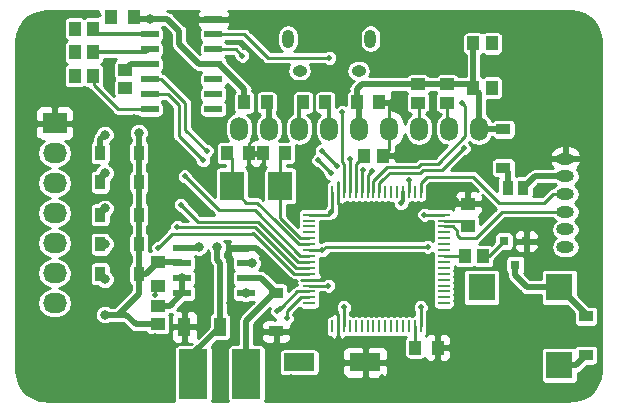
<source format=gbr>
G04 #@! TF.GenerationSoftware,KiCad,Pcbnew,(5.0.0)*
G04 #@! TF.CreationDate,2019-03-01T17:45:54+09:00*
G04 #@! TF.ProjectId,Lipo_Alarm,4C69706F5F416C61726D2E6B69636164,rev?*
G04 #@! TF.SameCoordinates,Original*
G04 #@! TF.FileFunction,Copper,L1,Top,Signal*
G04 #@! TF.FilePolarity,Positive*
%FSLAX46Y46*%
G04 Gerber Fmt 4.6, Leading zero omitted, Abs format (unit mm)*
G04 Created by KiCad (PCBNEW (5.0.0)) date 03/01/19 17:45:54*
%MOMM*%
%LPD*%
G01*
G04 APERTURE LIST*
G04 #@! TA.AperFunction,SMDPad,CuDef*
%ADD10R,0.800100X0.800100*%
G04 #@! TD*
G04 #@! TA.AperFunction,SMDPad,CuDef*
%ADD11R,1.000000X1.200000*%
G04 #@! TD*
G04 #@! TA.AperFunction,SMDPad,CuDef*
%ADD12R,1.200000X1.000000*%
G04 #@! TD*
G04 #@! TA.AperFunction,SMDPad,CuDef*
%ADD13R,1.220000X0.910000*%
G04 #@! TD*
G04 #@! TA.AperFunction,SMDPad,CuDef*
%ADD14R,0.910000X1.220000*%
G04 #@! TD*
G04 #@! TA.AperFunction,SMDPad,CuDef*
%ADD15R,0.965200X1.270000*%
G04 #@! TD*
G04 #@! TA.AperFunction,ComponentPad*
%ADD16O,1.524000X1.000000*%
G04 #@! TD*
G04 #@! TA.AperFunction,SMDPad,CuDef*
%ADD17R,2.300000X2.300000*%
G04 #@! TD*
G04 #@! TA.AperFunction,SMDPad,CuDef*
%ADD18R,2.600000X1.500000*%
G04 #@! TD*
G04 #@! TA.AperFunction,SMDPad,CuDef*
%ADD19R,1.000000X0.250000*%
G04 #@! TD*
G04 #@! TA.AperFunction,SMDPad,CuDef*
%ADD20R,0.250000X1.000000*%
G04 #@! TD*
G04 #@! TA.AperFunction,ComponentPad*
%ADD21O,1.500000X2.000000*%
G04 #@! TD*
G04 #@! TA.AperFunction,SMDPad,CuDef*
%ADD22R,2.000000X2.400000*%
G04 #@! TD*
G04 #@! TA.AperFunction,SMDPad,CuDef*
%ADD23R,2.400000X4.200000*%
G04 #@! TD*
G04 #@! TA.AperFunction,ComponentPad*
%ADD24O,2.032000X1.727200*%
G04 #@! TD*
G04 #@! TA.AperFunction,ComponentPad*
%ADD25R,2.032000X1.727200*%
G04 #@! TD*
G04 #@! TA.AperFunction,SMDPad,CuDef*
%ADD26R,1.000000X1.600000*%
G04 #@! TD*
G04 #@! TA.AperFunction,SMDPad,CuDef*
%ADD27R,1.250000X1.000000*%
G04 #@! TD*
G04 #@! TA.AperFunction,SMDPad,CuDef*
%ADD28R,1.550000X0.600000*%
G04 #@! TD*
G04 #@! TA.AperFunction,ComponentPad*
%ADD29O,1.000000X1.550000*%
G04 #@! TD*
G04 #@! TA.AperFunction,ComponentPad*
%ADD30O,1.250000X0.950000*%
G04 #@! TD*
G04 #@! TA.AperFunction,SMDPad,CuDef*
%ADD31R,1.500000X0.600000*%
G04 #@! TD*
G04 #@! TA.AperFunction,ViaPad*
%ADD32C,0.500000*%
G04 #@! TD*
G04 #@! TA.AperFunction,ViaPad*
%ADD33C,0.800000*%
G04 #@! TD*
G04 #@! TA.AperFunction,Conductor*
%ADD34C,0.250000*%
G04 #@! TD*
G04 #@! TA.AperFunction,Conductor*
%ADD35C,0.500000*%
G04 #@! TD*
G04 #@! TA.AperFunction,Conductor*
%ADD36C,0.300000*%
G04 #@! TD*
G04 #@! TA.AperFunction,Conductor*
%ADD37C,0.254000*%
G04 #@! TD*
G04 APERTURE END LIST*
D10*
G04 #@! TO.P,Q1,1*
G04 #@! TO.N,Net-(Q1-Pad1)*
X150300000Y-92499240D03*
G04 #@! TO.P,Q1,2*
G04 #@! TO.N,GND*
X152200000Y-92499240D03*
G04 #@! TO.P,Q1,3*
G04 #@! TO.N,Net-(D2-Pad1)*
X151250000Y-94498220D03*
G04 #@! TD*
D11*
G04 #@! TO.P,C1,1*
G04 #@! TO.N,/OSC_IN*
X131750000Y-85050000D03*
G04 #@! TO.P,C1,2*
G04 #@! TO.N,GND*
X129870000Y-85050000D03*
G04 #@! TD*
G04 #@! TO.P,C3,2*
G04 #@! TO.N,GND*
X128730000Y-85050000D03*
G04 #@! TO.P,C3,1*
G04 #@! TO.N,/OSC_OUT*
X126850000Y-85050000D03*
G04 #@! TD*
G04 #@! TO.P,C7,1*
G04 #@! TO.N,Net-(C7-Pad1)*
X142800000Y-101500000D03*
G04 #@! TO.P,C7,2*
G04 #@! TO.N,GND*
X144680000Y-101500000D03*
G04 #@! TD*
D12*
G04 #@! TO.P,C9,2*
G04 #@! TO.N,GND*
X147250000Y-89320000D03*
G04 #@! TO.P,C9,1*
G04 #@! TO.N,Net-(C9-Pad1)*
X147250000Y-91200000D03*
G04 #@! TD*
D11*
G04 #@! TO.P,C11,1*
G04 #@! TO.N,GND*
X139700000Y-80750000D03*
G04 #@! TO.P,C11,2*
G04 #@! TO.N,+3.3V*
X137820000Y-80750000D03*
G04 #@! TD*
G04 #@! TO.P,C12,2*
G04 #@! TO.N,+3.3V*
X128320000Y-80750000D03*
G04 #@! TO.P,C12,1*
G04 #@! TO.N,Net-(C12-Pad1)*
X130200000Y-80750000D03*
G04 #@! TD*
G04 #@! TO.P,C13,2*
G04 #@! TO.N,Net-(C13-Pad2)*
X135180000Y-80750000D03*
G04 #@! TO.P,C13,1*
G04 #@! TO.N,Net-(C13-Pad1)*
X133300000Y-80750000D03*
G04 #@! TD*
D13*
G04 #@! TO.P,D1,1*
G04 #@! TO.N,Net-(D1-Pad1)*
X150250000Y-86270000D03*
G04 #@! TO.P,D1,2*
G04 #@! TO.N,+3.3V*
X150250000Y-83000000D03*
G04 #@! TD*
G04 #@! TO.P,D2,1*
G04 #@! TO.N,Net-(D2-Pad1)*
X157250000Y-98865000D03*
G04 #@! TO.P,D2,2*
G04 #@! TO.N,+3.3V*
X157250000Y-102135000D03*
G04 #@! TD*
D14*
G04 #@! TO.P,D3,2*
G04 #@! TO.N,+BATT*
X119385000Y-85000000D03*
G04 #@! TO.P,D3,1*
G04 #@! TO.N,/1cell_batt*
X116115000Y-85000000D03*
G04 #@! TD*
G04 #@! TO.P,D4,1*
G04 #@! TO.N,/2cell_batt*
X116115000Y-87500000D03*
G04 #@! TO.P,D4,2*
G04 #@! TO.N,+BATT*
X119385000Y-87500000D03*
G04 #@! TD*
G04 #@! TO.P,D5,2*
G04 #@! TO.N,+BATT*
X119385000Y-90250000D03*
G04 #@! TO.P,D5,1*
G04 #@! TO.N,/3cell_batt*
X116115000Y-90250000D03*
G04 #@! TD*
G04 #@! TO.P,D6,1*
G04 #@! TO.N,/4cell_batt*
X116115000Y-92750000D03*
G04 #@! TO.P,D6,2*
G04 #@! TO.N,+BATT*
X119385000Y-92750000D03*
G04 #@! TD*
G04 #@! TO.P,D7,2*
G04 #@! TO.N,+BATT*
X119385000Y-95250000D03*
G04 #@! TO.P,D7,1*
G04 #@! TO.N,/5cell_batt*
X116115000Y-95250000D03*
G04 #@! TD*
D15*
G04 #@! TO.P,JP1,1*
G04 #@! TO.N,Net-(D1-Pad1)*
X150615000Y-88000000D03*
G04 #@! TO.P,JP1,2*
G04 #@! TO.N,Net-(JP1-Pad2)*
X151885000Y-88000000D03*
G04 #@! TD*
D16*
G04 #@! TO.P,P1,1*
G04 #@! TO.N,GND*
X155500000Y-85500000D03*
G04 #@! TO.P,P1,2*
G04 #@! TO.N,Net-(JP1-Pad2)*
X155500000Y-87000000D03*
G04 #@! TO.P,P1,3*
G04 #@! TO.N,/SWCLK*
X155500000Y-88500000D03*
G04 #@! TO.P,P1,4*
G04 #@! TO.N,/SWDIO*
X155500000Y-90000000D03*
G04 #@! TO.P,P1,5*
G04 #@! TO.N,/~NRST*
X155500000Y-91500000D03*
G04 #@! TO.P,P1,6*
G04 #@! TO.N,Net-(P1-Pad6)*
X155500000Y-93000000D03*
G04 #@! TD*
D11*
G04 #@! TO.P,R1,2*
G04 #@! TO.N,GND*
X140030000Y-85250000D03*
G04 #@! TO.P,R1,1*
G04 #@! TO.N,Net-(R1-Pad1)*
X138470000Y-85250000D03*
G04 #@! TD*
D12*
G04 #@! TO.P,R2,1*
G04 #@! TO.N,+3.3V*
X145500000Y-79220000D03*
G04 #@! TO.P,R2,2*
G04 #@! TO.N,/I2C1_SCL*
X145500000Y-80780000D03*
G04 #@! TD*
G04 #@! TO.P,R5,2*
G04 #@! TO.N,/I2C1_SDA*
X143000000Y-80780000D03*
G04 #@! TO.P,R5,1*
G04 #@! TO.N,+3.3V*
X143000000Y-79220000D03*
G04 #@! TD*
D11*
G04 #@! TO.P,R6,2*
G04 #@! TO.N,/TIM1_CH1*
X146970000Y-93750000D03*
G04 #@! TO.P,R6,1*
G04 #@! TO.N,Net-(Q1-Pad1)*
X148530000Y-93750000D03*
G04 #@! TD*
G04 #@! TO.P,R14,1*
G04 #@! TO.N,+3.3V*
X147720000Y-75750000D03*
G04 #@! TO.P,R14,2*
G04 #@! TO.N,/PB5*
X149280000Y-75750000D03*
G04 #@! TD*
G04 #@! TO.P,R15,1*
G04 #@! TO.N,+3.3V*
X147720000Y-79500000D03*
G04 #@! TO.P,R15,2*
G04 #@! TO.N,/PB4*
X149280000Y-79500000D03*
G04 #@! TD*
D17*
G04 #@! TO.P,SP1,3*
G04 #@! TO.N,N/C*
X148400000Y-96400000D03*
G04 #@! TO.P,SP1,2*
G04 #@! TO.N,Net-(D2-Pad1)*
X155000000Y-96400000D03*
G04 #@! TO.P,SP1,1*
G04 #@! TO.N,+3.3V*
X155000000Y-103000000D03*
G04 #@! TD*
D18*
G04 #@! TO.P,SW1,2*
G04 #@! TO.N,GND*
X138550000Y-102750000D03*
G04 #@! TO.P,SW1,1*
G04 #@! TO.N,/~NRST*
X132950000Y-102750000D03*
G04 #@! TD*
D19*
G04 #@! TO.P,U1,1*
G04 #@! TO.N,+3.3V*
X133800000Y-90250000D03*
G04 #@! TO.P,U1,2*
G04 #@! TO.N,Net-(U1-Pad2)*
X133800000Y-90750000D03*
G04 #@! TO.P,U1,3*
G04 #@! TO.N,Net-(U1-Pad3)*
X133800000Y-91250000D03*
G04 #@! TO.P,U1,4*
G04 #@! TO.N,Net-(U1-Pad4)*
X133800000Y-91750000D03*
G04 #@! TO.P,U1,5*
G04 #@! TO.N,/OSC_IN*
X133800000Y-92250000D03*
G04 #@! TO.P,U1,6*
G04 #@! TO.N,/OSC_OUT*
X133800000Y-92750000D03*
G04 #@! TO.P,U1,7*
G04 #@! TO.N,/~NRST*
X133800000Y-93250000D03*
G04 #@! TO.P,U1,8*
G04 #@! TO.N,/ADC12_IN10*
X133800000Y-93750000D03*
G04 #@! TO.P,U1,9*
G04 #@! TO.N,/ADC12_IN11*
X133800000Y-94250000D03*
G04 #@! TO.P,U1,10*
G04 #@! TO.N,/ADC12_IN12*
X133800000Y-94750000D03*
G04 #@! TO.P,U1,11*
G04 #@! TO.N,/ADC12_IN13*
X133800000Y-95250000D03*
G04 #@! TO.P,U1,12*
G04 #@! TO.N,GND*
X133800000Y-95750000D03*
G04 #@! TO.P,U1,13*
G04 #@! TO.N,+3.3V*
X133800000Y-96250000D03*
G04 #@! TO.P,U1,14*
G04 #@! TO.N,/ADC12_IN0*
X133800000Y-96750000D03*
G04 #@! TO.P,U1,15*
G04 #@! TO.N,/ADC12_IN1*
X133800000Y-97250000D03*
G04 #@! TO.P,U1,16*
G04 #@! TO.N,Net-(U1-Pad16)*
X133800000Y-97750000D03*
D20*
G04 #@! TO.P,U1,17*
G04 #@! TO.N,Net-(U1-Pad17)*
X135750000Y-99700000D03*
G04 #@! TO.P,U1,18*
G04 #@! TO.N,GND*
X136250000Y-99700000D03*
G04 #@! TO.P,U1,19*
G04 #@! TO.N,+3.3V*
X136750000Y-99700000D03*
G04 #@! TO.P,U1,20*
G04 #@! TO.N,Net-(U1-Pad20)*
X137250000Y-99700000D03*
G04 #@! TO.P,U1,21*
G04 #@! TO.N,Net-(U1-Pad21)*
X137750000Y-99700000D03*
G04 #@! TO.P,U1,22*
G04 #@! TO.N,Net-(U1-Pad22)*
X138250000Y-99700000D03*
G04 #@! TO.P,U1,23*
G04 #@! TO.N,Net-(U1-Pad23)*
X138750000Y-99700000D03*
G04 #@! TO.P,U1,24*
G04 #@! TO.N,Net-(U1-Pad24)*
X139250000Y-99700000D03*
G04 #@! TO.P,U1,25*
G04 #@! TO.N,Net-(U1-Pad25)*
X139750000Y-99700000D03*
G04 #@! TO.P,U1,26*
G04 #@! TO.N,Net-(U1-Pad26)*
X140250000Y-99700000D03*
G04 #@! TO.P,U1,27*
G04 #@! TO.N,Net-(U1-Pad27)*
X140750000Y-99700000D03*
G04 #@! TO.P,U1,28*
G04 #@! TO.N,Net-(U1-Pad28)*
X141250000Y-99700000D03*
G04 #@! TO.P,U1,29*
G04 #@! TO.N,Net-(U1-Pad29)*
X141750000Y-99700000D03*
G04 #@! TO.P,U1,30*
G04 #@! TO.N,Net-(U1-Pad30)*
X142250000Y-99700000D03*
G04 #@! TO.P,U1,31*
G04 #@! TO.N,Net-(C7-Pad1)*
X142750000Y-99700000D03*
G04 #@! TO.P,U1,32*
G04 #@! TO.N,+3.3V*
X143250000Y-99700000D03*
D19*
G04 #@! TO.P,U1,33*
G04 #@! TO.N,Net-(U1-Pad33)*
X145200000Y-97750000D03*
G04 #@! TO.P,U1,34*
G04 #@! TO.N,Net-(U1-Pad34)*
X145200000Y-97250000D03*
G04 #@! TO.P,U1,35*
G04 #@! TO.N,Net-(U1-Pad35)*
X145200000Y-96750000D03*
G04 #@! TO.P,U1,36*
G04 #@! TO.N,Net-(U1-Pad36)*
X145200000Y-96250000D03*
G04 #@! TO.P,U1,37*
G04 #@! TO.N,Net-(U1-Pad37)*
X145200000Y-95750000D03*
G04 #@! TO.P,U1,38*
G04 #@! TO.N,Net-(U1-Pad38)*
X145200000Y-95250000D03*
G04 #@! TO.P,U1,39*
G04 #@! TO.N,Net-(U1-Pad39)*
X145200000Y-94750000D03*
G04 #@! TO.P,U1,40*
G04 #@! TO.N,Net-(U1-Pad40)*
X145200000Y-94250000D03*
G04 #@! TO.P,U1,41*
G04 #@! TO.N,/TIM1_CH1*
X145200000Y-93750000D03*
G04 #@! TO.P,U1,42*
G04 #@! TO.N,Net-(U1-Pad42)*
X145200000Y-93250000D03*
G04 #@! TO.P,U1,43*
G04 #@! TO.N,Net-(U1-Pad43)*
X145200000Y-92750000D03*
G04 #@! TO.P,U1,44*
G04 #@! TO.N,Net-(U1-Pad44)*
X145200000Y-92250000D03*
G04 #@! TO.P,U1,45*
G04 #@! TO.N,Net-(U1-Pad45)*
X145200000Y-91750000D03*
G04 #@! TO.P,U1,46*
G04 #@! TO.N,/SWDIO*
X145200000Y-91250000D03*
G04 #@! TO.P,U1,47*
G04 #@! TO.N,Net-(C9-Pad1)*
X145200000Y-90750000D03*
G04 #@! TO.P,U1,48*
G04 #@! TO.N,+3.3V*
X145200000Y-90250000D03*
D20*
G04 #@! TO.P,U1,49*
G04 #@! TO.N,/SWCLK*
X143250000Y-88300000D03*
G04 #@! TO.P,U1,50*
G04 #@! TO.N,Net-(U1-Pad50)*
X142750000Y-88300000D03*
G04 #@! TO.P,U1,51*
G04 #@! TO.N,/USART3_TX*
X142250000Y-88300000D03*
G04 #@! TO.P,U1,52*
G04 #@! TO.N,/USART3_RX*
X141750000Y-88300000D03*
G04 #@! TO.P,U1,53*
G04 #@! TO.N,Net-(U1-Pad53)*
X141250000Y-88300000D03*
G04 #@! TO.P,U1,54*
G04 #@! TO.N,Net-(U1-Pad54)*
X140750000Y-88300000D03*
G04 #@! TO.P,U1,55*
G04 #@! TO.N,Net-(U1-Pad55)*
X140250000Y-88300000D03*
G04 #@! TO.P,U1,56*
G04 #@! TO.N,/PB4*
X139750000Y-88300000D03*
G04 #@! TO.P,U1,57*
G04 #@! TO.N,/PB5*
X139250000Y-88300000D03*
G04 #@! TO.P,U1,58*
G04 #@! TO.N,/I2C1_SCL*
X138750000Y-88300000D03*
G04 #@! TO.P,U1,59*
G04 #@! TO.N,/I2C1_SDA*
X138250000Y-88300000D03*
G04 #@! TO.P,U1,60*
G04 #@! TO.N,Net-(R1-Pad1)*
X137750000Y-88300000D03*
G04 #@! TO.P,U1,61*
G04 #@! TO.N,/PB8*
X137250000Y-88300000D03*
G04 #@! TO.P,U1,62*
G04 #@! TO.N,/PB9*
X136750000Y-88300000D03*
G04 #@! TO.P,U1,63*
G04 #@! TO.N,GND*
X136250000Y-88300000D03*
G04 #@! TO.P,U1,64*
G04 #@! TO.N,+3.3V*
X135750000Y-88300000D03*
G04 #@! TD*
D21*
G04 #@! TO.P,U2,9*
G04 #@! TO.N,+3.3V*
X148160000Y-82965000D03*
G04 #@! TO.P,U2,8*
G04 #@! TO.N,/I2C1_SCL*
X145620000Y-82965000D03*
G04 #@! TO.P,U2,7*
G04 #@! TO.N,/I2C1_SDA*
X143080000Y-82965000D03*
G04 #@! TO.P,U2,6*
G04 #@! TO.N,GND*
X140540000Y-82965000D03*
G04 #@! TO.P,U2,5*
G04 #@! TO.N,+3.3V*
X138000000Y-82965000D03*
G04 #@! TO.P,U2,4*
G04 #@! TO.N,Net-(C13-Pad2)*
X135460000Y-82965000D03*
G04 #@! TO.P,U2,3*
G04 #@! TO.N,Net-(C13-Pad1)*
X132920000Y-82965000D03*
G04 #@! TO.P,U2,2*
G04 #@! TO.N,Net-(C12-Pad1)*
X130380000Y-82965000D03*
G04 #@! TO.P,U2,1*
G04 #@! TO.N,Net-(U2-Pad1)*
X127840000Y-82965000D03*
G04 #@! TD*
D22*
G04 #@! TO.P,X1,1*
G04 #@! TO.N,/OSC_IN*
X131350000Y-87800000D03*
G04 #@! TO.P,X1,2*
G04 #@! TO.N,/OSC_OUT*
X127250000Y-87800000D03*
G04 #@! TD*
D13*
G04 #@! TO.P,D11,1*
G04 #@! TO.N,GND*
X131000000Y-100135000D03*
G04 #@! TO.P,D11,2*
G04 #@! TO.N,Net-(D11-Pad2)*
X131000000Y-96865000D03*
G04 #@! TD*
D23*
G04 #@! TO.P,L1,2*
G04 #@! TO.N,Net-(D11-Pad2)*
X128500000Y-103750000D03*
G04 #@! TO.P,L1,1*
G04 #@! TO.N,+3.3V*
X124000000Y-103750000D03*
G04 #@! TD*
D12*
G04 #@! TO.P,R24,1*
G04 #@! TO.N,+BATT*
X121000000Y-99530000D03*
G04 #@! TO.P,R24,2*
G04 #@! TO.N,Net-(R24-Pad2)*
X121000000Y-97970000D03*
G04 #@! TD*
D24*
G04 #@! TO.P,P2,7*
G04 #@! TO.N,+BATT*
X112250000Y-97740000D03*
G04 #@! TO.P,P2,6*
G04 #@! TO.N,/5cell_batt*
X112250000Y-95200000D03*
G04 #@! TO.P,P2,5*
G04 #@! TO.N,/4cell_batt*
X112250000Y-92660000D03*
G04 #@! TO.P,P2,4*
G04 #@! TO.N,/3cell_batt*
X112250000Y-90120000D03*
G04 #@! TO.P,P2,3*
G04 #@! TO.N,/2cell_batt*
X112250000Y-87580000D03*
G04 #@! TO.P,P2,2*
G04 #@! TO.N,/1cell_batt*
X112250000Y-85040000D03*
D25*
G04 #@! TO.P,P2,1*
G04 #@! TO.N,GND*
X112250000Y-82500000D03*
G04 #@! TD*
D26*
G04 #@! TO.P,C14,1*
G04 #@! TO.N,+3.3V*
X126250000Y-99750000D03*
G04 #@! TO.P,C14,2*
G04 #@! TO.N,GND*
X123250000Y-99750000D03*
G04 #@! TD*
D27*
G04 #@! TO.P,C16,1*
G04 #@! TO.N,GND*
X121000000Y-96250000D03*
G04 #@! TO.P,C16,2*
G04 #@! TO.N,+BATT*
X121000000Y-94250000D03*
G04 #@! TD*
D28*
G04 #@! TO.P,U3,1*
G04 #@! TO.N,Net-(R24-Pad2)*
X128450000Y-96905000D03*
G04 #@! TO.P,U3,2*
G04 #@! TO.N,Net-(D11-Pad2)*
X128450000Y-95635000D03*
G04 #@! TO.P,U3,3*
G04 #@! TO.N,Net-(C15-Pad2)*
X128450000Y-94365000D03*
G04 #@! TO.P,U3,4*
G04 #@! TO.N,GND*
X128450000Y-93095000D03*
G04 #@! TO.P,U3,5*
G04 #@! TO.N,Net-(R23-Pad1)*
X123050000Y-93095000D03*
G04 #@! TO.P,U3,6*
G04 #@! TO.N,+BATT*
X123050000Y-94365000D03*
G04 #@! TO.P,U3,7*
G04 #@! TO.N,Net-(R24-Pad2)*
X123050000Y-95635000D03*
G04 #@! TO.P,U3,8*
X123050000Y-96905000D03*
G04 #@! TD*
D11*
G04 #@! TO.P,C17,1*
G04 #@! TO.N,+3.3V*
X118950000Y-73500000D03*
G04 #@! TO.P,C17,2*
G04 #@! TO.N,GND*
X117070000Y-73500000D03*
G04 #@! TD*
D29*
G04 #@! TO.P,P3,6*
G04 #@! TO.N,Net-(P3-Pad6)*
X138999100Y-75362540D03*
X131999100Y-75362540D03*
D30*
X137999100Y-78062540D03*
X132999100Y-78062540D03*
G04 #@! TD*
D12*
G04 #@! TO.P,R27,1*
G04 #@! TO.N,Net-(R27-Pad1)*
X118250000Y-77970000D03*
G04 #@! TO.P,R27,2*
G04 #@! TO.N,+3.3V*
X118250000Y-79530000D03*
G04 #@! TD*
D11*
G04 #@! TO.P,R28,2*
G04 #@! TO.N,Net-(D13-Pad2)*
X113970000Y-74500000D03*
G04 #@! TO.P,R28,1*
G04 #@! TO.N,/GP0*
X115530000Y-74500000D03*
G04 #@! TD*
G04 #@! TO.P,R29,1*
G04 #@! TO.N,/GP1*
X115530000Y-76500000D03*
G04 #@! TO.P,R29,2*
G04 #@! TO.N,Net-(D14-Pad2)*
X113970000Y-76500000D03*
G04 #@! TD*
G04 #@! TO.P,R30,2*
G04 #@! TO.N,Net-(D15-Pad2)*
X113970000Y-78500000D03*
G04 #@! TO.P,R30,1*
G04 #@! TO.N,/GP2*
X115530000Y-78500000D03*
G04 #@! TD*
D31*
G04 #@! TO.P,U4,1*
G04 #@! TO.N,+3.3V*
X120300000Y-73690000D03*
G04 #@! TO.P,U4,2*
G04 #@! TO.N,/GP0*
X120300000Y-74960000D03*
G04 #@! TO.P,U4,3*
G04 #@! TO.N,/GP1*
X120300000Y-76230000D03*
G04 #@! TO.P,U4,4*
G04 #@! TO.N,Net-(R27-Pad1)*
X120300000Y-77500000D03*
G04 #@! TO.P,U4,5*
G04 #@! TO.N,/USART3_TX*
X120300000Y-78770000D03*
G04 #@! TO.P,U4,6*
G04 #@! TO.N,/USART3_RX*
X120300000Y-80040000D03*
G04 #@! TO.P,U4,7*
G04 #@! TO.N,/GP2*
X120300000Y-81310000D03*
G04 #@! TO.P,U4,8*
G04 #@! TO.N,Net-(U4-Pad8)*
X125700000Y-81310000D03*
G04 #@! TO.P,U4,9*
G04 #@! TO.N,Net-(U4-Pad9)*
X125700000Y-80040000D03*
G04 #@! TO.P,U4,10*
G04 #@! TO.N,Net-(U4-Pad10)*
X125700000Y-78770000D03*
G04 #@! TO.P,U4,11*
G04 #@! TO.N,+3.3V*
X125700000Y-77500000D03*
G04 #@! TO.P,U4,12*
G04 #@! TO.N,/D-*
X125700000Y-76230000D03*
G04 #@! TO.P,U4,13*
G04 #@! TO.N,/D+*
X125700000Y-74960000D03*
G04 #@! TO.P,U4,14*
G04 #@! TO.N,GND*
X125700000Y-73690000D03*
G04 #@! TD*
D32*
G04 #@! TO.N,GND*
X125000000Y-90000000D03*
X117070000Y-73500000D03*
X139700000Y-80750000D03*
X120780000Y-100480002D03*
X120780000Y-97019998D03*
X118000000Y-92750000D03*
X113500000Y-96750000D03*
X114250000Y-94500000D03*
X113500000Y-91250000D03*
X113500000Y-88750000D03*
X113750000Y-85750000D03*
X114500000Y-100250000D03*
X146250000Y-89000000D03*
X146750000Y-86250000D03*
X144250000Y-84500000D03*
X141750000Y-84250000D03*
X139250000Y-77000000D03*
X134000000Y-79500000D03*
X131000000Y-78000000D03*
X129250000Y-77750000D03*
X130750000Y-75750000D03*
X128750000Y-74000000D03*
X114250000Y-81750000D03*
X125000000Y-96750000D03*
X125000000Y-94500000D03*
X127000000Y-94250000D03*
X127000000Y-97750000D03*
X121750000Y-102500000D03*
X124750000Y-100000000D03*
X118000000Y-95750000D03*
X118000000Y-101750000D03*
X118000000Y-86750000D03*
X118000000Y-89750000D03*
X118000000Y-83500000D03*
X122250000Y-85000000D03*
X150250000Y-84750000D03*
X153750000Y-88250000D03*
X153250000Y-84750000D03*
X153750000Y-92500000D03*
X152500000Y-94500000D03*
X150500000Y-96500000D03*
X146500000Y-95750000D03*
X146750000Y-99750000D03*
X146500000Y-103000000D03*
X134000000Y-100500000D03*
X135250000Y-98000000D03*
X137250000Y-96500000D03*
X137250000Y-93750000D03*
X141000000Y-91000000D03*
X144000000Y-91750000D03*
X141750000Y-98250000D03*
X138250000Y-98250000D03*
X140000000Y-96500000D03*
X125500000Y-87750000D03*
X122000000Y-88250000D03*
X122000000Y-90750000D03*
X121250000Y-83250000D03*
X111750000Y-73500000D03*
X109500000Y-75250000D03*
X109500000Y-77500000D03*
X109500000Y-79750000D03*
X109500000Y-81750000D03*
X109500000Y-84000000D03*
X109500000Y-86250000D03*
X109500000Y-88500000D03*
X109500000Y-90750000D03*
X109500000Y-93000000D03*
X109500000Y-95500000D03*
X109500000Y-98000000D03*
X111750000Y-99500000D03*
X109500000Y-100750000D03*
X109500000Y-103500000D03*
X111500000Y-105500000D03*
X114250000Y-105500000D03*
X114250000Y-105500000D03*
X114250000Y-105500000D03*
X117000000Y-105500000D03*
X120000000Y-105500000D03*
X122000000Y-105500000D03*
X112750000Y-102750000D03*
X116500000Y-103500000D03*
X120000000Y-103750000D03*
X112250000Y-80250000D03*
X116750000Y-81750000D03*
X124000000Y-79000000D03*
X122250000Y-78500000D03*
X124250000Y-75750000D03*
X124000000Y-73750000D03*
X126250000Y-82500000D03*
X131750000Y-81750000D03*
X134250000Y-82000000D03*
X141750000Y-81750000D03*
X127500000Y-73250000D03*
X132000000Y-73250000D03*
X133500000Y-76000000D03*
X136250000Y-76500000D03*
X135500000Y-73250000D03*
X141000000Y-73250000D03*
X146000000Y-73250000D03*
X148750000Y-73250000D03*
X153250000Y-73250000D03*
X155250000Y-73250000D03*
X157750000Y-74500000D03*
X158250000Y-76750000D03*
X158250000Y-79000000D03*
X158250000Y-81500000D03*
X158250000Y-84500000D03*
X158250000Y-88000000D03*
X158250000Y-90500000D03*
X158250000Y-92750000D03*
X158250000Y-94750000D03*
X158250000Y-96750000D03*
X157000000Y-96750000D03*
X158250000Y-98000000D03*
X156750000Y-94500000D03*
X156750000Y-90750000D03*
X156750000Y-89250000D03*
X156750000Y-87750000D03*
X155500000Y-84000000D03*
X151000000Y-81250000D03*
X152250000Y-83250000D03*
X149000000Y-87000000D03*
X149000000Y-89500000D03*
X144250000Y-88250000D03*
X158250000Y-103250000D03*
X157250000Y-105500000D03*
X153750000Y-105750000D03*
X153000000Y-103750000D03*
X150250000Y-105750000D03*
X150250000Y-103750000D03*
X148000000Y-103750000D03*
X148000000Y-105750000D03*
X145500000Y-105750000D03*
X144500000Y-102750000D03*
X141500000Y-102750000D03*
X141250000Y-101000000D03*
X138750000Y-101000000D03*
X136250000Y-101000000D03*
X133500000Y-98750000D03*
X131250000Y-101250000D03*
X129500000Y-100750000D03*
X130750000Y-105500000D03*
X133250000Y-105750000D03*
X132250000Y-104000000D03*
X136000000Y-105750000D03*
X136000000Y-104000000D03*
X139000000Y-105750000D03*
X140000000Y-104000000D03*
X142250000Y-105750000D03*
X155000000Y-81250000D03*
X149250000Y-78000000D03*
X146750000Y-78250000D03*
X146500000Y-75250000D03*
X144750000Y-76250000D03*
X141500000Y-76250000D03*
X138000000Y-73250000D03*
X137500000Y-76750000D03*
X131750000Y-79750000D03*
X129500000Y-79250000D03*
X127250000Y-77250000D03*
X127000000Y-80750000D03*
X117000000Y-79750000D03*
X133500000Y-88750000D03*
X132500000Y-90500000D03*
X130500000Y-102750000D03*
X131250000Y-95500000D03*
X153000000Y-97750000D03*
X148500000Y-98500000D03*
X155750000Y-101000000D03*
X155750000Y-98500000D03*
X157250000Y-100500000D03*
X148250000Y-101250000D03*
X153000000Y-101750000D03*
X146500000Y-97750000D03*
X156750000Y-82500000D03*
X153500000Y-82000000D03*
X148750000Y-85000000D03*
X152000000Y-86250000D03*
X124000000Y-85750000D03*
X121500000Y-86250000D03*
X115000000Y-80000000D03*
X112500000Y-77750000D03*
X112500000Y-75500000D03*
X111000000Y-84000000D03*
X111000000Y-86250000D03*
X111000000Y-88750000D03*
X111000000Y-91500000D03*
X111000000Y-94000000D03*
X111000000Y-96500000D03*
X139000000Y-95250000D03*
X145250000Y-98500000D03*
X124000000Y-88750000D03*
X140000000Y-98250000D03*
X136750000Y-95000000D03*
X136500000Y-92000000D03*
X136500000Y-79500000D03*
X147500000Y-87750000D03*
X145750000Y-87750000D03*
X124250000Y-82750000D03*
X125750000Y-84000000D03*
X124250000Y-86750000D03*
X125750000Y-86250000D03*
X122000000Y-82000000D03*
X154500000Y-99750000D03*
X150000000Y-102000000D03*
X121750000Y-75000000D03*
X129100000Y-83850000D03*
X143750000Y-96750000D03*
X142750000Y-96250000D03*
X142750000Y-92250000D03*
X144000000Y-94250000D03*
X144000000Y-95500000D03*
X142750000Y-94500000D03*
X141000000Y-94500000D03*
X138500000Y-92000000D03*
X137000000Y-89500000D03*
X140250000Y-89500000D03*
X139250000Y-90500000D03*
X140000000Y-93750000D03*
X141000000Y-92250000D03*
X135000000Y-94500000D03*
X134750000Y-99250000D03*
X133500000Y-86500000D03*
X127250000Y-79750000D03*
X124250000Y-81750000D03*
X123000000Y-79250000D03*
X122500000Y-73250000D03*
X115250000Y-73250000D03*
X113250000Y-73250000D03*
X111000000Y-75500000D03*
X111000000Y-77500000D03*
X111000000Y-80000000D03*
X113500000Y-80750000D03*
X110500000Y-82500000D03*
X115000000Y-82500000D03*
X119000000Y-82000000D03*
X111500000Y-101750000D03*
X114750000Y-103750000D03*
X116000000Y-101500000D03*
X119750000Y-102250000D03*
X155000000Y-94500000D03*
X156750000Y-92250000D03*
X156750000Y-86250000D03*
X150000000Y-94500000D03*
X151250000Y-93500000D03*
X135000000Y-76000000D03*
X143500000Y-75000000D03*
X141000000Y-75000000D03*
X152250000Y-75250000D03*
X152250000Y-80250000D03*
X137250000Y-74250000D03*
X134500000Y-74500000D03*
X130000000Y-74500000D03*
X144330000Y-81780000D03*
X149110000Y-81220000D03*
X151670000Y-84540000D03*
X140200000Y-78420000D03*
X148750000Y-92500000D03*
X153250000Y-95500000D03*
X147750000Y-85000000D03*
X154000000Y-86000000D03*
X150250000Y-77250000D03*
X151000000Y-78000000D03*
X151500000Y-79500000D03*
X151500000Y-75750000D03*
X150750000Y-74250000D03*
X148250000Y-74250000D03*
X143000000Y-76250000D03*
X131750000Y-78500000D03*
X128250000Y-78500000D03*
X124250000Y-97750000D03*
X130500000Y-94250000D03*
X115250000Y-97750000D03*
X114000000Y-97750000D03*
X115250000Y-96750000D03*
X113500000Y-93750000D03*
X115250000Y-93750000D03*
X114750000Y-91750000D03*
X115000000Y-89250000D03*
X114750000Y-87500000D03*
X115000000Y-91000000D03*
X114250000Y-84500000D03*
X115000000Y-85750000D03*
X117500000Y-82500000D03*
X116000000Y-82250000D03*
X113250000Y-79750000D03*
X112500000Y-79000000D03*
X135750000Y-93750000D03*
X135000000Y-92000000D03*
X142500000Y-90250000D03*
X137750000Y-90750000D03*
X138500000Y-89750000D03*
X145000000Y-88750000D03*
X148500000Y-90250000D03*
X151750000Y-82250000D03*
X148250000Y-86250000D03*
X149750000Y-81750000D03*
X146750000Y-77000000D03*
X140250000Y-76250000D03*
X140250000Y-74250000D03*
X130750000Y-79250000D03*
X121750000Y-76000000D03*
X122750000Y-86250000D03*
X113000000Y-100500000D03*
X111250000Y-103750000D03*
X113000000Y-104500000D03*
X114500000Y-102000000D03*
X118500000Y-104250000D03*
X118250000Y-103000000D03*
X121250000Y-103750000D03*
X110500000Y-99750000D03*
X110000000Y-96750000D03*
X110000000Y-94250000D03*
X110000000Y-91500000D03*
X110000000Y-89750000D03*
X110000000Y-87500000D03*
X110000000Y-85250000D03*
X145250000Y-74750000D03*
X143250000Y-73250000D03*
X139250000Y-73750000D03*
X135500000Y-75250000D03*
X133250000Y-74750000D03*
X137000000Y-75750000D03*
X129750000Y-73250000D03*
D33*
G04 #@! TO.N,/~NRST*
X132820000Y-102750000D03*
D32*
X143840000Y-92960000D03*
X134930000Y-93250000D03*
D33*
G04 #@! TO.N,+3.3V*
X120300000Y-73690000D03*
X118250000Y-79530000D03*
D32*
X143570000Y-90250000D03*
X143250000Y-98070000D03*
X136750000Y-98070000D03*
X135430000Y-96250000D03*
X135680000Y-90000000D03*
D33*
X137820000Y-80750000D03*
X128320000Y-80750000D03*
X155000000Y-103000000D03*
X126030000Y-93000000D03*
G04 #@! TO.N,+BATT*
X116500000Y-98720000D03*
X119380000Y-83310000D03*
G04 #@! TO.N,/1cell_batt*
X116500000Y-83470000D03*
G04 #@! TO.N,/2cell_batt*
X116500000Y-86720000D03*
G04 #@! TO.N,/3cell_batt*
X116500000Y-89720000D03*
G04 #@! TO.N,/4cell_batt*
X116500000Y-92720000D03*
G04 #@! TO.N,/5cell_batt*
X116500000Y-95720000D03*
D32*
G04 #@! TO.N,/I2C1_SCL*
X139150000Y-86530000D03*
G04 #@! TO.N,/ADC12_IN10*
X123260000Y-87000000D03*
G04 #@! TO.N,/I2C1_SDA*
X138343604Y-86461388D03*
G04 #@! TO.N,/ADC12_IN11*
X122930000Y-89400000D03*
G04 #@! TO.N,/ADC12_IN12*
X122620000Y-91310000D03*
G04 #@! TO.N,/ADC12_IN13*
X121040000Y-93055000D03*
G04 #@! TO.N,/ADC12_IN0*
X131300000Y-98260000D03*
X131110000Y-98440000D03*
G04 #@! TO.N,/ADC12_IN1*
X131900000Y-99040000D03*
D33*
G04 #@! TO.N,Net-(C15-Pad2)*
X128950000Y-94365000D03*
G04 #@! TO.N,Net-(R23-Pad1)*
X124470000Y-93000000D03*
G04 #@! TO.N,Net-(R24-Pad2)*
X123050000Y-95635000D03*
X128450000Y-96905000D03*
D32*
G04 #@! TO.N,/PB4*
X146890000Y-84640000D03*
X149280000Y-79500000D03*
G04 #@! TO.N,/PB8*
X137250000Y-85570000D03*
G04 #@! TO.N,/PB9*
X136610000Y-81580000D03*
G04 #@! TO.N,Net-(D13-Pad2)*
X113970000Y-74500000D03*
G04 #@! TO.N,Net-(D14-Pad2)*
X113970000Y-76500000D03*
G04 #@! TO.N,Net-(D15-Pad2)*
X113870000Y-78500000D03*
G04 #@! TO.N,/D+*
X135500000Y-76970000D03*
G04 #@! TO.N,/D-*
X128140000Y-76780000D03*
G04 #@! TO.N,/PB5*
X146780000Y-80770000D03*
X149280000Y-75750000D03*
G04 #@! TO.N,/USART3_TX*
X142240000Y-87280000D03*
X136150000Y-86150000D03*
X134860000Y-84840000D03*
X125130000Y-84840000D03*
G04 #@! TO.N,/USART3_RX*
X141570000Y-89290000D03*
X135650000Y-86710000D03*
X134582525Y-85642525D03*
X124830000Y-85640000D03*
G04 #@! TD*
D34*
G04 #@! TO.N,/OSC_IN*
X131350000Y-87800000D02*
X131350000Y-85450000D01*
X131350000Y-89250000D02*
X131350000Y-87800000D01*
X131350000Y-90550000D02*
X131350000Y-89250000D01*
X133050000Y-92250000D02*
X131350000Y-90550000D01*
X133800000Y-92250000D02*
X133050000Y-92250000D01*
G04 #@! TO.N,GND*
X136250000Y-99700000D02*
X136250000Y-100450000D01*
X136250000Y-99700000D02*
X136250000Y-99300000D01*
X136250000Y-99700000D02*
X136250000Y-98630000D01*
X133800000Y-95750000D02*
X135078998Y-95750000D01*
X133800000Y-95750000D02*
X133090000Y-95750000D01*
X136250000Y-88300000D02*
X136250000Y-88980000D01*
X136250000Y-88300000D02*
X136250000Y-87490000D01*
X128730000Y-84220000D02*
X129100000Y-83850000D01*
X128730000Y-85050000D02*
X128730000Y-84220000D01*
X129870000Y-85050000D02*
X128730000Y-85050000D01*
X136250000Y-88980000D02*
X136250000Y-89360000D01*
X136250000Y-89360000D02*
X136560000Y-89670000D01*
X140450000Y-80750000D02*
X139700000Y-80750000D01*
X140540000Y-80840000D02*
X140450000Y-80750000D01*
X140540000Y-82965000D02*
X140540000Y-80840000D01*
X140540000Y-84740000D02*
X140030000Y-85250000D01*
X140540000Y-82965000D02*
X140540000Y-84740000D01*
X120780000Y-96470000D02*
X121000000Y-96250000D01*
X120780000Y-97019998D02*
X120780000Y-96470000D01*
D35*
X129345000Y-93095000D02*
X130500000Y-94250000D01*
X128450000Y-93095000D02*
X129345000Y-93095000D01*
X127000000Y-93896447D02*
X127000000Y-94250000D01*
X127000000Y-93270000D02*
X127000000Y-93896447D01*
X127175000Y-93095000D02*
X127000000Y-93270000D01*
X128450000Y-93095000D02*
X127175000Y-93095000D01*
D34*
G04 #@! TO.N,/~NRST*
X133800000Y-93250000D02*
X134930000Y-93250000D01*
X135220000Y-92960000D02*
X134930000Y-93250000D01*
X143840000Y-92960000D02*
X135220000Y-92960000D01*
G04 #@! TO.N,/OSC_OUT*
X127250000Y-87800000D02*
X127250000Y-85450000D01*
X129410000Y-89250000D02*
X128500000Y-89250000D01*
X132910000Y-92750000D02*
X130980000Y-90820000D01*
X130980000Y-90820000D02*
X130820000Y-90660000D01*
X130980000Y-90820000D02*
X129410000Y-89250000D01*
X133800000Y-92750000D02*
X132910000Y-92750000D01*
X128500000Y-89250000D02*
X127250000Y-88000000D01*
X127250000Y-88000000D02*
X127250000Y-87800000D01*
D35*
G04 #@! TO.N,+3.3V*
X148160000Y-79940000D02*
X147720000Y-79500000D01*
X148160000Y-82965000D02*
X148160000Y-79940000D01*
X150215000Y-82965000D02*
X150250000Y-83000000D01*
X148160000Y-82965000D02*
X150215000Y-82965000D01*
X126170000Y-77500000D02*
X125700000Y-77500000D01*
X128320000Y-79650000D02*
X126170000Y-77500000D01*
X128320000Y-80750000D02*
X128320000Y-79650000D01*
X124450000Y-77500000D02*
X122790000Y-75840000D01*
X125700000Y-77500000D02*
X124450000Y-77500000D01*
X122790000Y-75840000D02*
X122790000Y-74710000D01*
X121770000Y-73690000D02*
X120300000Y-73690000D01*
X122790000Y-74710000D02*
X121770000Y-73690000D01*
X119140000Y-73690000D02*
X118950000Y-73500000D01*
X120300000Y-73690000D02*
X119140000Y-73690000D01*
X138000000Y-80930000D02*
X137820000Y-80750000D01*
X138000000Y-82965000D02*
X138000000Y-80930000D01*
X141900000Y-79220000D02*
X143000000Y-79220000D01*
X138250000Y-79220000D02*
X141900000Y-79220000D01*
X137820000Y-79650000D02*
X138250000Y-79220000D01*
X137820000Y-80750000D02*
X137820000Y-79650000D01*
X143000000Y-79220000D02*
X145500000Y-79220000D01*
X147440000Y-79220000D02*
X147720000Y-79500000D01*
X145500000Y-79220000D02*
X147440000Y-79220000D01*
X147720000Y-79500000D02*
X147720000Y-75750000D01*
D34*
X145200000Y-90250000D02*
X143570000Y-90250000D01*
X143250000Y-99700000D02*
X143250000Y-98070000D01*
D35*
X156385000Y-103000000D02*
X157250000Y-102135000D01*
X155000000Y-103000000D02*
X156385000Y-103000000D01*
D34*
X136750000Y-98070000D02*
X136750000Y-99700000D01*
X133800000Y-96250000D02*
X135430000Y-96250000D01*
X135750000Y-89930000D02*
X135680000Y-90000000D01*
X135750000Y-88300000D02*
X135750000Y-89930000D01*
X135430000Y-90250000D02*
X135680000Y-90000000D01*
X133800000Y-90250000D02*
X135430000Y-90250000D01*
D35*
X124000000Y-102000000D02*
X126250000Y-99750000D01*
X124000000Y-103750000D02*
X124000000Y-102000000D01*
X126250000Y-99750000D02*
X126250000Y-98450000D01*
X126250000Y-94320000D02*
X126250000Y-98450000D01*
X126030000Y-94100000D02*
X126250000Y-94320000D01*
X126030000Y-93000000D02*
X126030000Y-94100000D01*
D34*
G04 #@! TO.N,Net-(C7-Pad1)*
X142750000Y-101450000D02*
X142800000Y-101500000D01*
X142750000Y-99700000D02*
X142750000Y-101450000D01*
G04 #@! TO.N,Net-(C9-Pad1)*
X146800000Y-90750000D02*
X147250000Y-91200000D01*
X145200000Y-90750000D02*
X146800000Y-90750000D01*
D35*
G04 #@! TO.N,Net-(C12-Pad1)*
X130380000Y-80930000D02*
X130200000Y-80750000D01*
X130380000Y-82965000D02*
X130380000Y-80930000D01*
D36*
G04 #@! TO.N,Net-(C13-Pad2)*
X135460000Y-81030000D02*
X135180000Y-80750000D01*
X135460000Y-82965000D02*
X135460000Y-81030000D01*
G04 #@! TO.N,Net-(C13-Pad1)*
X132920000Y-81130000D02*
X133300000Y-80750000D01*
X132920000Y-82965000D02*
X132920000Y-81130000D01*
D35*
G04 #@! TO.N,Net-(D1-Pad1)*
X150615000Y-86635000D02*
X150250000Y-86270000D01*
X150615000Y-88000000D02*
X150615000Y-86635000D01*
G04 #@! TO.N,Net-(D2-Pad1)*
X151250000Y-95398270D02*
X151250000Y-94498220D01*
X152251730Y-96400000D02*
X151250000Y-95398270D01*
X155000000Y-96400000D02*
X152251730Y-96400000D01*
X157250000Y-98650000D02*
X155000000Y-96400000D01*
X157250000Y-98865000D02*
X157250000Y-98650000D01*
G04 #@! TO.N,+BATT*
X119385000Y-96360000D02*
X119385000Y-95250000D01*
X119385000Y-96935000D02*
X119385000Y-96360000D01*
X117600000Y-98720000D02*
X119385000Y-96935000D01*
X116500000Y-98720000D02*
X117600000Y-98720000D01*
X119385000Y-95250000D02*
X119385000Y-94990000D01*
X119385000Y-95250000D02*
X119385000Y-92750000D01*
X119385000Y-92750000D02*
X119385000Y-90250000D01*
X119385000Y-90250000D02*
X119385000Y-87500000D01*
X119385000Y-87500000D02*
X119385000Y-85000000D01*
X119385000Y-85000000D02*
X119385000Y-83315000D01*
X119385000Y-83315000D02*
X119380000Y-83310000D01*
X120000000Y-95250000D02*
X121000000Y-94250000D01*
X119385000Y-95250000D02*
X120000000Y-95250000D01*
X122935000Y-94250000D02*
X123050000Y-94365000D01*
X121000000Y-94250000D02*
X122935000Y-94250000D01*
X118340000Y-98720000D02*
X117600000Y-98720000D01*
X121000000Y-99530000D02*
X119150000Y-99530000D01*
X119150000Y-99530000D02*
X118340000Y-98720000D01*
G04 #@! TO.N,/1cell_batt*
X116115000Y-83855000D02*
X116500000Y-83470000D01*
X116115000Y-85000000D02*
X116115000Y-83855000D01*
G04 #@! TO.N,/2cell_batt*
X116115000Y-87105000D02*
X116500000Y-86720000D01*
X116115000Y-87500000D02*
X116115000Y-87105000D01*
G04 #@! TO.N,Net-(JP1-Pad2)*
X152885000Y-87000000D02*
X155500000Y-87000000D01*
X151885000Y-88000000D02*
X152885000Y-87000000D01*
D34*
G04 #@! TO.N,/SWCLK*
X154488000Y-88500000D02*
X155500000Y-88500000D01*
X143250000Y-88300000D02*
X143250000Y-87550000D01*
X143250000Y-87550000D02*
X143780000Y-87020000D01*
X143780000Y-87020000D02*
X147670000Y-87020000D01*
X147670000Y-87020000D02*
X149910000Y-89260000D01*
X149910000Y-89260000D02*
X153728000Y-89260000D01*
X153728000Y-89260000D02*
X154488000Y-88500000D01*
G04 #@! TO.N,/SWDIO*
X146324999Y-91624999D02*
X146324999Y-91974999D01*
X145200000Y-91250000D02*
X145950000Y-91250000D01*
X145950000Y-91250000D02*
X146324999Y-91624999D01*
X146324999Y-91974999D02*
X146590000Y-92240000D01*
X154488000Y-90000000D02*
X155500000Y-90000000D01*
X150135002Y-90000000D02*
X154488000Y-90000000D01*
X147895002Y-92240000D02*
X150135002Y-90000000D01*
X146590000Y-92240000D02*
X147895002Y-92240000D01*
G04 #@! TO.N,Net-(Q1-Pad1)*
X149049240Y-93750000D02*
X150300000Y-92499240D01*
X148530000Y-93750000D02*
X149049240Y-93750000D01*
G04 #@! TO.N,Net-(R1-Pad1)*
X137750000Y-85970000D02*
X138470000Y-85250000D01*
X137750000Y-88300000D02*
X137750000Y-85970000D01*
G04 #@! TO.N,/I2C1_SCL*
X145500000Y-82845000D02*
X145620000Y-82965000D01*
X145500000Y-80780000D02*
X145500000Y-82845000D01*
X138750000Y-88300000D02*
X138750000Y-86930000D01*
X138750000Y-86930000D02*
X139150000Y-86530000D01*
G04 #@! TO.N,/ADC12_IN10*
X126140000Y-89880000D02*
X123260000Y-87000000D01*
X129180000Y-89880000D02*
X126140000Y-89880000D01*
X133050000Y-93750000D02*
X129180000Y-89880000D01*
X133800000Y-93750000D02*
X133050000Y-93750000D01*
G04 #@! TO.N,/I2C1_SDA*
X143080000Y-80860000D02*
X143000000Y-80780000D01*
X143080000Y-82965000D02*
X143080000Y-80860000D01*
X138250000Y-88300000D02*
X138250000Y-86554992D01*
X138250000Y-86554992D02*
X138343604Y-86461388D01*
G04 #@! TO.N,/TIM1_CH1*
X145200000Y-93750000D02*
X146970000Y-93750000D01*
G04 #@! TO.N,/ADC12_IN11*
X124360000Y-90830000D02*
X122930000Y-89400000D01*
X129440000Y-90830000D02*
X124360000Y-90830000D01*
X133800000Y-94250000D02*
X132860000Y-94250000D01*
X132860000Y-94250000D02*
X129440000Y-90830000D01*
G04 #@! TO.N,/ADC12_IN12*
X133800000Y-94750000D02*
X132690000Y-94750000D01*
X132690000Y-94750000D02*
X129250000Y-91310000D01*
X129250000Y-91310000D02*
X122620000Y-91310000D01*
G04 #@! TO.N,/ADC12_IN13*
X132553590Y-95250000D02*
X129093590Y-91790000D01*
X133800000Y-95250000D02*
X132553590Y-95250000D01*
X122209999Y-91885001D02*
X121040000Y-93055000D01*
X129093590Y-91790000D02*
X128998589Y-91885001D01*
X128998589Y-91885001D02*
X122209999Y-91885001D01*
G04 #@! TO.N,/ADC12_IN0*
X132810000Y-96750000D02*
X133800000Y-96750000D01*
X131590000Y-97960000D02*
X131110000Y-98440000D01*
X131600000Y-97960000D02*
X131590000Y-97960000D01*
X131600000Y-97960000D02*
X132810000Y-96750000D01*
X131300000Y-98260000D02*
X131600000Y-97960000D01*
G04 #@! TO.N,/ADC12_IN1*
X131900000Y-98686447D02*
X131900000Y-99040000D01*
X131900000Y-98439998D02*
X131900000Y-98686447D01*
X133089998Y-97250000D02*
X131900000Y-98439998D01*
X133290000Y-97250000D02*
X133089998Y-97250000D01*
X133800000Y-97250000D02*
X133290000Y-97250000D01*
D35*
G04 #@! TO.N,Net-(D11-Pad2)*
X130845000Y-96865000D02*
X131000000Y-96865000D01*
X128500000Y-99210000D02*
X130845000Y-96865000D01*
X128500000Y-103750000D02*
X128500000Y-99210000D01*
X129770000Y-95635000D02*
X131000000Y-96865000D01*
X128950000Y-95635000D02*
X129770000Y-95635000D01*
G04 #@! TO.N,Net-(R23-Pad1)*
X124375000Y-93095000D02*
X124470000Y-93000000D01*
X123050000Y-93095000D02*
X124375000Y-93095000D01*
G04 #@! TO.N,Net-(R24-Pad2)*
X121985000Y-97970000D02*
X123050000Y-96905000D01*
X121000000Y-97970000D02*
X121985000Y-97970000D01*
X123050000Y-95635000D02*
X123050000Y-96905000D01*
D34*
G04 #@! TO.N,/PB4*
X139750000Y-87550000D02*
X139750000Y-88300000D01*
X140080000Y-87220000D02*
X139750000Y-87550000D01*
X145090000Y-86440000D02*
X143416410Y-86440000D01*
X146890000Y-84640000D02*
X145090000Y-86440000D01*
X143416410Y-86440000D02*
X143176400Y-86680010D01*
X143176400Y-86680010D02*
X140609990Y-86680010D01*
X140609990Y-86680010D02*
X140080000Y-87210000D01*
X140080000Y-87210000D02*
X140080000Y-87220000D01*
G04 #@! TO.N,/PB8*
X137250000Y-88300000D02*
X137250000Y-85570000D01*
G04 #@! TO.N,/PB9*
X136750000Y-85921002D02*
X136620000Y-85791002D01*
X136750000Y-88300000D02*
X136750000Y-85921002D01*
X136620000Y-85791002D02*
X136620000Y-81590000D01*
X136620000Y-81590000D02*
X136610000Y-81580000D01*
G04 #@! TO.N,/D+*
X135500000Y-76970000D02*
X130310000Y-76970000D01*
X128300000Y-74960000D02*
X125700000Y-74960000D01*
X130310000Y-76970000D02*
X128300000Y-74960000D01*
G04 #@! TO.N,/D-*
X127590000Y-76230000D02*
X128140000Y-76780000D01*
X125700000Y-76230000D02*
X127590000Y-76230000D01*
D35*
G04 #@! TO.N,Net-(R27-Pad1)*
X118720000Y-77500000D02*
X118250000Y-77970000D01*
X120300000Y-77500000D02*
X118720000Y-77500000D01*
D36*
G04 #@! TO.N,/GP0*
X115990000Y-74960000D02*
X115530000Y-74500000D01*
X120300000Y-74960000D02*
X115990000Y-74960000D01*
G04 #@! TO.N,/GP1*
X120030000Y-76500000D02*
X120300000Y-76230000D01*
X115530000Y-76500000D02*
X120030000Y-76500000D01*
D34*
G04 #@! TO.N,/GP2*
X120300000Y-81310000D02*
X117600000Y-81310000D01*
X117600000Y-81310000D02*
X115590000Y-79300000D01*
X115590000Y-78560000D02*
X115530000Y-78500000D01*
X115590000Y-79300000D02*
X115590000Y-78560000D01*
G04 #@! TO.N,/PB5*
X139250000Y-87413590D02*
X139250000Y-88300000D01*
X139490000Y-87163590D02*
X139490000Y-87173590D01*
X140173590Y-86480000D02*
X139490000Y-87163590D01*
X147029999Y-81019999D02*
X147029999Y-83630001D01*
X146780000Y-80770000D02*
X147029999Y-81019999D01*
X147029999Y-83630001D02*
X144680000Y-85980000D01*
X139490000Y-87173590D02*
X139250000Y-87413590D01*
X144680000Y-85980000D02*
X143240000Y-85980000D01*
X140173590Y-86476410D02*
X140420000Y-86230000D01*
X142990000Y-86230000D02*
X143240000Y-85980000D01*
X140420000Y-86230000D02*
X142990000Y-86230000D01*
G04 #@! TO.N,/USART3_TX*
X142250000Y-88300000D02*
X142250000Y-87900000D01*
X142250000Y-87900000D02*
X142250000Y-87290000D01*
X142250000Y-87290000D02*
X142240000Y-87280000D01*
X136150000Y-86150000D02*
X135900001Y-85900001D01*
X135900001Y-85900001D02*
X134860000Y-84860000D01*
X134860000Y-84860000D02*
X134860000Y-84840000D01*
X121300000Y-78770000D02*
X123330000Y-80800000D01*
X120300000Y-78770000D02*
X121300000Y-78770000D01*
X123330000Y-83040000D02*
X125130000Y-84840000D01*
X123330000Y-80800000D02*
X123330000Y-83040000D01*
D36*
G04 #@! TO.N,/USART3_RX*
X141750000Y-88300000D02*
X141750000Y-89110000D01*
X141750000Y-89110000D02*
X141570000Y-89290000D01*
D34*
X135650000Y-86710000D02*
X134582525Y-85642525D01*
X124580001Y-85390001D02*
X124570001Y-85390001D01*
X124830000Y-85640000D02*
X124580001Y-85390001D01*
X124570001Y-85390001D02*
X122760000Y-83580000D01*
X122760000Y-83580000D02*
X122760000Y-80970000D01*
X121830000Y-80040000D02*
X120300000Y-80040000D01*
X122760000Y-80970000D02*
X121830000Y-80040000D01*
G04 #@! TD*
D37*
G04 #@! TO.N,GND*
G36*
X124411673Y-73030301D02*
X124315000Y-73263690D01*
X124315000Y-73404250D01*
X124473750Y-73563000D01*
X125573000Y-73563000D01*
X125573000Y-73543000D01*
X125827000Y-73543000D01*
X125827000Y-73563000D01*
X126926250Y-73563000D01*
X127085000Y-73404250D01*
X127085000Y-73263690D01*
X126988327Y-73030301D01*
X126960026Y-73002000D01*
X155848127Y-73002000D01*
X155874740Y-73011897D01*
X155938972Y-73023454D01*
X156568091Y-73096802D01*
X157105707Y-73291947D01*
X157584016Y-73605541D01*
X157977350Y-74020753D01*
X158264616Y-74515318D01*
X158432493Y-75069604D01*
X158475086Y-75546848D01*
X158498000Y-75657006D01*
X158498001Y-103348124D01*
X158488103Y-103374739D01*
X158476546Y-103438971D01*
X158403199Y-104068090D01*
X158208052Y-104605710D01*
X157894460Y-105084016D01*
X157479247Y-105477350D01*
X156984682Y-105764616D01*
X156430396Y-105932493D01*
X155953153Y-105975086D01*
X155842994Y-105998000D01*
X130105926Y-105998000D01*
X130135365Y-105850000D01*
X130135365Y-102000000D01*
X131214635Y-102000000D01*
X131214635Y-103500000D01*
X131247775Y-103666607D01*
X131342150Y-103807850D01*
X131483393Y-103902225D01*
X131650000Y-103935365D01*
X134250000Y-103935365D01*
X134416607Y-103902225D01*
X134557850Y-103807850D01*
X134652225Y-103666607D01*
X134685365Y-103500000D01*
X134685365Y-103035750D01*
X136615000Y-103035750D01*
X136615000Y-103626310D01*
X136711673Y-103859699D01*
X136890302Y-104038327D01*
X137123691Y-104135000D01*
X138264250Y-104135000D01*
X138423000Y-103976250D01*
X138423000Y-102877000D01*
X138677000Y-102877000D01*
X138677000Y-103976250D01*
X138835750Y-104135000D01*
X139976309Y-104135000D01*
X140209698Y-104038327D01*
X140388327Y-103859699D01*
X140485000Y-103626310D01*
X140485000Y-103035750D01*
X140326250Y-102877000D01*
X138677000Y-102877000D01*
X138423000Y-102877000D01*
X136773750Y-102877000D01*
X136615000Y-103035750D01*
X134685365Y-103035750D01*
X134685365Y-102000000D01*
X134660241Y-101873690D01*
X136615000Y-101873690D01*
X136615000Y-102464250D01*
X136773750Y-102623000D01*
X138423000Y-102623000D01*
X138423000Y-101523750D01*
X138677000Y-101523750D01*
X138677000Y-102623000D01*
X140326250Y-102623000D01*
X140485000Y-102464250D01*
X140485000Y-101873690D01*
X140388327Y-101640301D01*
X140209698Y-101461673D01*
X139976309Y-101365000D01*
X138835750Y-101365000D01*
X138677000Y-101523750D01*
X138423000Y-101523750D01*
X138264250Y-101365000D01*
X137123691Y-101365000D01*
X136890302Y-101461673D01*
X136711673Y-101640301D01*
X136615000Y-101873690D01*
X134660241Y-101873690D01*
X134652225Y-101833393D01*
X134557850Y-101692150D01*
X134416607Y-101597775D01*
X134250000Y-101564635D01*
X131650000Y-101564635D01*
X131483393Y-101597775D01*
X131342150Y-101692150D01*
X131247775Y-101833393D01*
X131214635Y-102000000D01*
X130135365Y-102000000D01*
X130135365Y-101650000D01*
X130102225Y-101483393D01*
X130007850Y-101342150D01*
X129866607Y-101247775D01*
X129700000Y-101214635D01*
X129177000Y-101214635D01*
X129177000Y-100420750D01*
X129755000Y-100420750D01*
X129755000Y-100716309D01*
X129851673Y-100949698D01*
X130030301Y-101128327D01*
X130263690Y-101225000D01*
X130714250Y-101225000D01*
X130873000Y-101066250D01*
X130873000Y-100262000D01*
X131127000Y-100262000D01*
X131127000Y-101066250D01*
X131285750Y-101225000D01*
X131736310Y-101225000D01*
X131969699Y-101128327D01*
X132148327Y-100949698D01*
X132245000Y-100716309D01*
X132245000Y-100420750D01*
X132086250Y-100262000D01*
X131127000Y-100262000D01*
X130873000Y-100262000D01*
X129913750Y-100262000D01*
X129755000Y-100420750D01*
X129177000Y-100420750D01*
X129177000Y-99490421D01*
X130483144Y-98184278D01*
X130433000Y-98305336D01*
X130433000Y-98574664D01*
X130536067Y-98823490D01*
X130726510Y-99013933D01*
X130872998Y-99074610D01*
X130872998Y-99203748D01*
X130714250Y-99045000D01*
X130263690Y-99045000D01*
X130030301Y-99141673D01*
X129851673Y-99320302D01*
X129755000Y-99553691D01*
X129755000Y-99849250D01*
X129913750Y-100008000D01*
X130873000Y-100008000D01*
X130873000Y-99988000D01*
X131127000Y-99988000D01*
X131127000Y-100008000D01*
X132086250Y-100008000D01*
X132245000Y-99849250D01*
X132245000Y-99629876D01*
X132283490Y-99613933D01*
X132473933Y-99423490D01*
X132566505Y-99200000D01*
X135189635Y-99200000D01*
X135189635Y-100200000D01*
X135222775Y-100366607D01*
X135317150Y-100507850D01*
X135458393Y-100602225D01*
X135625000Y-100635365D01*
X135662340Y-100635365D01*
X135765301Y-100738327D01*
X135998690Y-100835000D01*
X136028750Y-100835000D01*
X136187500Y-100676250D01*
X136187500Y-100500891D01*
X136250000Y-100407352D01*
X136312500Y-100500891D01*
X136312500Y-100676250D01*
X136471250Y-100835000D01*
X136501310Y-100835000D01*
X136734699Y-100738327D01*
X136837660Y-100635365D01*
X136875000Y-100635365D01*
X137000000Y-100610501D01*
X137125000Y-100635365D01*
X137375000Y-100635365D01*
X137500000Y-100610501D01*
X137625000Y-100635365D01*
X137875000Y-100635365D01*
X138000000Y-100610501D01*
X138125000Y-100635365D01*
X138375000Y-100635365D01*
X138500000Y-100610501D01*
X138625000Y-100635365D01*
X138875000Y-100635365D01*
X139000000Y-100610501D01*
X139125000Y-100635365D01*
X139375000Y-100635365D01*
X139500000Y-100610501D01*
X139625000Y-100635365D01*
X139875000Y-100635365D01*
X140000000Y-100610501D01*
X140125000Y-100635365D01*
X140375000Y-100635365D01*
X140500000Y-100610501D01*
X140625000Y-100635365D01*
X140875000Y-100635365D01*
X141000000Y-100610501D01*
X141125000Y-100635365D01*
X141375000Y-100635365D01*
X141500000Y-100610501D01*
X141625000Y-100635365D01*
X141875000Y-100635365D01*
X141976806Y-100615115D01*
X141897775Y-100733393D01*
X141864635Y-100900000D01*
X141864635Y-102100000D01*
X141897775Y-102266607D01*
X141992150Y-102407850D01*
X142133393Y-102502225D01*
X142300000Y-102535365D01*
X143300000Y-102535365D01*
X143466607Y-102502225D01*
X143607850Y-102407850D01*
X143615472Y-102396443D01*
X143641673Y-102459699D01*
X143820302Y-102638327D01*
X144053691Y-102735000D01*
X144394250Y-102735000D01*
X144553000Y-102576250D01*
X144553000Y-101627000D01*
X144807000Y-101627000D01*
X144807000Y-102576250D01*
X144965750Y-102735000D01*
X145306309Y-102735000D01*
X145539698Y-102638327D01*
X145718327Y-102459699D01*
X145815000Y-102226310D01*
X145815000Y-101850000D01*
X153414635Y-101850000D01*
X153414635Y-104150000D01*
X153447775Y-104316607D01*
X153542150Y-104457850D01*
X153683393Y-104552225D01*
X153850000Y-104585365D01*
X156150000Y-104585365D01*
X156316607Y-104552225D01*
X156457850Y-104457850D01*
X156552225Y-104316607D01*
X156585365Y-104150000D01*
X156585365Y-103650408D01*
X156649152Y-103637720D01*
X156873090Y-103488090D01*
X156910864Y-103431557D01*
X157317057Y-103025365D01*
X157860000Y-103025365D01*
X158026607Y-102992225D01*
X158167850Y-102897850D01*
X158262225Y-102756607D01*
X158295365Y-102590000D01*
X158295365Y-101680000D01*
X158262225Y-101513393D01*
X158167850Y-101372150D01*
X158026607Y-101277775D01*
X157860000Y-101244635D01*
X156640000Y-101244635D01*
X156473393Y-101277775D01*
X156332150Y-101372150D01*
X156285724Y-101441632D01*
X156150000Y-101414635D01*
X153850000Y-101414635D01*
X153683393Y-101447775D01*
X153542150Y-101542150D01*
X153447775Y-101683393D01*
X153414635Y-101850000D01*
X145815000Y-101850000D01*
X145815000Y-101785750D01*
X145656250Y-101627000D01*
X144807000Y-101627000D01*
X144553000Y-101627000D01*
X144533000Y-101627000D01*
X144533000Y-101373000D01*
X144553000Y-101373000D01*
X144553000Y-100423750D01*
X144807000Y-100423750D01*
X144807000Y-101373000D01*
X145656250Y-101373000D01*
X145815000Y-101214250D01*
X145815000Y-100773690D01*
X145718327Y-100540301D01*
X145539698Y-100361673D01*
X145306309Y-100265000D01*
X144965750Y-100265000D01*
X144807000Y-100423750D01*
X144553000Y-100423750D01*
X144394250Y-100265000D01*
X144053691Y-100265000D01*
X143820302Y-100361673D01*
X143700420Y-100481554D01*
X143777225Y-100366607D01*
X143810365Y-100200000D01*
X143810365Y-99200000D01*
X143802000Y-99157946D01*
X143802000Y-98475423D01*
X143823933Y-98453490D01*
X143927000Y-98204664D01*
X143927000Y-97935336D01*
X143823933Y-97686510D01*
X143633490Y-97496067D01*
X143384664Y-97393000D01*
X143115336Y-97393000D01*
X142866510Y-97496067D01*
X142676067Y-97686510D01*
X142573000Y-97935336D01*
X142573000Y-98204664D01*
X142676067Y-98453490D01*
X142698001Y-98475424D01*
X142698001Y-98764635D01*
X142625000Y-98764635D01*
X142500000Y-98789499D01*
X142375000Y-98764635D01*
X142125000Y-98764635D01*
X142000000Y-98789499D01*
X141875000Y-98764635D01*
X141625000Y-98764635D01*
X141500000Y-98789499D01*
X141375000Y-98764635D01*
X141125000Y-98764635D01*
X141000000Y-98789499D01*
X140875000Y-98764635D01*
X140625000Y-98764635D01*
X140500000Y-98789499D01*
X140375000Y-98764635D01*
X140125000Y-98764635D01*
X140000000Y-98789499D01*
X139875000Y-98764635D01*
X139625000Y-98764635D01*
X139500000Y-98789499D01*
X139375000Y-98764635D01*
X139125000Y-98764635D01*
X139000000Y-98789499D01*
X138875000Y-98764635D01*
X138625000Y-98764635D01*
X138500000Y-98789499D01*
X138375000Y-98764635D01*
X138125000Y-98764635D01*
X138000000Y-98789499D01*
X137875000Y-98764635D01*
X137625000Y-98764635D01*
X137500000Y-98789499D01*
X137375000Y-98764635D01*
X137302000Y-98764635D01*
X137302000Y-98475423D01*
X137323933Y-98453490D01*
X137427000Y-98204664D01*
X137427000Y-97935336D01*
X137323933Y-97686510D01*
X137133490Y-97496067D01*
X136884664Y-97393000D01*
X136615336Y-97393000D01*
X136366510Y-97496067D01*
X136176067Y-97686510D01*
X136073000Y-97935336D01*
X136073000Y-98204664D01*
X136176067Y-98453490D01*
X136198000Y-98475423D01*
X136198000Y-98565000D01*
X136122998Y-98565000D01*
X136122998Y-98659248D01*
X136028750Y-98565000D01*
X135998690Y-98565000D01*
X135765301Y-98661673D01*
X135662340Y-98764635D01*
X135625000Y-98764635D01*
X135458393Y-98797775D01*
X135317150Y-98892150D01*
X135222775Y-99033393D01*
X135189635Y-99200000D01*
X132566505Y-99200000D01*
X132577000Y-99174664D01*
X132577000Y-98905336D01*
X132473933Y-98656510D01*
X132469033Y-98651610D01*
X132970378Y-98150266D01*
X132992150Y-98182850D01*
X133133393Y-98277225D01*
X133300000Y-98310365D01*
X134300000Y-98310365D01*
X134466607Y-98277225D01*
X134607850Y-98182850D01*
X134702225Y-98041607D01*
X134735365Y-97875000D01*
X134735365Y-97625000D01*
X134710501Y-97500000D01*
X134735365Y-97375000D01*
X134735365Y-97125000D01*
X134710501Y-97000000D01*
X134735365Y-96875000D01*
X134735365Y-96802000D01*
X135024577Y-96802000D01*
X135046510Y-96823933D01*
X135295336Y-96927000D01*
X135564664Y-96927000D01*
X135813490Y-96823933D01*
X136003933Y-96633490D01*
X136107000Y-96384664D01*
X136107000Y-96115336D01*
X136003933Y-95866510D01*
X135813490Y-95676067D01*
X135564664Y-95573000D01*
X135295336Y-95573000D01*
X135046510Y-95676067D01*
X135024577Y-95698000D01*
X134935000Y-95698000D01*
X134935000Y-95622998D01*
X134840752Y-95622998D01*
X134935000Y-95528750D01*
X134935000Y-95498690D01*
X134838327Y-95265301D01*
X134735365Y-95162340D01*
X134735365Y-95125000D01*
X134710501Y-95000000D01*
X134735365Y-94875000D01*
X134735365Y-94625000D01*
X134710501Y-94500000D01*
X134735365Y-94375000D01*
X134735365Y-94125000D01*
X134710501Y-94000000D01*
X134730374Y-93900092D01*
X134795336Y-93927000D01*
X135064664Y-93927000D01*
X135313490Y-93823933D01*
X135503933Y-93633490D01*
X135554256Y-93512000D01*
X143434577Y-93512000D01*
X143456510Y-93533933D01*
X143705336Y-93637000D01*
X143974664Y-93637000D01*
X144223490Y-93533933D01*
X144284177Y-93473246D01*
X144289499Y-93500000D01*
X144264635Y-93625000D01*
X144264635Y-93875000D01*
X144289499Y-94000000D01*
X144264635Y-94125000D01*
X144264635Y-94375000D01*
X144289499Y-94500000D01*
X144264635Y-94625000D01*
X144264635Y-94875000D01*
X144289499Y-95000000D01*
X144264635Y-95125000D01*
X144264635Y-95375000D01*
X144289499Y-95500000D01*
X144264635Y-95625000D01*
X144264635Y-95875000D01*
X144289499Y-96000000D01*
X144264635Y-96125000D01*
X144264635Y-96375000D01*
X144289499Y-96500000D01*
X144264635Y-96625000D01*
X144264635Y-96875000D01*
X144289499Y-97000000D01*
X144264635Y-97125000D01*
X144264635Y-97375000D01*
X144289499Y-97500000D01*
X144264635Y-97625000D01*
X144264635Y-97875000D01*
X144297775Y-98041607D01*
X144392150Y-98182850D01*
X144533393Y-98277225D01*
X144700000Y-98310365D01*
X145700000Y-98310365D01*
X145866607Y-98277225D01*
X146007850Y-98182850D01*
X146102225Y-98041607D01*
X146135365Y-97875000D01*
X146135365Y-97625000D01*
X146110501Y-97500000D01*
X146135365Y-97375000D01*
X146135365Y-97125000D01*
X146110501Y-97000000D01*
X146135365Y-96875000D01*
X146135365Y-96625000D01*
X146110501Y-96500000D01*
X146135365Y-96375000D01*
X146135365Y-96125000D01*
X146110501Y-96000000D01*
X146135365Y-95875000D01*
X146135365Y-95625000D01*
X146110501Y-95500000D01*
X146135365Y-95375000D01*
X146135365Y-95250000D01*
X146814635Y-95250000D01*
X146814635Y-97550000D01*
X146847775Y-97716607D01*
X146942150Y-97857850D01*
X147083393Y-97952225D01*
X147250000Y-97985365D01*
X149550000Y-97985365D01*
X149716607Y-97952225D01*
X149857850Y-97857850D01*
X149952225Y-97716607D01*
X149985365Y-97550000D01*
X149985365Y-95250000D01*
X149952225Y-95083393D01*
X149857850Y-94942150D01*
X149716607Y-94847775D01*
X149550000Y-94814635D01*
X147250000Y-94814635D01*
X147083393Y-94847775D01*
X146942150Y-94942150D01*
X146847775Y-95083393D01*
X146814635Y-95250000D01*
X146135365Y-95250000D01*
X146135365Y-95125000D01*
X146110501Y-95000000D01*
X146135365Y-94875000D01*
X146135365Y-94625000D01*
X146133315Y-94614696D01*
X146162150Y-94657850D01*
X146303393Y-94752225D01*
X146470000Y-94785365D01*
X147470000Y-94785365D01*
X147636607Y-94752225D01*
X147750000Y-94676459D01*
X147863393Y-94752225D01*
X148030000Y-94785365D01*
X149030000Y-94785365D01*
X149196607Y-94752225D01*
X149337850Y-94657850D01*
X149432225Y-94516607D01*
X149465365Y-94350000D01*
X149465365Y-94120799D01*
X149478009Y-94101876D01*
X149481715Y-94098170D01*
X150414585Y-94098170D01*
X150414585Y-94898270D01*
X150447725Y-95064877D01*
X150542100Y-95206120D01*
X150573000Y-95226767D01*
X150573000Y-95331593D01*
X150559737Y-95398270D01*
X150573000Y-95464946D01*
X150573000Y-95464947D01*
X150612280Y-95662421D01*
X150761910Y-95886359D01*
X150818440Y-95924132D01*
X151725868Y-96831560D01*
X151763640Y-96888090D01*
X151987578Y-97037720D01*
X152185052Y-97077000D01*
X152185053Y-97077000D01*
X152251729Y-97090263D01*
X152318406Y-97077000D01*
X153414635Y-97077000D01*
X153414635Y-97550000D01*
X153447775Y-97716607D01*
X153542150Y-97857850D01*
X153683393Y-97952225D01*
X153850000Y-97985365D01*
X155627943Y-97985365D01*
X156204635Y-98562057D01*
X156204635Y-99320000D01*
X156237775Y-99486607D01*
X156332150Y-99627850D01*
X156473393Y-99722225D01*
X156640000Y-99755365D01*
X157860000Y-99755365D01*
X158026607Y-99722225D01*
X158167850Y-99627850D01*
X158262225Y-99486607D01*
X158295365Y-99320000D01*
X158295365Y-98410000D01*
X158262225Y-98243393D01*
X158167850Y-98102150D01*
X158026607Y-98007775D01*
X157860000Y-97974635D01*
X157532058Y-97974635D01*
X156585365Y-97027943D01*
X156585365Y-95250000D01*
X156552225Y-95083393D01*
X156457850Y-94942150D01*
X156316607Y-94847775D01*
X156150000Y-94814635D01*
X153850000Y-94814635D01*
X153683393Y-94847775D01*
X153542150Y-94942150D01*
X153447775Y-95083393D01*
X153414635Y-95250000D01*
X153414635Y-95723000D01*
X152532152Y-95723000D01*
X151980880Y-95171728D01*
X152052275Y-95064877D01*
X152085415Y-94898270D01*
X152085415Y-94098170D01*
X152052275Y-93931563D01*
X151957900Y-93790320D01*
X151816657Y-93695945D01*
X151650050Y-93662805D01*
X150849950Y-93662805D01*
X150683343Y-93695945D01*
X150542100Y-93790320D01*
X150447725Y-93931563D01*
X150414585Y-94098170D01*
X149481715Y-94098170D01*
X150245230Y-93334655D01*
X150700050Y-93334655D01*
X150866657Y-93301515D01*
X151007900Y-93207140D01*
X151102275Y-93065897D01*
X151135415Y-92899290D01*
X151135415Y-92784990D01*
X151164950Y-92784990D01*
X151164950Y-93025600D01*
X151261623Y-93258989D01*
X151440252Y-93437617D01*
X151673641Y-93534290D01*
X151914250Y-93534290D01*
X152073000Y-93375540D01*
X152073000Y-92626240D01*
X152327000Y-92626240D01*
X152327000Y-93375540D01*
X152485750Y-93534290D01*
X152726359Y-93534290D01*
X152959748Y-93437617D01*
X153138377Y-93258989D01*
X153235050Y-93025600D01*
X153235050Y-92784990D01*
X153076300Y-92626240D01*
X152327000Y-92626240D01*
X152073000Y-92626240D01*
X151323700Y-92626240D01*
X151164950Y-92784990D01*
X151135415Y-92784990D01*
X151135415Y-92099190D01*
X151110291Y-91972880D01*
X151164950Y-91972880D01*
X151164950Y-92213490D01*
X151323700Y-92372240D01*
X152073000Y-92372240D01*
X152073000Y-91622940D01*
X152327000Y-91622940D01*
X152327000Y-92372240D01*
X153076300Y-92372240D01*
X153235050Y-92213490D01*
X153235050Y-91972880D01*
X153138377Y-91739491D01*
X152959748Y-91560863D01*
X152726359Y-91464190D01*
X152485750Y-91464190D01*
X152327000Y-91622940D01*
X152073000Y-91622940D01*
X151914250Y-91464190D01*
X151673641Y-91464190D01*
X151440252Y-91560863D01*
X151261623Y-91739491D01*
X151164950Y-91972880D01*
X151110291Y-91972880D01*
X151102275Y-91932583D01*
X151007900Y-91791340D01*
X150866657Y-91696965D01*
X150700050Y-91663825D01*
X149899950Y-91663825D01*
X149733343Y-91696965D01*
X149592100Y-91791340D01*
X149497725Y-91932583D01*
X149464585Y-92099190D01*
X149464585Y-92554010D01*
X149241095Y-92777500D01*
X149196607Y-92747775D01*
X149030000Y-92714635D01*
X148178234Y-92714635D01*
X148292972Y-92637970D01*
X148323770Y-92591877D01*
X150363648Y-90552000D01*
X154491941Y-90552000D01*
X154569670Y-90668330D01*
X154691898Y-90750000D01*
X154569670Y-90831670D01*
X154364785Y-91138303D01*
X154292839Y-91500000D01*
X154364785Y-91861697D01*
X154569670Y-92168330D01*
X154691898Y-92250000D01*
X154569670Y-92331670D01*
X154364785Y-92638303D01*
X154292839Y-93000000D01*
X154364785Y-93361697D01*
X154569670Y-93668330D01*
X154876303Y-93873215D01*
X155146698Y-93927000D01*
X155853302Y-93927000D01*
X156123697Y-93873215D01*
X156430330Y-93668330D01*
X156635215Y-93361697D01*
X156707161Y-93000000D01*
X156635215Y-92638303D01*
X156430330Y-92331670D01*
X156308102Y-92250000D01*
X156430330Y-92168330D01*
X156635215Y-91861697D01*
X156707161Y-91500000D01*
X156635215Y-91138303D01*
X156430330Y-90831670D01*
X156308102Y-90750000D01*
X156430330Y-90668330D01*
X156635215Y-90361697D01*
X156707161Y-90000000D01*
X156635215Y-89638303D01*
X156430330Y-89331670D01*
X156308102Y-89250000D01*
X156430330Y-89168330D01*
X156635215Y-88861697D01*
X156707161Y-88500000D01*
X156635215Y-88138303D01*
X156430330Y-87831670D01*
X156308102Y-87750000D01*
X156430330Y-87668330D01*
X156635215Y-87361697D01*
X156707161Y-87000000D01*
X156635215Y-86638303D01*
X156460240Y-86376434D01*
X156654368Y-86212763D01*
X156856119Y-85801874D01*
X156729954Y-85627000D01*
X155627000Y-85627000D01*
X155627000Y-85647000D01*
X155373000Y-85647000D01*
X155373000Y-85627000D01*
X154270046Y-85627000D01*
X154143881Y-85801874D01*
X154345632Y-86212763D01*
X154476383Y-86323000D01*
X152951678Y-86323000D01*
X152885000Y-86309737D01*
X152620847Y-86362280D01*
X152472520Y-86461389D01*
X152396910Y-86511910D01*
X152359140Y-86568437D01*
X151997943Y-86929635D01*
X151402400Y-86929635D01*
X151292000Y-86951595D01*
X151292000Y-86741917D01*
X151295365Y-86725000D01*
X151295365Y-86684760D01*
X151305263Y-86635000D01*
X151295365Y-86585240D01*
X151295365Y-85815000D01*
X151262225Y-85648393D01*
X151167850Y-85507150D01*
X151026607Y-85412775D01*
X150860000Y-85379635D01*
X149640000Y-85379635D01*
X149473393Y-85412775D01*
X149332150Y-85507150D01*
X149237775Y-85648393D01*
X149204635Y-85815000D01*
X149204635Y-86725000D01*
X149237775Y-86891607D01*
X149332150Y-87032850D01*
X149473393Y-87127225D01*
X149640000Y-87160365D01*
X149755584Y-87160365D01*
X149730175Y-87198393D01*
X149697035Y-87365000D01*
X149697035Y-88266389D01*
X148098768Y-86668123D01*
X148067970Y-86622030D01*
X147885380Y-86500028D01*
X147724365Y-86468000D01*
X147670000Y-86457186D01*
X147615635Y-86468000D01*
X145842645Y-86468000D01*
X146993646Y-85317000D01*
X147024664Y-85317000D01*
X147273490Y-85213933D01*
X147289297Y-85198126D01*
X154143881Y-85198126D01*
X154270046Y-85373000D01*
X155373000Y-85373000D01*
X155373000Y-84365000D01*
X155627000Y-84365000D01*
X155627000Y-85373000D01*
X156729954Y-85373000D01*
X156856119Y-85198126D01*
X156654368Y-84787237D01*
X156313678Y-84499998D01*
X155889000Y-84365000D01*
X155627000Y-84365000D01*
X155373000Y-84365000D01*
X155111000Y-84365000D01*
X154686322Y-84499998D01*
X154345632Y-84787237D01*
X154143881Y-85198126D01*
X147289297Y-85198126D01*
X147463933Y-85023490D01*
X147567000Y-84774664D01*
X147567000Y-84505336D01*
X147463933Y-84256510D01*
X147324034Y-84116611D01*
X147350783Y-84089863D01*
X147700759Y-84323709D01*
X148160000Y-84415058D01*
X148619242Y-84323709D01*
X149008569Y-84063569D01*
X149268709Y-83674241D01*
X149269680Y-83669357D01*
X149332150Y-83762850D01*
X149473393Y-83857225D01*
X149640000Y-83890365D01*
X150860000Y-83890365D01*
X151026607Y-83857225D01*
X151167850Y-83762850D01*
X151262225Y-83621607D01*
X151295365Y-83455000D01*
X151295365Y-82545000D01*
X151262225Y-82378393D01*
X151167850Y-82237150D01*
X151026607Y-82142775D01*
X150860000Y-82109635D01*
X149640000Y-82109635D01*
X149473393Y-82142775D01*
X149332150Y-82237150D01*
X149298173Y-82288000D01*
X149275122Y-82288000D01*
X149268709Y-82255758D01*
X149008569Y-81866431D01*
X148837000Y-81751793D01*
X148837000Y-80535365D01*
X149780000Y-80535365D01*
X149946607Y-80502225D01*
X150087850Y-80407850D01*
X150182225Y-80266607D01*
X150215365Y-80100000D01*
X150215365Y-78900000D01*
X150182225Y-78733393D01*
X150087850Y-78592150D01*
X149946607Y-78497775D01*
X149780000Y-78464635D01*
X148780000Y-78464635D01*
X148613393Y-78497775D01*
X148500000Y-78573541D01*
X148397000Y-78504719D01*
X148397000Y-76745281D01*
X148500000Y-76676459D01*
X148613393Y-76752225D01*
X148780000Y-76785365D01*
X149780000Y-76785365D01*
X149946607Y-76752225D01*
X150087850Y-76657850D01*
X150182225Y-76516607D01*
X150215365Y-76350000D01*
X150215365Y-75150000D01*
X150182225Y-74983393D01*
X150087850Y-74842150D01*
X149946607Y-74747775D01*
X149780000Y-74714635D01*
X148780000Y-74714635D01*
X148613393Y-74747775D01*
X148500000Y-74823541D01*
X148386607Y-74747775D01*
X148220000Y-74714635D01*
X147220000Y-74714635D01*
X147053393Y-74747775D01*
X146912150Y-74842150D01*
X146817775Y-74983393D01*
X146784635Y-75150000D01*
X146784635Y-76350000D01*
X146817775Y-76516607D01*
X146912150Y-76657850D01*
X147043001Y-76745281D01*
X147043000Y-78504719D01*
X146985709Y-78543000D01*
X146495281Y-78543000D01*
X146407850Y-78412150D01*
X146266607Y-78317775D01*
X146100000Y-78284635D01*
X144900000Y-78284635D01*
X144733393Y-78317775D01*
X144592150Y-78412150D01*
X144504719Y-78543000D01*
X143995281Y-78543000D01*
X143907850Y-78412150D01*
X143766607Y-78317775D01*
X143600000Y-78284635D01*
X142400000Y-78284635D01*
X142233393Y-78317775D01*
X142092150Y-78412150D01*
X142004719Y-78543000D01*
X138912893Y-78543000D01*
X138998765Y-78414483D01*
X139068771Y-78062540D01*
X138998765Y-77710597D01*
X138799406Y-77412234D01*
X138501043Y-77212875D01*
X138237938Y-77160540D01*
X137760262Y-77160540D01*
X137497157Y-77212875D01*
X137198794Y-77412234D01*
X136999435Y-77710597D01*
X136929429Y-78062540D01*
X136999435Y-78414483D01*
X137198794Y-78712846D01*
X137497157Y-78912205D01*
X137583249Y-78929330D01*
X137388441Y-79124138D01*
X137331911Y-79161910D01*
X137261955Y-79266607D01*
X137182281Y-79385848D01*
X137129737Y-79650000D01*
X137143001Y-79716681D01*
X137143001Y-79754719D01*
X137012150Y-79842150D01*
X136917775Y-79983393D01*
X136884635Y-80150000D01*
X136884635Y-80960978D01*
X136744664Y-80903000D01*
X136475336Y-80903000D01*
X136226510Y-81006067D01*
X136115365Y-81117212D01*
X136115365Y-80150000D01*
X136082225Y-79983393D01*
X135987850Y-79842150D01*
X135846607Y-79747775D01*
X135680000Y-79714635D01*
X134680000Y-79714635D01*
X134513393Y-79747775D01*
X134372150Y-79842150D01*
X134277775Y-79983393D01*
X134244635Y-80150000D01*
X134244635Y-81350000D01*
X134277775Y-81516607D01*
X134372150Y-81657850D01*
X134513393Y-81752225D01*
X134680000Y-81785365D01*
X134732755Y-81785365D01*
X134611431Y-81866431D01*
X134351291Y-82255759D01*
X134283000Y-82599081D01*
X134283000Y-83330920D01*
X134351291Y-83674242D01*
X134611432Y-84063569D01*
X134760241Y-84163000D01*
X134725336Y-84163000D01*
X134476510Y-84266067D01*
X134286067Y-84456510D01*
X134183000Y-84705336D01*
X134183000Y-84974664D01*
X134218557Y-85060506D01*
X134199035Y-85068592D01*
X134008592Y-85259035D01*
X133905525Y-85507861D01*
X133905525Y-85777189D01*
X134008592Y-86026015D01*
X134199035Y-86216458D01*
X134447861Y-86319525D01*
X134478880Y-86319525D01*
X134973000Y-86813646D01*
X134973000Y-86844664D01*
X135076067Y-87093490D01*
X135266510Y-87283933D01*
X135514436Y-87386627D01*
X135458393Y-87397775D01*
X135317150Y-87492150D01*
X135222775Y-87633393D01*
X135189635Y-87800000D01*
X135189635Y-88800000D01*
X135198000Y-88842056D01*
X135198001Y-89524576D01*
X135106067Y-89616510D01*
X135072313Y-89698000D01*
X134342054Y-89698000D01*
X134300000Y-89689635D01*
X133300000Y-89689635D01*
X133133393Y-89722775D01*
X132992150Y-89817150D01*
X132897775Y-89958393D01*
X132864635Y-90125000D01*
X132864635Y-90375000D01*
X132889499Y-90500000D01*
X132864635Y-90625000D01*
X132864635Y-90875000D01*
X132889499Y-91000000D01*
X132864635Y-91125000D01*
X132864635Y-91283989D01*
X131902000Y-90321355D01*
X131902000Y-89435365D01*
X132350000Y-89435365D01*
X132516607Y-89402225D01*
X132657850Y-89307850D01*
X132752225Y-89166607D01*
X132785365Y-89000000D01*
X132785365Y-86600000D01*
X132752225Y-86433393D01*
X132657850Y-86292150D01*
X132516607Y-86197775D01*
X132350000Y-86164635D01*
X131902000Y-86164635D01*
X131902000Y-86085365D01*
X132250000Y-86085365D01*
X132416607Y-86052225D01*
X132557850Y-85957850D01*
X132652225Y-85816607D01*
X132685365Y-85650000D01*
X132685365Y-84450000D01*
X132668462Y-84365024D01*
X132920000Y-84415058D01*
X133379242Y-84323709D01*
X133768569Y-84063569D01*
X134028709Y-83674241D01*
X134097000Y-83330919D01*
X134097000Y-82599080D01*
X134028709Y-82255758D01*
X133768569Y-81866431D01*
X133647245Y-81785365D01*
X133800000Y-81785365D01*
X133966607Y-81752225D01*
X134107850Y-81657850D01*
X134202225Y-81516607D01*
X134235365Y-81350000D01*
X134235365Y-80150000D01*
X134202225Y-79983393D01*
X134107850Y-79842150D01*
X133966607Y-79747775D01*
X133800000Y-79714635D01*
X132800000Y-79714635D01*
X132633393Y-79747775D01*
X132492150Y-79842150D01*
X132397775Y-79983393D01*
X132364635Y-80150000D01*
X132364635Y-80964408D01*
X132331696Y-81130000D01*
X132343001Y-81186832D01*
X132343001Y-81684974D01*
X132071431Y-81866431D01*
X131811291Y-82255759D01*
X131743000Y-82599081D01*
X131743000Y-83330920D01*
X131811291Y-83674242D01*
X132038735Y-84014635D01*
X131261266Y-84014635D01*
X131488709Y-83674241D01*
X131557000Y-83330919D01*
X131557000Y-82599080D01*
X131488709Y-82255758D01*
X131228569Y-81866431D01*
X131057000Y-81751793D01*
X131057000Y-81584291D01*
X131102225Y-81516607D01*
X131135365Y-81350000D01*
X131135365Y-80150000D01*
X131102225Y-79983393D01*
X131007850Y-79842150D01*
X130866607Y-79747775D01*
X130700000Y-79714635D01*
X129700000Y-79714635D01*
X129533393Y-79747775D01*
X129392150Y-79842150D01*
X129297775Y-79983393D01*
X129264635Y-80150000D01*
X129264635Y-81350000D01*
X129297775Y-81516607D01*
X129392150Y-81657850D01*
X129533393Y-81752225D01*
X129663593Y-81778123D01*
X129531431Y-81866431D01*
X129271291Y-82255759D01*
X129203000Y-82599081D01*
X129203000Y-83330920D01*
X129271291Y-83674242D01*
X129365343Y-83815000D01*
X129015750Y-83815000D01*
X128857002Y-83973748D01*
X128857002Y-83815000D01*
X128854657Y-83815000D01*
X128948709Y-83674241D01*
X129017000Y-83330919D01*
X129017000Y-82599080D01*
X128948709Y-82255758D01*
X128688569Y-81866431D01*
X128567245Y-81785365D01*
X128820000Y-81785365D01*
X128986607Y-81752225D01*
X129127850Y-81657850D01*
X129222225Y-81516607D01*
X129255365Y-81350000D01*
X129255365Y-80150000D01*
X129222225Y-79983393D01*
X129127850Y-79842150D01*
X128997000Y-79754719D01*
X128997000Y-79716676D01*
X129010263Y-79649999D01*
X128993689Y-79566677D01*
X128957720Y-79385848D01*
X128808090Y-79161910D01*
X128751560Y-79124138D01*
X126885365Y-77257944D01*
X126885365Y-77200000D01*
X126852225Y-77033393D01*
X126757850Y-76892150D01*
X126717217Y-76865000D01*
X126757850Y-76837850D01*
X126795168Y-76782000D01*
X127361355Y-76782000D01*
X127463000Y-76883645D01*
X127463000Y-76914664D01*
X127566067Y-77163490D01*
X127756510Y-77353933D01*
X128005336Y-77457000D01*
X128274664Y-77457000D01*
X128523490Y-77353933D01*
X128713933Y-77163490D01*
X128817000Y-76914664D01*
X128817000Y-76645336D01*
X128713933Y-76396510D01*
X128523490Y-76206067D01*
X128274664Y-76103000D01*
X128243645Y-76103000D01*
X128018768Y-75878123D01*
X127987970Y-75832030D01*
X127805380Y-75710028D01*
X127644365Y-75678000D01*
X127590000Y-75667186D01*
X127535635Y-75678000D01*
X126795168Y-75678000D01*
X126757850Y-75622150D01*
X126717217Y-75595000D01*
X126757850Y-75567850D01*
X126795168Y-75512000D01*
X128071355Y-75512000D01*
X129881233Y-77321879D01*
X129912030Y-77367970D01*
X130064730Y-77470000D01*
X130094620Y-77489972D01*
X130309999Y-77532814D01*
X130364364Y-77522000D01*
X132125451Y-77522000D01*
X131999435Y-77710597D01*
X131929429Y-78062540D01*
X131999435Y-78414483D01*
X132198794Y-78712846D01*
X132497157Y-78912205D01*
X132760262Y-78964540D01*
X133237938Y-78964540D01*
X133501043Y-78912205D01*
X133799406Y-78712846D01*
X133998765Y-78414483D01*
X134068771Y-78062540D01*
X133998765Y-77710597D01*
X133872749Y-77522000D01*
X135094577Y-77522000D01*
X135116510Y-77543933D01*
X135365336Y-77647000D01*
X135634664Y-77647000D01*
X135883490Y-77543933D01*
X136073933Y-77353490D01*
X136177000Y-77104664D01*
X136177000Y-76835336D01*
X136073933Y-76586510D01*
X135883490Y-76396067D01*
X135634664Y-76293000D01*
X135365336Y-76293000D01*
X135116510Y-76396067D01*
X135094577Y-76418000D01*
X132499615Y-76418000D01*
X132667430Y-76305870D01*
X132872315Y-75999237D01*
X132926100Y-75728842D01*
X132926100Y-74996238D01*
X138072100Y-74996238D01*
X138072100Y-75728841D01*
X138125885Y-75999236D01*
X138330770Y-76305870D01*
X138637403Y-76510755D01*
X138999100Y-76582701D01*
X139360796Y-76510755D01*
X139667430Y-76305870D01*
X139872315Y-75999237D01*
X139926100Y-75728842D01*
X139926100Y-74996238D01*
X139872315Y-74725843D01*
X139667430Y-74419210D01*
X139360797Y-74214325D01*
X138999100Y-74142379D01*
X138637404Y-74214325D01*
X138330771Y-74419210D01*
X138125885Y-74725843D01*
X138072100Y-74996238D01*
X132926100Y-74996238D01*
X132872315Y-74725843D01*
X132667430Y-74419210D01*
X132360797Y-74214325D01*
X131999100Y-74142379D01*
X131637404Y-74214325D01*
X131330771Y-74419210D01*
X131125885Y-74725843D01*
X131072100Y-74996238D01*
X131072100Y-75728841D01*
X131125885Y-75999236D01*
X131330770Y-76305870D01*
X131498585Y-76418000D01*
X130538646Y-76418000D01*
X128728768Y-74608123D01*
X128697970Y-74562030D01*
X128515380Y-74440028D01*
X128354365Y-74408000D01*
X128300000Y-74397186D01*
X128245635Y-74408000D01*
X126930026Y-74408000D01*
X126988327Y-74349699D01*
X127085000Y-74116310D01*
X127085000Y-73975750D01*
X126926250Y-73817000D01*
X125827000Y-73817000D01*
X125827000Y-73837000D01*
X125573000Y-73837000D01*
X125573000Y-73817000D01*
X124473750Y-73817000D01*
X124315000Y-73975750D01*
X124315000Y-74116310D01*
X124411673Y-74349699D01*
X124550816Y-74488841D01*
X124547775Y-74493393D01*
X124514635Y-74660000D01*
X124514635Y-75260000D01*
X124547775Y-75426607D01*
X124642150Y-75567850D01*
X124682783Y-75595000D01*
X124642150Y-75622150D01*
X124547775Y-75763393D01*
X124514635Y-75930000D01*
X124514635Y-76530000D01*
X124533807Y-76626384D01*
X123467000Y-75559579D01*
X123467000Y-74776676D01*
X123480263Y-74710000D01*
X123464358Y-74630039D01*
X123427720Y-74445848D01*
X123278090Y-74221910D01*
X123221560Y-74184138D01*
X122295864Y-73258443D01*
X122258090Y-73201910D01*
X122034152Y-73052280D01*
X121836678Y-73013000D01*
X121836676Y-73013000D01*
X121781377Y-73002000D01*
X124439974Y-73002000D01*
X124411673Y-73030301D01*
X124411673Y-73030301D01*
G37*
X124411673Y-73030301D02*
X124315000Y-73263690D01*
X124315000Y-73404250D01*
X124473750Y-73563000D01*
X125573000Y-73563000D01*
X125573000Y-73543000D01*
X125827000Y-73543000D01*
X125827000Y-73563000D01*
X126926250Y-73563000D01*
X127085000Y-73404250D01*
X127085000Y-73263690D01*
X126988327Y-73030301D01*
X126960026Y-73002000D01*
X155848127Y-73002000D01*
X155874740Y-73011897D01*
X155938972Y-73023454D01*
X156568091Y-73096802D01*
X157105707Y-73291947D01*
X157584016Y-73605541D01*
X157977350Y-74020753D01*
X158264616Y-74515318D01*
X158432493Y-75069604D01*
X158475086Y-75546848D01*
X158498000Y-75657006D01*
X158498001Y-103348124D01*
X158488103Y-103374739D01*
X158476546Y-103438971D01*
X158403199Y-104068090D01*
X158208052Y-104605710D01*
X157894460Y-105084016D01*
X157479247Y-105477350D01*
X156984682Y-105764616D01*
X156430396Y-105932493D01*
X155953153Y-105975086D01*
X155842994Y-105998000D01*
X130105926Y-105998000D01*
X130135365Y-105850000D01*
X130135365Y-102000000D01*
X131214635Y-102000000D01*
X131214635Y-103500000D01*
X131247775Y-103666607D01*
X131342150Y-103807850D01*
X131483393Y-103902225D01*
X131650000Y-103935365D01*
X134250000Y-103935365D01*
X134416607Y-103902225D01*
X134557850Y-103807850D01*
X134652225Y-103666607D01*
X134685365Y-103500000D01*
X134685365Y-103035750D01*
X136615000Y-103035750D01*
X136615000Y-103626310D01*
X136711673Y-103859699D01*
X136890302Y-104038327D01*
X137123691Y-104135000D01*
X138264250Y-104135000D01*
X138423000Y-103976250D01*
X138423000Y-102877000D01*
X138677000Y-102877000D01*
X138677000Y-103976250D01*
X138835750Y-104135000D01*
X139976309Y-104135000D01*
X140209698Y-104038327D01*
X140388327Y-103859699D01*
X140485000Y-103626310D01*
X140485000Y-103035750D01*
X140326250Y-102877000D01*
X138677000Y-102877000D01*
X138423000Y-102877000D01*
X136773750Y-102877000D01*
X136615000Y-103035750D01*
X134685365Y-103035750D01*
X134685365Y-102000000D01*
X134660241Y-101873690D01*
X136615000Y-101873690D01*
X136615000Y-102464250D01*
X136773750Y-102623000D01*
X138423000Y-102623000D01*
X138423000Y-101523750D01*
X138677000Y-101523750D01*
X138677000Y-102623000D01*
X140326250Y-102623000D01*
X140485000Y-102464250D01*
X140485000Y-101873690D01*
X140388327Y-101640301D01*
X140209698Y-101461673D01*
X139976309Y-101365000D01*
X138835750Y-101365000D01*
X138677000Y-101523750D01*
X138423000Y-101523750D01*
X138264250Y-101365000D01*
X137123691Y-101365000D01*
X136890302Y-101461673D01*
X136711673Y-101640301D01*
X136615000Y-101873690D01*
X134660241Y-101873690D01*
X134652225Y-101833393D01*
X134557850Y-101692150D01*
X134416607Y-101597775D01*
X134250000Y-101564635D01*
X131650000Y-101564635D01*
X131483393Y-101597775D01*
X131342150Y-101692150D01*
X131247775Y-101833393D01*
X131214635Y-102000000D01*
X130135365Y-102000000D01*
X130135365Y-101650000D01*
X130102225Y-101483393D01*
X130007850Y-101342150D01*
X129866607Y-101247775D01*
X129700000Y-101214635D01*
X129177000Y-101214635D01*
X129177000Y-100420750D01*
X129755000Y-100420750D01*
X129755000Y-100716309D01*
X129851673Y-100949698D01*
X130030301Y-101128327D01*
X130263690Y-101225000D01*
X130714250Y-101225000D01*
X130873000Y-101066250D01*
X130873000Y-100262000D01*
X131127000Y-100262000D01*
X131127000Y-101066250D01*
X131285750Y-101225000D01*
X131736310Y-101225000D01*
X131969699Y-101128327D01*
X132148327Y-100949698D01*
X132245000Y-100716309D01*
X132245000Y-100420750D01*
X132086250Y-100262000D01*
X131127000Y-100262000D01*
X130873000Y-100262000D01*
X129913750Y-100262000D01*
X129755000Y-100420750D01*
X129177000Y-100420750D01*
X129177000Y-99490421D01*
X130483144Y-98184278D01*
X130433000Y-98305336D01*
X130433000Y-98574664D01*
X130536067Y-98823490D01*
X130726510Y-99013933D01*
X130872998Y-99074610D01*
X130872998Y-99203748D01*
X130714250Y-99045000D01*
X130263690Y-99045000D01*
X130030301Y-99141673D01*
X129851673Y-99320302D01*
X129755000Y-99553691D01*
X129755000Y-99849250D01*
X129913750Y-100008000D01*
X130873000Y-100008000D01*
X130873000Y-99988000D01*
X131127000Y-99988000D01*
X131127000Y-100008000D01*
X132086250Y-100008000D01*
X132245000Y-99849250D01*
X132245000Y-99629876D01*
X132283490Y-99613933D01*
X132473933Y-99423490D01*
X132566505Y-99200000D01*
X135189635Y-99200000D01*
X135189635Y-100200000D01*
X135222775Y-100366607D01*
X135317150Y-100507850D01*
X135458393Y-100602225D01*
X135625000Y-100635365D01*
X135662340Y-100635365D01*
X135765301Y-100738327D01*
X135998690Y-100835000D01*
X136028750Y-100835000D01*
X136187500Y-100676250D01*
X136187500Y-100500891D01*
X136250000Y-100407352D01*
X136312500Y-100500891D01*
X136312500Y-100676250D01*
X136471250Y-100835000D01*
X136501310Y-100835000D01*
X136734699Y-100738327D01*
X136837660Y-100635365D01*
X136875000Y-100635365D01*
X137000000Y-100610501D01*
X137125000Y-100635365D01*
X137375000Y-100635365D01*
X137500000Y-100610501D01*
X137625000Y-100635365D01*
X137875000Y-100635365D01*
X138000000Y-100610501D01*
X138125000Y-100635365D01*
X138375000Y-100635365D01*
X138500000Y-100610501D01*
X138625000Y-100635365D01*
X138875000Y-100635365D01*
X139000000Y-100610501D01*
X139125000Y-100635365D01*
X139375000Y-100635365D01*
X139500000Y-100610501D01*
X139625000Y-100635365D01*
X139875000Y-100635365D01*
X140000000Y-100610501D01*
X140125000Y-100635365D01*
X140375000Y-100635365D01*
X140500000Y-100610501D01*
X140625000Y-100635365D01*
X140875000Y-100635365D01*
X141000000Y-100610501D01*
X141125000Y-100635365D01*
X141375000Y-100635365D01*
X141500000Y-100610501D01*
X141625000Y-100635365D01*
X141875000Y-100635365D01*
X141976806Y-100615115D01*
X141897775Y-100733393D01*
X141864635Y-100900000D01*
X141864635Y-102100000D01*
X141897775Y-102266607D01*
X141992150Y-102407850D01*
X142133393Y-102502225D01*
X142300000Y-102535365D01*
X143300000Y-102535365D01*
X143466607Y-102502225D01*
X143607850Y-102407850D01*
X143615472Y-102396443D01*
X143641673Y-102459699D01*
X143820302Y-102638327D01*
X144053691Y-102735000D01*
X144394250Y-102735000D01*
X144553000Y-102576250D01*
X144553000Y-101627000D01*
X144807000Y-101627000D01*
X144807000Y-102576250D01*
X144965750Y-102735000D01*
X145306309Y-102735000D01*
X145539698Y-102638327D01*
X145718327Y-102459699D01*
X145815000Y-102226310D01*
X145815000Y-101850000D01*
X153414635Y-101850000D01*
X153414635Y-104150000D01*
X153447775Y-104316607D01*
X153542150Y-104457850D01*
X153683393Y-104552225D01*
X153850000Y-104585365D01*
X156150000Y-104585365D01*
X156316607Y-104552225D01*
X156457850Y-104457850D01*
X156552225Y-104316607D01*
X156585365Y-104150000D01*
X156585365Y-103650408D01*
X156649152Y-103637720D01*
X156873090Y-103488090D01*
X156910864Y-103431557D01*
X157317057Y-103025365D01*
X157860000Y-103025365D01*
X158026607Y-102992225D01*
X158167850Y-102897850D01*
X158262225Y-102756607D01*
X158295365Y-102590000D01*
X158295365Y-101680000D01*
X158262225Y-101513393D01*
X158167850Y-101372150D01*
X158026607Y-101277775D01*
X157860000Y-101244635D01*
X156640000Y-101244635D01*
X156473393Y-101277775D01*
X156332150Y-101372150D01*
X156285724Y-101441632D01*
X156150000Y-101414635D01*
X153850000Y-101414635D01*
X153683393Y-101447775D01*
X153542150Y-101542150D01*
X153447775Y-101683393D01*
X153414635Y-101850000D01*
X145815000Y-101850000D01*
X145815000Y-101785750D01*
X145656250Y-101627000D01*
X144807000Y-101627000D01*
X144553000Y-101627000D01*
X144533000Y-101627000D01*
X144533000Y-101373000D01*
X144553000Y-101373000D01*
X144553000Y-100423750D01*
X144807000Y-100423750D01*
X144807000Y-101373000D01*
X145656250Y-101373000D01*
X145815000Y-101214250D01*
X145815000Y-100773690D01*
X145718327Y-100540301D01*
X145539698Y-100361673D01*
X145306309Y-100265000D01*
X144965750Y-100265000D01*
X144807000Y-100423750D01*
X144553000Y-100423750D01*
X144394250Y-100265000D01*
X144053691Y-100265000D01*
X143820302Y-100361673D01*
X143700420Y-100481554D01*
X143777225Y-100366607D01*
X143810365Y-100200000D01*
X143810365Y-99200000D01*
X143802000Y-99157946D01*
X143802000Y-98475423D01*
X143823933Y-98453490D01*
X143927000Y-98204664D01*
X143927000Y-97935336D01*
X143823933Y-97686510D01*
X143633490Y-97496067D01*
X143384664Y-97393000D01*
X143115336Y-97393000D01*
X142866510Y-97496067D01*
X142676067Y-97686510D01*
X142573000Y-97935336D01*
X142573000Y-98204664D01*
X142676067Y-98453490D01*
X142698001Y-98475424D01*
X142698001Y-98764635D01*
X142625000Y-98764635D01*
X142500000Y-98789499D01*
X142375000Y-98764635D01*
X142125000Y-98764635D01*
X142000000Y-98789499D01*
X141875000Y-98764635D01*
X141625000Y-98764635D01*
X141500000Y-98789499D01*
X141375000Y-98764635D01*
X141125000Y-98764635D01*
X141000000Y-98789499D01*
X140875000Y-98764635D01*
X140625000Y-98764635D01*
X140500000Y-98789499D01*
X140375000Y-98764635D01*
X140125000Y-98764635D01*
X140000000Y-98789499D01*
X139875000Y-98764635D01*
X139625000Y-98764635D01*
X139500000Y-98789499D01*
X139375000Y-98764635D01*
X139125000Y-98764635D01*
X139000000Y-98789499D01*
X138875000Y-98764635D01*
X138625000Y-98764635D01*
X138500000Y-98789499D01*
X138375000Y-98764635D01*
X138125000Y-98764635D01*
X138000000Y-98789499D01*
X137875000Y-98764635D01*
X137625000Y-98764635D01*
X137500000Y-98789499D01*
X137375000Y-98764635D01*
X137302000Y-98764635D01*
X137302000Y-98475423D01*
X137323933Y-98453490D01*
X137427000Y-98204664D01*
X137427000Y-97935336D01*
X137323933Y-97686510D01*
X137133490Y-97496067D01*
X136884664Y-97393000D01*
X136615336Y-97393000D01*
X136366510Y-97496067D01*
X136176067Y-97686510D01*
X136073000Y-97935336D01*
X136073000Y-98204664D01*
X136176067Y-98453490D01*
X136198000Y-98475423D01*
X136198000Y-98565000D01*
X136122998Y-98565000D01*
X136122998Y-98659248D01*
X136028750Y-98565000D01*
X135998690Y-98565000D01*
X135765301Y-98661673D01*
X135662340Y-98764635D01*
X135625000Y-98764635D01*
X135458393Y-98797775D01*
X135317150Y-98892150D01*
X135222775Y-99033393D01*
X135189635Y-99200000D01*
X132566505Y-99200000D01*
X132577000Y-99174664D01*
X132577000Y-98905336D01*
X132473933Y-98656510D01*
X132469033Y-98651610D01*
X132970378Y-98150266D01*
X132992150Y-98182850D01*
X133133393Y-98277225D01*
X133300000Y-98310365D01*
X134300000Y-98310365D01*
X134466607Y-98277225D01*
X134607850Y-98182850D01*
X134702225Y-98041607D01*
X134735365Y-97875000D01*
X134735365Y-97625000D01*
X134710501Y-97500000D01*
X134735365Y-97375000D01*
X134735365Y-97125000D01*
X134710501Y-97000000D01*
X134735365Y-96875000D01*
X134735365Y-96802000D01*
X135024577Y-96802000D01*
X135046510Y-96823933D01*
X135295336Y-96927000D01*
X135564664Y-96927000D01*
X135813490Y-96823933D01*
X136003933Y-96633490D01*
X136107000Y-96384664D01*
X136107000Y-96115336D01*
X136003933Y-95866510D01*
X135813490Y-95676067D01*
X135564664Y-95573000D01*
X135295336Y-95573000D01*
X135046510Y-95676067D01*
X135024577Y-95698000D01*
X134935000Y-95698000D01*
X134935000Y-95622998D01*
X134840752Y-95622998D01*
X134935000Y-95528750D01*
X134935000Y-95498690D01*
X134838327Y-95265301D01*
X134735365Y-95162340D01*
X134735365Y-95125000D01*
X134710501Y-95000000D01*
X134735365Y-94875000D01*
X134735365Y-94625000D01*
X134710501Y-94500000D01*
X134735365Y-94375000D01*
X134735365Y-94125000D01*
X134710501Y-94000000D01*
X134730374Y-93900092D01*
X134795336Y-93927000D01*
X135064664Y-93927000D01*
X135313490Y-93823933D01*
X135503933Y-93633490D01*
X135554256Y-93512000D01*
X143434577Y-93512000D01*
X143456510Y-93533933D01*
X143705336Y-93637000D01*
X143974664Y-93637000D01*
X144223490Y-93533933D01*
X144284177Y-93473246D01*
X144289499Y-93500000D01*
X144264635Y-93625000D01*
X144264635Y-93875000D01*
X144289499Y-94000000D01*
X144264635Y-94125000D01*
X144264635Y-94375000D01*
X144289499Y-94500000D01*
X144264635Y-94625000D01*
X144264635Y-94875000D01*
X144289499Y-95000000D01*
X144264635Y-95125000D01*
X144264635Y-95375000D01*
X144289499Y-95500000D01*
X144264635Y-95625000D01*
X144264635Y-95875000D01*
X144289499Y-96000000D01*
X144264635Y-96125000D01*
X144264635Y-96375000D01*
X144289499Y-96500000D01*
X144264635Y-96625000D01*
X144264635Y-96875000D01*
X144289499Y-97000000D01*
X144264635Y-97125000D01*
X144264635Y-97375000D01*
X144289499Y-97500000D01*
X144264635Y-97625000D01*
X144264635Y-97875000D01*
X144297775Y-98041607D01*
X144392150Y-98182850D01*
X144533393Y-98277225D01*
X144700000Y-98310365D01*
X145700000Y-98310365D01*
X145866607Y-98277225D01*
X146007850Y-98182850D01*
X146102225Y-98041607D01*
X146135365Y-97875000D01*
X146135365Y-97625000D01*
X146110501Y-97500000D01*
X146135365Y-97375000D01*
X146135365Y-97125000D01*
X146110501Y-97000000D01*
X146135365Y-96875000D01*
X146135365Y-96625000D01*
X146110501Y-96500000D01*
X146135365Y-96375000D01*
X146135365Y-96125000D01*
X146110501Y-96000000D01*
X146135365Y-95875000D01*
X146135365Y-95625000D01*
X146110501Y-95500000D01*
X146135365Y-95375000D01*
X146135365Y-95250000D01*
X146814635Y-95250000D01*
X146814635Y-97550000D01*
X146847775Y-97716607D01*
X146942150Y-97857850D01*
X147083393Y-97952225D01*
X147250000Y-97985365D01*
X149550000Y-97985365D01*
X149716607Y-97952225D01*
X149857850Y-97857850D01*
X149952225Y-97716607D01*
X149985365Y-97550000D01*
X149985365Y-95250000D01*
X149952225Y-95083393D01*
X149857850Y-94942150D01*
X149716607Y-94847775D01*
X149550000Y-94814635D01*
X147250000Y-94814635D01*
X147083393Y-94847775D01*
X146942150Y-94942150D01*
X146847775Y-95083393D01*
X146814635Y-95250000D01*
X146135365Y-95250000D01*
X146135365Y-95125000D01*
X146110501Y-95000000D01*
X146135365Y-94875000D01*
X146135365Y-94625000D01*
X146133315Y-94614696D01*
X146162150Y-94657850D01*
X146303393Y-94752225D01*
X146470000Y-94785365D01*
X147470000Y-94785365D01*
X147636607Y-94752225D01*
X147750000Y-94676459D01*
X147863393Y-94752225D01*
X148030000Y-94785365D01*
X149030000Y-94785365D01*
X149196607Y-94752225D01*
X149337850Y-94657850D01*
X149432225Y-94516607D01*
X149465365Y-94350000D01*
X149465365Y-94120799D01*
X149478009Y-94101876D01*
X149481715Y-94098170D01*
X150414585Y-94098170D01*
X150414585Y-94898270D01*
X150447725Y-95064877D01*
X150542100Y-95206120D01*
X150573000Y-95226767D01*
X150573000Y-95331593D01*
X150559737Y-95398270D01*
X150573000Y-95464946D01*
X150573000Y-95464947D01*
X150612280Y-95662421D01*
X150761910Y-95886359D01*
X150818440Y-95924132D01*
X151725868Y-96831560D01*
X151763640Y-96888090D01*
X151987578Y-97037720D01*
X152185052Y-97077000D01*
X152185053Y-97077000D01*
X152251729Y-97090263D01*
X152318406Y-97077000D01*
X153414635Y-97077000D01*
X153414635Y-97550000D01*
X153447775Y-97716607D01*
X153542150Y-97857850D01*
X153683393Y-97952225D01*
X153850000Y-97985365D01*
X155627943Y-97985365D01*
X156204635Y-98562057D01*
X156204635Y-99320000D01*
X156237775Y-99486607D01*
X156332150Y-99627850D01*
X156473393Y-99722225D01*
X156640000Y-99755365D01*
X157860000Y-99755365D01*
X158026607Y-99722225D01*
X158167850Y-99627850D01*
X158262225Y-99486607D01*
X158295365Y-99320000D01*
X158295365Y-98410000D01*
X158262225Y-98243393D01*
X158167850Y-98102150D01*
X158026607Y-98007775D01*
X157860000Y-97974635D01*
X157532058Y-97974635D01*
X156585365Y-97027943D01*
X156585365Y-95250000D01*
X156552225Y-95083393D01*
X156457850Y-94942150D01*
X156316607Y-94847775D01*
X156150000Y-94814635D01*
X153850000Y-94814635D01*
X153683393Y-94847775D01*
X153542150Y-94942150D01*
X153447775Y-95083393D01*
X153414635Y-95250000D01*
X153414635Y-95723000D01*
X152532152Y-95723000D01*
X151980880Y-95171728D01*
X152052275Y-95064877D01*
X152085415Y-94898270D01*
X152085415Y-94098170D01*
X152052275Y-93931563D01*
X151957900Y-93790320D01*
X151816657Y-93695945D01*
X151650050Y-93662805D01*
X150849950Y-93662805D01*
X150683343Y-93695945D01*
X150542100Y-93790320D01*
X150447725Y-93931563D01*
X150414585Y-94098170D01*
X149481715Y-94098170D01*
X150245230Y-93334655D01*
X150700050Y-93334655D01*
X150866657Y-93301515D01*
X151007900Y-93207140D01*
X151102275Y-93065897D01*
X151135415Y-92899290D01*
X151135415Y-92784990D01*
X151164950Y-92784990D01*
X151164950Y-93025600D01*
X151261623Y-93258989D01*
X151440252Y-93437617D01*
X151673641Y-93534290D01*
X151914250Y-93534290D01*
X152073000Y-93375540D01*
X152073000Y-92626240D01*
X152327000Y-92626240D01*
X152327000Y-93375540D01*
X152485750Y-93534290D01*
X152726359Y-93534290D01*
X152959748Y-93437617D01*
X153138377Y-93258989D01*
X153235050Y-93025600D01*
X153235050Y-92784990D01*
X153076300Y-92626240D01*
X152327000Y-92626240D01*
X152073000Y-92626240D01*
X151323700Y-92626240D01*
X151164950Y-92784990D01*
X151135415Y-92784990D01*
X151135415Y-92099190D01*
X151110291Y-91972880D01*
X151164950Y-91972880D01*
X151164950Y-92213490D01*
X151323700Y-92372240D01*
X152073000Y-92372240D01*
X152073000Y-91622940D01*
X152327000Y-91622940D01*
X152327000Y-92372240D01*
X153076300Y-92372240D01*
X153235050Y-92213490D01*
X153235050Y-91972880D01*
X153138377Y-91739491D01*
X152959748Y-91560863D01*
X152726359Y-91464190D01*
X152485750Y-91464190D01*
X152327000Y-91622940D01*
X152073000Y-91622940D01*
X151914250Y-91464190D01*
X151673641Y-91464190D01*
X151440252Y-91560863D01*
X151261623Y-91739491D01*
X151164950Y-91972880D01*
X151110291Y-91972880D01*
X151102275Y-91932583D01*
X151007900Y-91791340D01*
X150866657Y-91696965D01*
X150700050Y-91663825D01*
X149899950Y-91663825D01*
X149733343Y-91696965D01*
X149592100Y-91791340D01*
X149497725Y-91932583D01*
X149464585Y-92099190D01*
X149464585Y-92554010D01*
X149241095Y-92777500D01*
X149196607Y-92747775D01*
X149030000Y-92714635D01*
X148178234Y-92714635D01*
X148292972Y-92637970D01*
X148323770Y-92591877D01*
X150363648Y-90552000D01*
X154491941Y-90552000D01*
X154569670Y-90668330D01*
X154691898Y-90750000D01*
X154569670Y-90831670D01*
X154364785Y-91138303D01*
X154292839Y-91500000D01*
X154364785Y-91861697D01*
X154569670Y-92168330D01*
X154691898Y-92250000D01*
X154569670Y-92331670D01*
X154364785Y-92638303D01*
X154292839Y-93000000D01*
X154364785Y-93361697D01*
X154569670Y-93668330D01*
X154876303Y-93873215D01*
X155146698Y-93927000D01*
X155853302Y-93927000D01*
X156123697Y-93873215D01*
X156430330Y-93668330D01*
X156635215Y-93361697D01*
X156707161Y-93000000D01*
X156635215Y-92638303D01*
X156430330Y-92331670D01*
X156308102Y-92250000D01*
X156430330Y-92168330D01*
X156635215Y-91861697D01*
X156707161Y-91500000D01*
X156635215Y-91138303D01*
X156430330Y-90831670D01*
X156308102Y-90750000D01*
X156430330Y-90668330D01*
X156635215Y-90361697D01*
X156707161Y-90000000D01*
X156635215Y-89638303D01*
X156430330Y-89331670D01*
X156308102Y-89250000D01*
X156430330Y-89168330D01*
X156635215Y-88861697D01*
X156707161Y-88500000D01*
X156635215Y-88138303D01*
X156430330Y-87831670D01*
X156308102Y-87750000D01*
X156430330Y-87668330D01*
X156635215Y-87361697D01*
X156707161Y-87000000D01*
X156635215Y-86638303D01*
X156460240Y-86376434D01*
X156654368Y-86212763D01*
X156856119Y-85801874D01*
X156729954Y-85627000D01*
X155627000Y-85627000D01*
X155627000Y-85647000D01*
X155373000Y-85647000D01*
X155373000Y-85627000D01*
X154270046Y-85627000D01*
X154143881Y-85801874D01*
X154345632Y-86212763D01*
X154476383Y-86323000D01*
X152951678Y-86323000D01*
X152885000Y-86309737D01*
X152620847Y-86362280D01*
X152472520Y-86461389D01*
X152396910Y-86511910D01*
X152359140Y-86568437D01*
X151997943Y-86929635D01*
X151402400Y-86929635D01*
X151292000Y-86951595D01*
X151292000Y-86741917D01*
X151295365Y-86725000D01*
X151295365Y-86684760D01*
X151305263Y-86635000D01*
X151295365Y-86585240D01*
X151295365Y-85815000D01*
X151262225Y-85648393D01*
X151167850Y-85507150D01*
X151026607Y-85412775D01*
X150860000Y-85379635D01*
X149640000Y-85379635D01*
X149473393Y-85412775D01*
X149332150Y-85507150D01*
X149237775Y-85648393D01*
X149204635Y-85815000D01*
X149204635Y-86725000D01*
X149237775Y-86891607D01*
X149332150Y-87032850D01*
X149473393Y-87127225D01*
X149640000Y-87160365D01*
X149755584Y-87160365D01*
X149730175Y-87198393D01*
X149697035Y-87365000D01*
X149697035Y-88266389D01*
X148098768Y-86668123D01*
X148067970Y-86622030D01*
X147885380Y-86500028D01*
X147724365Y-86468000D01*
X147670000Y-86457186D01*
X147615635Y-86468000D01*
X145842645Y-86468000D01*
X146993646Y-85317000D01*
X147024664Y-85317000D01*
X147273490Y-85213933D01*
X147289297Y-85198126D01*
X154143881Y-85198126D01*
X154270046Y-85373000D01*
X155373000Y-85373000D01*
X155373000Y-84365000D01*
X155627000Y-84365000D01*
X155627000Y-85373000D01*
X156729954Y-85373000D01*
X156856119Y-85198126D01*
X156654368Y-84787237D01*
X156313678Y-84499998D01*
X155889000Y-84365000D01*
X155627000Y-84365000D01*
X155373000Y-84365000D01*
X155111000Y-84365000D01*
X154686322Y-84499998D01*
X154345632Y-84787237D01*
X154143881Y-85198126D01*
X147289297Y-85198126D01*
X147463933Y-85023490D01*
X147567000Y-84774664D01*
X147567000Y-84505336D01*
X147463933Y-84256510D01*
X147324034Y-84116611D01*
X147350783Y-84089863D01*
X147700759Y-84323709D01*
X148160000Y-84415058D01*
X148619242Y-84323709D01*
X149008569Y-84063569D01*
X149268709Y-83674241D01*
X149269680Y-83669357D01*
X149332150Y-83762850D01*
X149473393Y-83857225D01*
X149640000Y-83890365D01*
X150860000Y-83890365D01*
X151026607Y-83857225D01*
X151167850Y-83762850D01*
X151262225Y-83621607D01*
X151295365Y-83455000D01*
X151295365Y-82545000D01*
X151262225Y-82378393D01*
X151167850Y-82237150D01*
X151026607Y-82142775D01*
X150860000Y-82109635D01*
X149640000Y-82109635D01*
X149473393Y-82142775D01*
X149332150Y-82237150D01*
X149298173Y-82288000D01*
X149275122Y-82288000D01*
X149268709Y-82255758D01*
X149008569Y-81866431D01*
X148837000Y-81751793D01*
X148837000Y-80535365D01*
X149780000Y-80535365D01*
X149946607Y-80502225D01*
X150087850Y-80407850D01*
X150182225Y-80266607D01*
X150215365Y-80100000D01*
X150215365Y-78900000D01*
X150182225Y-78733393D01*
X150087850Y-78592150D01*
X149946607Y-78497775D01*
X149780000Y-78464635D01*
X148780000Y-78464635D01*
X148613393Y-78497775D01*
X148500000Y-78573541D01*
X148397000Y-78504719D01*
X148397000Y-76745281D01*
X148500000Y-76676459D01*
X148613393Y-76752225D01*
X148780000Y-76785365D01*
X149780000Y-76785365D01*
X149946607Y-76752225D01*
X150087850Y-76657850D01*
X150182225Y-76516607D01*
X150215365Y-76350000D01*
X150215365Y-75150000D01*
X150182225Y-74983393D01*
X150087850Y-74842150D01*
X149946607Y-74747775D01*
X149780000Y-74714635D01*
X148780000Y-74714635D01*
X148613393Y-74747775D01*
X148500000Y-74823541D01*
X148386607Y-74747775D01*
X148220000Y-74714635D01*
X147220000Y-74714635D01*
X147053393Y-74747775D01*
X146912150Y-74842150D01*
X146817775Y-74983393D01*
X146784635Y-75150000D01*
X146784635Y-76350000D01*
X146817775Y-76516607D01*
X146912150Y-76657850D01*
X147043001Y-76745281D01*
X147043000Y-78504719D01*
X146985709Y-78543000D01*
X146495281Y-78543000D01*
X146407850Y-78412150D01*
X146266607Y-78317775D01*
X146100000Y-78284635D01*
X144900000Y-78284635D01*
X144733393Y-78317775D01*
X144592150Y-78412150D01*
X144504719Y-78543000D01*
X143995281Y-78543000D01*
X143907850Y-78412150D01*
X143766607Y-78317775D01*
X143600000Y-78284635D01*
X142400000Y-78284635D01*
X142233393Y-78317775D01*
X142092150Y-78412150D01*
X142004719Y-78543000D01*
X138912893Y-78543000D01*
X138998765Y-78414483D01*
X139068771Y-78062540D01*
X138998765Y-77710597D01*
X138799406Y-77412234D01*
X138501043Y-77212875D01*
X138237938Y-77160540D01*
X137760262Y-77160540D01*
X137497157Y-77212875D01*
X137198794Y-77412234D01*
X136999435Y-77710597D01*
X136929429Y-78062540D01*
X136999435Y-78414483D01*
X137198794Y-78712846D01*
X137497157Y-78912205D01*
X137583249Y-78929330D01*
X137388441Y-79124138D01*
X137331911Y-79161910D01*
X137261955Y-79266607D01*
X137182281Y-79385848D01*
X137129737Y-79650000D01*
X137143001Y-79716681D01*
X137143001Y-79754719D01*
X137012150Y-79842150D01*
X136917775Y-79983393D01*
X136884635Y-80150000D01*
X136884635Y-80960978D01*
X136744664Y-80903000D01*
X136475336Y-80903000D01*
X136226510Y-81006067D01*
X136115365Y-81117212D01*
X136115365Y-80150000D01*
X136082225Y-79983393D01*
X135987850Y-79842150D01*
X135846607Y-79747775D01*
X135680000Y-79714635D01*
X134680000Y-79714635D01*
X134513393Y-79747775D01*
X134372150Y-79842150D01*
X134277775Y-79983393D01*
X134244635Y-80150000D01*
X134244635Y-81350000D01*
X134277775Y-81516607D01*
X134372150Y-81657850D01*
X134513393Y-81752225D01*
X134680000Y-81785365D01*
X134732755Y-81785365D01*
X134611431Y-81866431D01*
X134351291Y-82255759D01*
X134283000Y-82599081D01*
X134283000Y-83330920D01*
X134351291Y-83674242D01*
X134611432Y-84063569D01*
X134760241Y-84163000D01*
X134725336Y-84163000D01*
X134476510Y-84266067D01*
X134286067Y-84456510D01*
X134183000Y-84705336D01*
X134183000Y-84974664D01*
X134218557Y-85060506D01*
X134199035Y-85068592D01*
X134008592Y-85259035D01*
X133905525Y-85507861D01*
X133905525Y-85777189D01*
X134008592Y-86026015D01*
X134199035Y-86216458D01*
X134447861Y-86319525D01*
X134478880Y-86319525D01*
X134973000Y-86813646D01*
X134973000Y-86844664D01*
X135076067Y-87093490D01*
X135266510Y-87283933D01*
X135514436Y-87386627D01*
X135458393Y-87397775D01*
X135317150Y-87492150D01*
X135222775Y-87633393D01*
X135189635Y-87800000D01*
X135189635Y-88800000D01*
X135198000Y-88842056D01*
X135198001Y-89524576D01*
X135106067Y-89616510D01*
X135072313Y-89698000D01*
X134342054Y-89698000D01*
X134300000Y-89689635D01*
X133300000Y-89689635D01*
X133133393Y-89722775D01*
X132992150Y-89817150D01*
X132897775Y-89958393D01*
X132864635Y-90125000D01*
X132864635Y-90375000D01*
X132889499Y-90500000D01*
X132864635Y-90625000D01*
X132864635Y-90875000D01*
X132889499Y-91000000D01*
X132864635Y-91125000D01*
X132864635Y-91283989D01*
X131902000Y-90321355D01*
X131902000Y-89435365D01*
X132350000Y-89435365D01*
X132516607Y-89402225D01*
X132657850Y-89307850D01*
X132752225Y-89166607D01*
X132785365Y-89000000D01*
X132785365Y-86600000D01*
X132752225Y-86433393D01*
X132657850Y-86292150D01*
X132516607Y-86197775D01*
X132350000Y-86164635D01*
X131902000Y-86164635D01*
X131902000Y-86085365D01*
X132250000Y-86085365D01*
X132416607Y-86052225D01*
X132557850Y-85957850D01*
X132652225Y-85816607D01*
X132685365Y-85650000D01*
X132685365Y-84450000D01*
X132668462Y-84365024D01*
X132920000Y-84415058D01*
X133379242Y-84323709D01*
X133768569Y-84063569D01*
X134028709Y-83674241D01*
X134097000Y-83330919D01*
X134097000Y-82599080D01*
X134028709Y-82255758D01*
X133768569Y-81866431D01*
X133647245Y-81785365D01*
X133800000Y-81785365D01*
X133966607Y-81752225D01*
X134107850Y-81657850D01*
X134202225Y-81516607D01*
X134235365Y-81350000D01*
X134235365Y-80150000D01*
X134202225Y-79983393D01*
X134107850Y-79842150D01*
X133966607Y-79747775D01*
X133800000Y-79714635D01*
X132800000Y-79714635D01*
X132633393Y-79747775D01*
X132492150Y-79842150D01*
X132397775Y-79983393D01*
X132364635Y-80150000D01*
X132364635Y-80964408D01*
X132331696Y-81130000D01*
X132343001Y-81186832D01*
X132343001Y-81684974D01*
X132071431Y-81866431D01*
X131811291Y-82255759D01*
X131743000Y-82599081D01*
X131743000Y-83330920D01*
X131811291Y-83674242D01*
X132038735Y-84014635D01*
X131261266Y-84014635D01*
X131488709Y-83674241D01*
X131557000Y-83330919D01*
X131557000Y-82599080D01*
X131488709Y-82255758D01*
X131228569Y-81866431D01*
X131057000Y-81751793D01*
X131057000Y-81584291D01*
X131102225Y-81516607D01*
X131135365Y-81350000D01*
X131135365Y-80150000D01*
X131102225Y-79983393D01*
X131007850Y-79842150D01*
X130866607Y-79747775D01*
X130700000Y-79714635D01*
X129700000Y-79714635D01*
X129533393Y-79747775D01*
X129392150Y-79842150D01*
X129297775Y-79983393D01*
X129264635Y-80150000D01*
X129264635Y-81350000D01*
X129297775Y-81516607D01*
X129392150Y-81657850D01*
X129533393Y-81752225D01*
X129663593Y-81778123D01*
X129531431Y-81866431D01*
X129271291Y-82255759D01*
X129203000Y-82599081D01*
X129203000Y-83330920D01*
X129271291Y-83674242D01*
X129365343Y-83815000D01*
X129015750Y-83815000D01*
X128857002Y-83973748D01*
X128857002Y-83815000D01*
X128854657Y-83815000D01*
X128948709Y-83674241D01*
X129017000Y-83330919D01*
X129017000Y-82599080D01*
X128948709Y-82255758D01*
X128688569Y-81866431D01*
X128567245Y-81785365D01*
X128820000Y-81785365D01*
X128986607Y-81752225D01*
X129127850Y-81657850D01*
X129222225Y-81516607D01*
X129255365Y-81350000D01*
X129255365Y-80150000D01*
X129222225Y-79983393D01*
X129127850Y-79842150D01*
X128997000Y-79754719D01*
X128997000Y-79716676D01*
X129010263Y-79649999D01*
X128993689Y-79566677D01*
X128957720Y-79385848D01*
X128808090Y-79161910D01*
X128751560Y-79124138D01*
X126885365Y-77257944D01*
X126885365Y-77200000D01*
X126852225Y-77033393D01*
X126757850Y-76892150D01*
X126717217Y-76865000D01*
X126757850Y-76837850D01*
X126795168Y-76782000D01*
X127361355Y-76782000D01*
X127463000Y-76883645D01*
X127463000Y-76914664D01*
X127566067Y-77163490D01*
X127756510Y-77353933D01*
X128005336Y-77457000D01*
X128274664Y-77457000D01*
X128523490Y-77353933D01*
X128713933Y-77163490D01*
X128817000Y-76914664D01*
X128817000Y-76645336D01*
X128713933Y-76396510D01*
X128523490Y-76206067D01*
X128274664Y-76103000D01*
X128243645Y-76103000D01*
X128018768Y-75878123D01*
X127987970Y-75832030D01*
X127805380Y-75710028D01*
X127644365Y-75678000D01*
X127590000Y-75667186D01*
X127535635Y-75678000D01*
X126795168Y-75678000D01*
X126757850Y-75622150D01*
X126717217Y-75595000D01*
X126757850Y-75567850D01*
X126795168Y-75512000D01*
X128071355Y-75512000D01*
X129881233Y-77321879D01*
X129912030Y-77367970D01*
X130064730Y-77470000D01*
X130094620Y-77489972D01*
X130309999Y-77532814D01*
X130364364Y-77522000D01*
X132125451Y-77522000D01*
X131999435Y-77710597D01*
X131929429Y-78062540D01*
X131999435Y-78414483D01*
X132198794Y-78712846D01*
X132497157Y-78912205D01*
X132760262Y-78964540D01*
X133237938Y-78964540D01*
X133501043Y-78912205D01*
X133799406Y-78712846D01*
X133998765Y-78414483D01*
X134068771Y-78062540D01*
X133998765Y-77710597D01*
X133872749Y-77522000D01*
X135094577Y-77522000D01*
X135116510Y-77543933D01*
X135365336Y-77647000D01*
X135634664Y-77647000D01*
X135883490Y-77543933D01*
X136073933Y-77353490D01*
X136177000Y-77104664D01*
X136177000Y-76835336D01*
X136073933Y-76586510D01*
X135883490Y-76396067D01*
X135634664Y-76293000D01*
X135365336Y-76293000D01*
X135116510Y-76396067D01*
X135094577Y-76418000D01*
X132499615Y-76418000D01*
X132667430Y-76305870D01*
X132872315Y-75999237D01*
X132926100Y-75728842D01*
X132926100Y-74996238D01*
X138072100Y-74996238D01*
X138072100Y-75728841D01*
X138125885Y-75999236D01*
X138330770Y-76305870D01*
X138637403Y-76510755D01*
X138999100Y-76582701D01*
X139360796Y-76510755D01*
X139667430Y-76305870D01*
X139872315Y-75999237D01*
X139926100Y-75728842D01*
X139926100Y-74996238D01*
X139872315Y-74725843D01*
X139667430Y-74419210D01*
X139360797Y-74214325D01*
X138999100Y-74142379D01*
X138637404Y-74214325D01*
X138330771Y-74419210D01*
X138125885Y-74725843D01*
X138072100Y-74996238D01*
X132926100Y-74996238D01*
X132872315Y-74725843D01*
X132667430Y-74419210D01*
X132360797Y-74214325D01*
X131999100Y-74142379D01*
X131637404Y-74214325D01*
X131330771Y-74419210D01*
X131125885Y-74725843D01*
X131072100Y-74996238D01*
X131072100Y-75728841D01*
X131125885Y-75999236D01*
X131330770Y-76305870D01*
X131498585Y-76418000D01*
X130538646Y-76418000D01*
X128728768Y-74608123D01*
X128697970Y-74562030D01*
X128515380Y-74440028D01*
X128354365Y-74408000D01*
X128300000Y-74397186D01*
X128245635Y-74408000D01*
X126930026Y-74408000D01*
X126988327Y-74349699D01*
X127085000Y-74116310D01*
X127085000Y-73975750D01*
X126926250Y-73817000D01*
X125827000Y-73817000D01*
X125827000Y-73837000D01*
X125573000Y-73837000D01*
X125573000Y-73817000D01*
X124473750Y-73817000D01*
X124315000Y-73975750D01*
X124315000Y-74116310D01*
X124411673Y-74349699D01*
X124550816Y-74488841D01*
X124547775Y-74493393D01*
X124514635Y-74660000D01*
X124514635Y-75260000D01*
X124547775Y-75426607D01*
X124642150Y-75567850D01*
X124682783Y-75595000D01*
X124642150Y-75622150D01*
X124547775Y-75763393D01*
X124514635Y-75930000D01*
X124514635Y-76530000D01*
X124533807Y-76626384D01*
X123467000Y-75559579D01*
X123467000Y-74776676D01*
X123480263Y-74710000D01*
X123464358Y-74630039D01*
X123427720Y-74445848D01*
X123278090Y-74221910D01*
X123221560Y-74184138D01*
X122295864Y-73258443D01*
X122258090Y-73201910D01*
X122034152Y-73052280D01*
X121836678Y-73013000D01*
X121836676Y-73013000D01*
X121781377Y-73002000D01*
X124439974Y-73002000D01*
X124411673Y-73030301D01*
G36*
X127040000Y-92668690D02*
X127040000Y-92809250D01*
X127198750Y-92968000D01*
X128323000Y-92968000D01*
X128323000Y-92948000D01*
X128577000Y-92948000D01*
X128577000Y-92968000D01*
X128597000Y-92968000D01*
X128597000Y-93222000D01*
X128577000Y-93222000D01*
X128577000Y-93242000D01*
X128323000Y-93242000D01*
X128323000Y-93222000D01*
X127198750Y-93222000D01*
X127040000Y-93380750D01*
X127040000Y-93521310D01*
X127136673Y-93754699D01*
X127275816Y-93893841D01*
X127272775Y-93898393D01*
X127239635Y-94065000D01*
X127239635Y-94665000D01*
X127272775Y-94831607D01*
X127367150Y-94972850D01*
X127407783Y-95000000D01*
X127367150Y-95027150D01*
X127272775Y-95168393D01*
X127239635Y-95335000D01*
X127239635Y-95935000D01*
X127272775Y-96101607D01*
X127367150Y-96242850D01*
X127407783Y-96270000D01*
X127367150Y-96297150D01*
X127272775Y-96438393D01*
X127239635Y-96605000D01*
X127239635Y-97205000D01*
X127272775Y-97371607D01*
X127367150Y-97512850D01*
X127508393Y-97607225D01*
X127675000Y-97640365D01*
X128064272Y-97640365D01*
X128285499Y-97732000D01*
X128614501Y-97732000D01*
X128835728Y-97640365D01*
X129112214Y-97640365D01*
X128068441Y-98684138D01*
X128011911Y-98721910D01*
X127891695Y-98901827D01*
X127862281Y-98945848D01*
X127809737Y-99210000D01*
X127823001Y-99276681D01*
X127823001Y-101214635D01*
X127300000Y-101214635D01*
X127133393Y-101247775D01*
X126992150Y-101342150D01*
X126897775Y-101483393D01*
X126864635Y-101650000D01*
X126864635Y-105850000D01*
X126894074Y-105998000D01*
X125605926Y-105998000D01*
X125635365Y-105850000D01*
X125635365Y-101650000D01*
X125602225Y-101483393D01*
X125550877Y-101406545D01*
X125972057Y-100985365D01*
X126750000Y-100985365D01*
X126916607Y-100952225D01*
X127057850Y-100857850D01*
X127152225Y-100716607D01*
X127185365Y-100550000D01*
X127185365Y-98950000D01*
X127152225Y-98783393D01*
X127057850Y-98642150D01*
X126927000Y-98554719D01*
X126927000Y-94386676D01*
X126940263Y-94320000D01*
X126926339Y-94249999D01*
X126887720Y-94055848D01*
X126738089Y-93831910D01*
X126707000Y-93811137D01*
X126707000Y-93492555D01*
X126731097Y-93468458D01*
X126857000Y-93164501D01*
X126857000Y-92835499D01*
X126731097Y-92531542D01*
X126636556Y-92437001D01*
X127135969Y-92437001D01*
X127040000Y-92668690D01*
X127040000Y-92668690D01*
G37*
X127040000Y-92668690D02*
X127040000Y-92809250D01*
X127198750Y-92968000D01*
X128323000Y-92968000D01*
X128323000Y-92948000D01*
X128577000Y-92948000D01*
X128577000Y-92968000D01*
X128597000Y-92968000D01*
X128597000Y-93222000D01*
X128577000Y-93222000D01*
X128577000Y-93242000D01*
X128323000Y-93242000D01*
X128323000Y-93222000D01*
X127198750Y-93222000D01*
X127040000Y-93380750D01*
X127040000Y-93521310D01*
X127136673Y-93754699D01*
X127275816Y-93893841D01*
X127272775Y-93898393D01*
X127239635Y-94065000D01*
X127239635Y-94665000D01*
X127272775Y-94831607D01*
X127367150Y-94972850D01*
X127407783Y-95000000D01*
X127367150Y-95027150D01*
X127272775Y-95168393D01*
X127239635Y-95335000D01*
X127239635Y-95935000D01*
X127272775Y-96101607D01*
X127367150Y-96242850D01*
X127407783Y-96270000D01*
X127367150Y-96297150D01*
X127272775Y-96438393D01*
X127239635Y-96605000D01*
X127239635Y-97205000D01*
X127272775Y-97371607D01*
X127367150Y-97512850D01*
X127508393Y-97607225D01*
X127675000Y-97640365D01*
X128064272Y-97640365D01*
X128285499Y-97732000D01*
X128614501Y-97732000D01*
X128835728Y-97640365D01*
X129112214Y-97640365D01*
X128068441Y-98684138D01*
X128011911Y-98721910D01*
X127891695Y-98901827D01*
X127862281Y-98945848D01*
X127809737Y-99210000D01*
X127823001Y-99276681D01*
X127823001Y-101214635D01*
X127300000Y-101214635D01*
X127133393Y-101247775D01*
X126992150Y-101342150D01*
X126897775Y-101483393D01*
X126864635Y-101650000D01*
X126864635Y-105850000D01*
X126894074Y-105998000D01*
X125605926Y-105998000D01*
X125635365Y-105850000D01*
X125635365Y-101650000D01*
X125602225Y-101483393D01*
X125550877Y-101406545D01*
X125972057Y-100985365D01*
X126750000Y-100985365D01*
X126916607Y-100952225D01*
X127057850Y-100857850D01*
X127152225Y-100716607D01*
X127185365Y-100550000D01*
X127185365Y-98950000D01*
X127152225Y-98783393D01*
X127057850Y-98642150D01*
X126927000Y-98554719D01*
X126927000Y-94386676D01*
X126940263Y-94320000D01*
X126926339Y-94249999D01*
X126887720Y-94055848D01*
X126738089Y-93831910D01*
X126707000Y-93811137D01*
X126707000Y-93492555D01*
X126731097Y-93468458D01*
X126857000Y-93164501D01*
X126857000Y-92835499D01*
X126731097Y-92531542D01*
X126636556Y-92437001D01*
X127135969Y-92437001D01*
X127040000Y-92668690D01*
G36*
X115935000Y-73214250D02*
X116093748Y-73372998D01*
X115935000Y-73372998D01*
X115935000Y-73464635D01*
X115030000Y-73464635D01*
X114863393Y-73497775D01*
X114750000Y-73573541D01*
X114636607Y-73497775D01*
X114470000Y-73464635D01*
X113470000Y-73464635D01*
X113303393Y-73497775D01*
X113162150Y-73592150D01*
X113067775Y-73733393D01*
X113034635Y-73900000D01*
X113034635Y-75100000D01*
X113067775Y-75266607D01*
X113162150Y-75407850D01*
X113300063Y-75500000D01*
X113162150Y-75592150D01*
X113067775Y-75733393D01*
X113034635Y-75900000D01*
X113034635Y-77100000D01*
X113067775Y-77266607D01*
X113162150Y-77407850D01*
X113300063Y-77500000D01*
X113162150Y-77592150D01*
X113067775Y-77733393D01*
X113034635Y-77900000D01*
X113034635Y-79100000D01*
X113067775Y-79266607D01*
X113162150Y-79407850D01*
X113303393Y-79502225D01*
X113470000Y-79535365D01*
X114470000Y-79535365D01*
X114636607Y-79502225D01*
X114750000Y-79426459D01*
X114863393Y-79502225D01*
X115030000Y-79535365D01*
X115083382Y-79535365D01*
X115192030Y-79697970D01*
X115238123Y-79728768D01*
X117171233Y-81661879D01*
X117202030Y-81707970D01*
X117379050Y-81826250D01*
X117384620Y-81829972D01*
X117599999Y-81872814D01*
X117654364Y-81862000D01*
X119204832Y-81862000D01*
X119242150Y-81917850D01*
X119383393Y-82012225D01*
X119550000Y-82045365D01*
X121050000Y-82045365D01*
X121216607Y-82012225D01*
X121357850Y-81917850D01*
X121452225Y-81776607D01*
X121485365Y-81610000D01*
X121485365Y-81010000D01*
X121452225Y-80843393D01*
X121357850Y-80702150D01*
X121317217Y-80675000D01*
X121357850Y-80647850D01*
X121395168Y-80592000D01*
X121601355Y-80592000D01*
X122208001Y-81198647D01*
X122208000Y-83525635D01*
X122197186Y-83580000D01*
X122208000Y-83634364D01*
X122240028Y-83795379D01*
X122362030Y-83977970D01*
X122408123Y-84008768D01*
X124141234Y-85741880D01*
X124153000Y-85759489D01*
X124153000Y-85774664D01*
X124256067Y-86023490D01*
X124446510Y-86213933D01*
X124695336Y-86317000D01*
X124964664Y-86317000D01*
X125213490Y-86213933D01*
X125403933Y-86023490D01*
X125507000Y-85774664D01*
X125507000Y-85505336D01*
X125475635Y-85429613D01*
X125513490Y-85413933D01*
X125703933Y-85223490D01*
X125807000Y-84974664D01*
X125807000Y-84705336D01*
X125703933Y-84456510D01*
X125513490Y-84266067D01*
X125264664Y-84163000D01*
X125233646Y-84163000D01*
X123882000Y-82811355D01*
X123882000Y-80854365D01*
X123892814Y-80800000D01*
X123851440Y-80592000D01*
X123849972Y-80584620D01*
X123727970Y-80402030D01*
X123681880Y-80371234D01*
X121728768Y-78418123D01*
X121697970Y-78372030D01*
X121515380Y-78250028D01*
X121401422Y-78227360D01*
X121357850Y-78162150D01*
X121317217Y-78135000D01*
X121357850Y-78107850D01*
X121452225Y-77966607D01*
X121485365Y-77800000D01*
X121485365Y-77200000D01*
X121452225Y-77033393D01*
X121357850Y-76892150D01*
X121317217Y-76865000D01*
X121357850Y-76837850D01*
X121452225Y-76696607D01*
X121485365Y-76530000D01*
X121485365Y-75930000D01*
X121452225Y-75763393D01*
X121357850Y-75622150D01*
X121317217Y-75595000D01*
X121357850Y-75567850D01*
X121452225Y-75426607D01*
X121485365Y-75260000D01*
X121485365Y-74660000D01*
X121452225Y-74493393D01*
X121367772Y-74367000D01*
X121489579Y-74367000D01*
X122113001Y-74990423D01*
X122113000Y-75773323D01*
X122099737Y-75840000D01*
X122113000Y-75906676D01*
X122113000Y-75906677D01*
X122152280Y-76104151D01*
X122301910Y-76328089D01*
X122358440Y-76365862D01*
X123924139Y-77931562D01*
X123961910Y-77988090D01*
X124018437Y-78025860D01*
X124185847Y-78137720D01*
X124450000Y-78190263D01*
X124516678Y-78177000D01*
X124632228Y-78177000D01*
X124547775Y-78303393D01*
X124514635Y-78470000D01*
X124514635Y-79070000D01*
X124547775Y-79236607D01*
X124642150Y-79377850D01*
X124682783Y-79405000D01*
X124642150Y-79432150D01*
X124547775Y-79573393D01*
X124514635Y-79740000D01*
X124514635Y-80340000D01*
X124547775Y-80506607D01*
X124642150Y-80647850D01*
X124682783Y-80675000D01*
X124642150Y-80702150D01*
X124547775Y-80843393D01*
X124514635Y-81010000D01*
X124514635Y-81610000D01*
X124547775Y-81776607D01*
X124642150Y-81917850D01*
X124783393Y-82012225D01*
X124950000Y-82045365D01*
X126450000Y-82045365D01*
X126616607Y-82012225D01*
X126757850Y-81917850D01*
X126852225Y-81776607D01*
X126885365Y-81610000D01*
X126885365Y-81010000D01*
X126852225Y-80843393D01*
X126757850Y-80702150D01*
X126717217Y-80675000D01*
X126757850Y-80647850D01*
X126852225Y-80506607D01*
X126885365Y-80340000D01*
X126885365Y-79740000D01*
X126852225Y-79573393D01*
X126757850Y-79432150D01*
X126717217Y-79405000D01*
X126757850Y-79377850D01*
X126852225Y-79236607D01*
X126868312Y-79155733D01*
X127537674Y-79825096D01*
X127512150Y-79842150D01*
X127417775Y-79983393D01*
X127384635Y-80150000D01*
X127384635Y-81350000D01*
X127417775Y-81516607D01*
X127466327Y-81589270D01*
X127380758Y-81606291D01*
X126991431Y-81866431D01*
X126731291Y-82255759D01*
X126663000Y-82599081D01*
X126663000Y-83330920D01*
X126731291Y-83674242D01*
X126958735Y-84014635D01*
X126350000Y-84014635D01*
X126183393Y-84047775D01*
X126042150Y-84142150D01*
X125947775Y-84283393D01*
X125914635Y-84450000D01*
X125914635Y-85650000D01*
X125947775Y-85816607D01*
X126042150Y-85957850D01*
X126183393Y-86052225D01*
X126350000Y-86085365D01*
X126698001Y-86085365D01*
X126698001Y-86164635D01*
X126250000Y-86164635D01*
X126083393Y-86197775D01*
X125942150Y-86292150D01*
X125847775Y-86433393D01*
X125814635Y-86600000D01*
X125814635Y-88773989D01*
X123937000Y-86896355D01*
X123937000Y-86865336D01*
X123833933Y-86616510D01*
X123643490Y-86426067D01*
X123394664Y-86323000D01*
X123125336Y-86323000D01*
X122876510Y-86426067D01*
X122686067Y-86616510D01*
X122583000Y-86865336D01*
X122583000Y-87134664D01*
X122686067Y-87383490D01*
X122876510Y-87573933D01*
X123125336Y-87677000D01*
X123156355Y-87677000D01*
X125711233Y-90231879D01*
X125742030Y-90277970D01*
X125742075Y-90278000D01*
X124588646Y-90278000D01*
X123607000Y-89296355D01*
X123607000Y-89265336D01*
X123503933Y-89016510D01*
X123313490Y-88826067D01*
X123064664Y-88723000D01*
X122795336Y-88723000D01*
X122546510Y-88826067D01*
X122356067Y-89016510D01*
X122253000Y-89265336D01*
X122253000Y-89534664D01*
X122356067Y-89783490D01*
X122546510Y-89973933D01*
X122795336Y-90077000D01*
X122826355Y-90077000D01*
X123507354Y-90758000D01*
X123025423Y-90758000D01*
X123003490Y-90736067D01*
X122754664Y-90633000D01*
X122485336Y-90633000D01*
X122236510Y-90736067D01*
X122046067Y-90926510D01*
X121943000Y-91175336D01*
X121943000Y-91399520D01*
X121812029Y-91487031D01*
X121781234Y-91533120D01*
X120936355Y-92378000D01*
X120905336Y-92378000D01*
X120656510Y-92481067D01*
X120466067Y-92671510D01*
X120363000Y-92920336D01*
X120363000Y-93189664D01*
X120414765Y-93314635D01*
X120375000Y-93314635D01*
X120275365Y-93334454D01*
X120275365Y-92140000D01*
X120242225Y-91973393D01*
X120147850Y-91832150D01*
X120062000Y-91774787D01*
X120062000Y-91225213D01*
X120147850Y-91167850D01*
X120242225Y-91026607D01*
X120275365Y-90860000D01*
X120275365Y-89640000D01*
X120242225Y-89473393D01*
X120147850Y-89332150D01*
X120062000Y-89274787D01*
X120062000Y-88475213D01*
X120147850Y-88417850D01*
X120242225Y-88276607D01*
X120275365Y-88110000D01*
X120275365Y-86890000D01*
X120242225Y-86723393D01*
X120147850Y-86582150D01*
X120062000Y-86524787D01*
X120062000Y-85975213D01*
X120147850Y-85917850D01*
X120242225Y-85776607D01*
X120275365Y-85610000D01*
X120275365Y-84390000D01*
X120242225Y-84223393D01*
X120147850Y-84082150D01*
X120062000Y-84024787D01*
X120062000Y-83797555D01*
X120081097Y-83778458D01*
X120207000Y-83474501D01*
X120207000Y-83145499D01*
X120081097Y-82841542D01*
X119848458Y-82608903D01*
X119544501Y-82483000D01*
X119215499Y-82483000D01*
X118911542Y-82608903D01*
X118678903Y-82841542D01*
X118553000Y-83145499D01*
X118553000Y-83474501D01*
X118678903Y-83778458D01*
X118708001Y-83807556D01*
X118708001Y-84024787D01*
X118622150Y-84082150D01*
X118527775Y-84223393D01*
X118494635Y-84390000D01*
X118494635Y-85610000D01*
X118527775Y-85776607D01*
X118622150Y-85917850D01*
X118708001Y-85975213D01*
X118708000Y-86524787D01*
X118622150Y-86582150D01*
X118527775Y-86723393D01*
X118494635Y-86890000D01*
X118494635Y-88110000D01*
X118527775Y-88276607D01*
X118622150Y-88417850D01*
X118708001Y-88475213D01*
X118708000Y-89274787D01*
X118622150Y-89332150D01*
X118527775Y-89473393D01*
X118494635Y-89640000D01*
X118494635Y-90860000D01*
X118527775Y-91026607D01*
X118622150Y-91167850D01*
X118708001Y-91225213D01*
X118708000Y-91774787D01*
X118622150Y-91832150D01*
X118527775Y-91973393D01*
X118494635Y-92140000D01*
X118494635Y-93360000D01*
X118527775Y-93526607D01*
X118622150Y-93667850D01*
X118708001Y-93725213D01*
X118708000Y-94274787D01*
X118622150Y-94332150D01*
X118527775Y-94473393D01*
X118494635Y-94640000D01*
X118494635Y-95860000D01*
X118527775Y-96026607D01*
X118622150Y-96167850D01*
X118708000Y-96225213D01*
X118708000Y-96654578D01*
X117319579Y-98043000D01*
X116992555Y-98043000D01*
X116968458Y-98018903D01*
X116664501Y-97893000D01*
X116335499Y-97893000D01*
X116031542Y-98018903D01*
X115798903Y-98251542D01*
X115673000Y-98555499D01*
X115673000Y-98884501D01*
X115798903Y-99188458D01*
X116031542Y-99421097D01*
X116335499Y-99547000D01*
X116664501Y-99547000D01*
X116968458Y-99421097D01*
X116992555Y-99397000D01*
X117533324Y-99397000D01*
X117600000Y-99410263D01*
X117666676Y-99397000D01*
X118059579Y-99397000D01*
X118624138Y-99961560D01*
X118661910Y-100018090D01*
X118885848Y-100167720D01*
X119083322Y-100207000D01*
X119083323Y-100207000D01*
X119150000Y-100220263D01*
X119216676Y-100207000D01*
X120004719Y-100207000D01*
X120092150Y-100337850D01*
X120233393Y-100432225D01*
X120400000Y-100465365D01*
X121600000Y-100465365D01*
X121766607Y-100432225D01*
X121907850Y-100337850D01*
X122002225Y-100196607D01*
X122034221Y-100035750D01*
X122115000Y-100035750D01*
X122115000Y-100676310D01*
X122211673Y-100909699D01*
X122390302Y-101088327D01*
X122623691Y-101185000D01*
X122964250Y-101185000D01*
X123123000Y-101026250D01*
X123123000Y-99877000D01*
X122273750Y-99877000D01*
X122115000Y-100035750D01*
X122034221Y-100035750D01*
X122035365Y-100030000D01*
X122035365Y-99030000D01*
X122002225Y-98863393D01*
X121926459Y-98750000D01*
X121986636Y-98659938D01*
X122051676Y-98647000D01*
X122051678Y-98647000D01*
X122200445Y-98617408D01*
X122115000Y-98823690D01*
X122115000Y-99464250D01*
X122273750Y-99623000D01*
X123123000Y-99623000D01*
X123123000Y-98473750D01*
X123377000Y-98473750D01*
X123377000Y-99623000D01*
X124226250Y-99623000D01*
X124385000Y-99464250D01*
X124385000Y-98823690D01*
X124288327Y-98590301D01*
X124109698Y-98411673D01*
X123876309Y-98315000D01*
X123535750Y-98315000D01*
X123377000Y-98473750D01*
X123123000Y-98473750D01*
X122964250Y-98315000D01*
X122623691Y-98315000D01*
X122578846Y-98333576D01*
X123272057Y-97640365D01*
X123825000Y-97640365D01*
X123991607Y-97607225D01*
X124132850Y-97512850D01*
X124227225Y-97371607D01*
X124260365Y-97205000D01*
X124260365Y-96605000D01*
X124227225Y-96438393D01*
X124132850Y-96297150D01*
X124092217Y-96270000D01*
X124132850Y-96242850D01*
X124227225Y-96101607D01*
X124260365Y-95935000D01*
X124260365Y-95335000D01*
X124227225Y-95168393D01*
X124132850Y-95027150D01*
X124092217Y-95000000D01*
X124132850Y-94972850D01*
X124227225Y-94831607D01*
X124260365Y-94665000D01*
X124260365Y-94065000D01*
X124227225Y-93898393D01*
X124142772Y-93772000D01*
X124172717Y-93772000D01*
X124305499Y-93827000D01*
X124634501Y-93827000D01*
X124938458Y-93701097D01*
X125171097Y-93468458D01*
X125250000Y-93277969D01*
X125328903Y-93468458D01*
X125353000Y-93492555D01*
X125353001Y-94033319D01*
X125339737Y-94100000D01*
X125392281Y-94364152D01*
X125541911Y-94588090D01*
X125573000Y-94608863D01*
X125573001Y-98383322D01*
X125573001Y-98554719D01*
X125442150Y-98642150D01*
X125347775Y-98783393D01*
X125314635Y-98950000D01*
X125314635Y-99727942D01*
X124385000Y-100657578D01*
X124385000Y-100035750D01*
X124226250Y-99877000D01*
X123377000Y-99877000D01*
X123377000Y-101026250D01*
X123535750Y-101185000D01*
X123857579Y-101185000D01*
X123827944Y-101214635D01*
X122800000Y-101214635D01*
X122633393Y-101247775D01*
X122492150Y-101342150D01*
X122397775Y-101483393D01*
X122364635Y-101650000D01*
X122364635Y-105850000D01*
X122394074Y-105998000D01*
X111651873Y-105998000D01*
X111625261Y-105988103D01*
X111561029Y-105976546D01*
X110931910Y-105903199D01*
X110394290Y-105708052D01*
X109915984Y-105394460D01*
X109522650Y-104979247D01*
X109235384Y-104484682D01*
X109067507Y-103930396D01*
X109024914Y-103453153D01*
X109002000Y-103342994D01*
X109002000Y-82785750D01*
X110599000Y-82785750D01*
X110599000Y-83489910D01*
X110695673Y-83723299D01*
X110874302Y-83901927D01*
X111107691Y-83998600D01*
X111333148Y-83998600D01*
X111167130Y-84109530D01*
X110881882Y-84536433D01*
X110781716Y-85040000D01*
X110881882Y-85543567D01*
X111167130Y-85970470D01*
X111594033Y-86255718D01*
X111866926Y-86310000D01*
X111594033Y-86364282D01*
X111167130Y-86649530D01*
X110881882Y-87076433D01*
X110781716Y-87580000D01*
X110881882Y-88083567D01*
X111167130Y-88510470D01*
X111594033Y-88795718D01*
X111866926Y-88850000D01*
X111594033Y-88904282D01*
X111167130Y-89189530D01*
X110881882Y-89616433D01*
X110781716Y-90120000D01*
X110881882Y-90623567D01*
X111167130Y-91050470D01*
X111594033Y-91335718D01*
X111866926Y-91390000D01*
X111594033Y-91444282D01*
X111167130Y-91729530D01*
X110881882Y-92156433D01*
X110781716Y-92660000D01*
X110881882Y-93163567D01*
X111167130Y-93590470D01*
X111594033Y-93875718D01*
X111866926Y-93930000D01*
X111594033Y-93984282D01*
X111167130Y-94269530D01*
X110881882Y-94696433D01*
X110781716Y-95200000D01*
X110881882Y-95703567D01*
X111167130Y-96130470D01*
X111594033Y-96415718D01*
X111866926Y-96470000D01*
X111594033Y-96524282D01*
X111167130Y-96809530D01*
X110881882Y-97236433D01*
X110781716Y-97740000D01*
X110881882Y-98243567D01*
X111167130Y-98670470D01*
X111594033Y-98955718D01*
X111970489Y-99030600D01*
X112529511Y-99030600D01*
X112905967Y-98955718D01*
X113332870Y-98670470D01*
X113618118Y-98243567D01*
X113718284Y-97740000D01*
X113618118Y-97236433D01*
X113332870Y-96809530D01*
X112905967Y-96524282D01*
X112633074Y-96470000D01*
X112905967Y-96415718D01*
X113332870Y-96130470D01*
X113618118Y-95703567D01*
X113718284Y-95200000D01*
X113618118Y-94696433D01*
X113580411Y-94640000D01*
X115224635Y-94640000D01*
X115224635Y-95860000D01*
X115257775Y-96026607D01*
X115352150Y-96167850D01*
X115493393Y-96262225D01*
X115660000Y-96295365D01*
X115905810Y-96295365D01*
X116031542Y-96421097D01*
X116335499Y-96547000D01*
X116664501Y-96547000D01*
X116968458Y-96421097D01*
X117201097Y-96188458D01*
X117327000Y-95884501D01*
X117327000Y-95555499D01*
X117201097Y-95251542D01*
X117005365Y-95055810D01*
X117005365Y-94640000D01*
X116972225Y-94473393D01*
X116877850Y-94332150D01*
X116736607Y-94237775D01*
X116570000Y-94204635D01*
X115660000Y-94204635D01*
X115493393Y-94237775D01*
X115352150Y-94332150D01*
X115257775Y-94473393D01*
X115224635Y-94640000D01*
X113580411Y-94640000D01*
X113332870Y-94269530D01*
X112905967Y-93984282D01*
X112633074Y-93930000D01*
X112905967Y-93875718D01*
X113332870Y-93590470D01*
X113618118Y-93163567D01*
X113718284Y-92660000D01*
X113618118Y-92156433D01*
X113607138Y-92140000D01*
X115224635Y-92140000D01*
X115224635Y-93360000D01*
X115257775Y-93526607D01*
X115352150Y-93667850D01*
X115493393Y-93762225D01*
X115660000Y-93795365D01*
X116570000Y-93795365D01*
X116736607Y-93762225D01*
X116877850Y-93667850D01*
X116972225Y-93526607D01*
X116999359Y-93390196D01*
X117201097Y-93188458D01*
X117327000Y-92884501D01*
X117327000Y-92555499D01*
X117201097Y-92251542D01*
X116984461Y-92034906D01*
X116972225Y-91973393D01*
X116877850Y-91832150D01*
X116736607Y-91737775D01*
X116570000Y-91704635D01*
X115660000Y-91704635D01*
X115493393Y-91737775D01*
X115352150Y-91832150D01*
X115257775Y-91973393D01*
X115224635Y-92140000D01*
X113607138Y-92140000D01*
X113332870Y-91729530D01*
X112905967Y-91444282D01*
X112633074Y-91390000D01*
X112905967Y-91335718D01*
X113332870Y-91050470D01*
X113618118Y-90623567D01*
X113718284Y-90120000D01*
X113622806Y-89640000D01*
X115224635Y-89640000D01*
X115224635Y-90860000D01*
X115257775Y-91026607D01*
X115352150Y-91167850D01*
X115493393Y-91262225D01*
X115660000Y-91295365D01*
X116570000Y-91295365D01*
X116736607Y-91262225D01*
X116877850Y-91167850D01*
X116972225Y-91026607D01*
X117005365Y-90860000D01*
X117005365Y-90384190D01*
X117201097Y-90188458D01*
X117327000Y-89884501D01*
X117327000Y-89555499D01*
X117201097Y-89251542D01*
X116968458Y-89018903D01*
X116664501Y-88893000D01*
X116335499Y-88893000D01*
X116031542Y-89018903D01*
X115845810Y-89204635D01*
X115660000Y-89204635D01*
X115493393Y-89237775D01*
X115352150Y-89332150D01*
X115257775Y-89473393D01*
X115224635Y-89640000D01*
X113622806Y-89640000D01*
X113618118Y-89616433D01*
X113332870Y-89189530D01*
X112905967Y-88904282D01*
X112633074Y-88850000D01*
X112905967Y-88795718D01*
X113332870Y-88510470D01*
X113618118Y-88083567D01*
X113718284Y-87580000D01*
X113618118Y-87076433D01*
X113332870Y-86649530D01*
X112905967Y-86364282D01*
X112633074Y-86310000D01*
X112905967Y-86255718D01*
X113332870Y-85970470D01*
X113618118Y-85543567D01*
X113718284Y-85040000D01*
X113618118Y-84536433D01*
X113520275Y-84390000D01*
X115224635Y-84390000D01*
X115224635Y-85610000D01*
X115257775Y-85776607D01*
X115352150Y-85917850D01*
X115493393Y-86012225D01*
X115660000Y-86045365D01*
X116005080Y-86045365D01*
X115798903Y-86251542D01*
X115714779Y-86454635D01*
X115660000Y-86454635D01*
X115493393Y-86487775D01*
X115352150Y-86582150D01*
X115257775Y-86723393D01*
X115224635Y-86890000D01*
X115224635Y-88110000D01*
X115257775Y-88276607D01*
X115352150Y-88417850D01*
X115493393Y-88512225D01*
X115660000Y-88545365D01*
X116570000Y-88545365D01*
X116736607Y-88512225D01*
X116877850Y-88417850D01*
X116972225Y-88276607D01*
X117005365Y-88110000D01*
X117005365Y-87384190D01*
X117201097Y-87188458D01*
X117327000Y-86884501D01*
X117327000Y-86555499D01*
X117201097Y-86251542D01*
X116968458Y-86018903D01*
X116819163Y-85957063D01*
X116877850Y-85917850D01*
X116972225Y-85776607D01*
X117005365Y-85610000D01*
X117005365Y-84390000D01*
X116972225Y-84223393D01*
X116944040Y-84181211D01*
X116968458Y-84171097D01*
X117201097Y-83938458D01*
X117327000Y-83634501D01*
X117327000Y-83305499D01*
X117201097Y-83001542D01*
X116968458Y-82768903D01*
X116664501Y-82643000D01*
X116335499Y-82643000D01*
X116031542Y-82768903D01*
X115798903Y-83001542D01*
X115673000Y-83305499D01*
X115673000Y-83336114D01*
X115626911Y-83366910D01*
X115520705Y-83525859D01*
X115477281Y-83590848D01*
X115424737Y-83855000D01*
X115438001Y-83921681D01*
X115438001Y-84024787D01*
X115352150Y-84082150D01*
X115257775Y-84223393D01*
X115224635Y-84390000D01*
X113520275Y-84390000D01*
X113332870Y-84109530D01*
X113166852Y-83998600D01*
X113392309Y-83998600D01*
X113625698Y-83901927D01*
X113804327Y-83723299D01*
X113901000Y-83489910D01*
X113901000Y-82785750D01*
X113742250Y-82627000D01*
X112377000Y-82627000D01*
X112377000Y-82647000D01*
X112123000Y-82647000D01*
X112123000Y-82627000D01*
X110757750Y-82627000D01*
X110599000Y-82785750D01*
X109002000Y-82785750D01*
X109002000Y-81510090D01*
X110599000Y-81510090D01*
X110599000Y-82214250D01*
X110757750Y-82373000D01*
X112123000Y-82373000D01*
X112123000Y-81160150D01*
X112377000Y-81160150D01*
X112377000Y-82373000D01*
X113742250Y-82373000D01*
X113901000Y-82214250D01*
X113901000Y-81510090D01*
X113804327Y-81276701D01*
X113625698Y-81098073D01*
X113392309Y-81001400D01*
X112535750Y-81001400D01*
X112377000Y-81160150D01*
X112123000Y-81160150D01*
X111964250Y-81001400D01*
X111107691Y-81001400D01*
X110874302Y-81098073D01*
X110695673Y-81276701D01*
X110599000Y-81510090D01*
X109002000Y-81510090D01*
X109002000Y-75651873D01*
X109011897Y-75625260D01*
X109023454Y-75561028D01*
X109096802Y-74931909D01*
X109291947Y-74394293D01*
X109605541Y-73915984D01*
X110020753Y-73522650D01*
X110515318Y-73235384D01*
X111069604Y-73067507D01*
X111546848Y-73024914D01*
X111657006Y-73002000D01*
X115935000Y-73002000D01*
X115935000Y-73214250D01*
X115935000Y-73214250D01*
G37*
X115935000Y-73214250D02*
X116093748Y-73372998D01*
X115935000Y-73372998D01*
X115935000Y-73464635D01*
X115030000Y-73464635D01*
X114863393Y-73497775D01*
X114750000Y-73573541D01*
X114636607Y-73497775D01*
X114470000Y-73464635D01*
X113470000Y-73464635D01*
X113303393Y-73497775D01*
X113162150Y-73592150D01*
X113067775Y-73733393D01*
X113034635Y-73900000D01*
X113034635Y-75100000D01*
X113067775Y-75266607D01*
X113162150Y-75407850D01*
X113300063Y-75500000D01*
X113162150Y-75592150D01*
X113067775Y-75733393D01*
X113034635Y-75900000D01*
X113034635Y-77100000D01*
X113067775Y-77266607D01*
X113162150Y-77407850D01*
X113300063Y-77500000D01*
X113162150Y-77592150D01*
X113067775Y-77733393D01*
X113034635Y-77900000D01*
X113034635Y-79100000D01*
X113067775Y-79266607D01*
X113162150Y-79407850D01*
X113303393Y-79502225D01*
X113470000Y-79535365D01*
X114470000Y-79535365D01*
X114636607Y-79502225D01*
X114750000Y-79426459D01*
X114863393Y-79502225D01*
X115030000Y-79535365D01*
X115083382Y-79535365D01*
X115192030Y-79697970D01*
X115238123Y-79728768D01*
X117171233Y-81661879D01*
X117202030Y-81707970D01*
X117379050Y-81826250D01*
X117384620Y-81829972D01*
X117599999Y-81872814D01*
X117654364Y-81862000D01*
X119204832Y-81862000D01*
X119242150Y-81917850D01*
X119383393Y-82012225D01*
X119550000Y-82045365D01*
X121050000Y-82045365D01*
X121216607Y-82012225D01*
X121357850Y-81917850D01*
X121452225Y-81776607D01*
X121485365Y-81610000D01*
X121485365Y-81010000D01*
X121452225Y-80843393D01*
X121357850Y-80702150D01*
X121317217Y-80675000D01*
X121357850Y-80647850D01*
X121395168Y-80592000D01*
X121601355Y-80592000D01*
X122208001Y-81198647D01*
X122208000Y-83525635D01*
X122197186Y-83580000D01*
X122208000Y-83634364D01*
X122240028Y-83795379D01*
X122362030Y-83977970D01*
X122408123Y-84008768D01*
X124141234Y-85741880D01*
X124153000Y-85759489D01*
X124153000Y-85774664D01*
X124256067Y-86023490D01*
X124446510Y-86213933D01*
X124695336Y-86317000D01*
X124964664Y-86317000D01*
X125213490Y-86213933D01*
X125403933Y-86023490D01*
X125507000Y-85774664D01*
X125507000Y-85505336D01*
X125475635Y-85429613D01*
X125513490Y-85413933D01*
X125703933Y-85223490D01*
X125807000Y-84974664D01*
X125807000Y-84705336D01*
X125703933Y-84456510D01*
X125513490Y-84266067D01*
X125264664Y-84163000D01*
X125233646Y-84163000D01*
X123882000Y-82811355D01*
X123882000Y-80854365D01*
X123892814Y-80800000D01*
X123851440Y-80592000D01*
X123849972Y-80584620D01*
X123727970Y-80402030D01*
X123681880Y-80371234D01*
X121728768Y-78418123D01*
X121697970Y-78372030D01*
X121515380Y-78250028D01*
X121401422Y-78227360D01*
X121357850Y-78162150D01*
X121317217Y-78135000D01*
X121357850Y-78107850D01*
X121452225Y-77966607D01*
X121485365Y-77800000D01*
X121485365Y-77200000D01*
X121452225Y-77033393D01*
X121357850Y-76892150D01*
X121317217Y-76865000D01*
X121357850Y-76837850D01*
X121452225Y-76696607D01*
X121485365Y-76530000D01*
X121485365Y-75930000D01*
X121452225Y-75763393D01*
X121357850Y-75622150D01*
X121317217Y-75595000D01*
X121357850Y-75567850D01*
X121452225Y-75426607D01*
X121485365Y-75260000D01*
X121485365Y-74660000D01*
X121452225Y-74493393D01*
X121367772Y-74367000D01*
X121489579Y-74367000D01*
X122113001Y-74990423D01*
X122113000Y-75773323D01*
X122099737Y-75840000D01*
X122113000Y-75906676D01*
X122113000Y-75906677D01*
X122152280Y-76104151D01*
X122301910Y-76328089D01*
X122358440Y-76365862D01*
X123924139Y-77931562D01*
X123961910Y-77988090D01*
X124018437Y-78025860D01*
X124185847Y-78137720D01*
X124450000Y-78190263D01*
X124516678Y-78177000D01*
X124632228Y-78177000D01*
X124547775Y-78303393D01*
X124514635Y-78470000D01*
X124514635Y-79070000D01*
X124547775Y-79236607D01*
X124642150Y-79377850D01*
X124682783Y-79405000D01*
X124642150Y-79432150D01*
X124547775Y-79573393D01*
X124514635Y-79740000D01*
X124514635Y-80340000D01*
X124547775Y-80506607D01*
X124642150Y-80647850D01*
X124682783Y-80675000D01*
X124642150Y-80702150D01*
X124547775Y-80843393D01*
X124514635Y-81010000D01*
X124514635Y-81610000D01*
X124547775Y-81776607D01*
X124642150Y-81917850D01*
X124783393Y-82012225D01*
X124950000Y-82045365D01*
X126450000Y-82045365D01*
X126616607Y-82012225D01*
X126757850Y-81917850D01*
X126852225Y-81776607D01*
X126885365Y-81610000D01*
X126885365Y-81010000D01*
X126852225Y-80843393D01*
X126757850Y-80702150D01*
X126717217Y-80675000D01*
X126757850Y-80647850D01*
X126852225Y-80506607D01*
X126885365Y-80340000D01*
X126885365Y-79740000D01*
X126852225Y-79573393D01*
X126757850Y-79432150D01*
X126717217Y-79405000D01*
X126757850Y-79377850D01*
X126852225Y-79236607D01*
X126868312Y-79155733D01*
X127537674Y-79825096D01*
X127512150Y-79842150D01*
X127417775Y-79983393D01*
X127384635Y-80150000D01*
X127384635Y-81350000D01*
X127417775Y-81516607D01*
X127466327Y-81589270D01*
X127380758Y-81606291D01*
X126991431Y-81866431D01*
X126731291Y-82255759D01*
X126663000Y-82599081D01*
X126663000Y-83330920D01*
X126731291Y-83674242D01*
X126958735Y-84014635D01*
X126350000Y-84014635D01*
X126183393Y-84047775D01*
X126042150Y-84142150D01*
X125947775Y-84283393D01*
X125914635Y-84450000D01*
X125914635Y-85650000D01*
X125947775Y-85816607D01*
X126042150Y-85957850D01*
X126183393Y-86052225D01*
X126350000Y-86085365D01*
X126698001Y-86085365D01*
X126698001Y-86164635D01*
X126250000Y-86164635D01*
X126083393Y-86197775D01*
X125942150Y-86292150D01*
X125847775Y-86433393D01*
X125814635Y-86600000D01*
X125814635Y-88773989D01*
X123937000Y-86896355D01*
X123937000Y-86865336D01*
X123833933Y-86616510D01*
X123643490Y-86426067D01*
X123394664Y-86323000D01*
X123125336Y-86323000D01*
X122876510Y-86426067D01*
X122686067Y-86616510D01*
X122583000Y-86865336D01*
X122583000Y-87134664D01*
X122686067Y-87383490D01*
X122876510Y-87573933D01*
X123125336Y-87677000D01*
X123156355Y-87677000D01*
X125711233Y-90231879D01*
X125742030Y-90277970D01*
X125742075Y-90278000D01*
X124588646Y-90278000D01*
X123607000Y-89296355D01*
X123607000Y-89265336D01*
X123503933Y-89016510D01*
X123313490Y-88826067D01*
X123064664Y-88723000D01*
X122795336Y-88723000D01*
X122546510Y-88826067D01*
X122356067Y-89016510D01*
X122253000Y-89265336D01*
X122253000Y-89534664D01*
X122356067Y-89783490D01*
X122546510Y-89973933D01*
X122795336Y-90077000D01*
X122826355Y-90077000D01*
X123507354Y-90758000D01*
X123025423Y-90758000D01*
X123003490Y-90736067D01*
X122754664Y-90633000D01*
X122485336Y-90633000D01*
X122236510Y-90736067D01*
X122046067Y-90926510D01*
X121943000Y-91175336D01*
X121943000Y-91399520D01*
X121812029Y-91487031D01*
X121781234Y-91533120D01*
X120936355Y-92378000D01*
X120905336Y-92378000D01*
X120656510Y-92481067D01*
X120466067Y-92671510D01*
X120363000Y-92920336D01*
X120363000Y-93189664D01*
X120414765Y-93314635D01*
X120375000Y-93314635D01*
X120275365Y-93334454D01*
X120275365Y-92140000D01*
X120242225Y-91973393D01*
X120147850Y-91832150D01*
X120062000Y-91774787D01*
X120062000Y-91225213D01*
X120147850Y-91167850D01*
X120242225Y-91026607D01*
X120275365Y-90860000D01*
X120275365Y-89640000D01*
X120242225Y-89473393D01*
X120147850Y-89332150D01*
X120062000Y-89274787D01*
X120062000Y-88475213D01*
X120147850Y-88417850D01*
X120242225Y-88276607D01*
X120275365Y-88110000D01*
X120275365Y-86890000D01*
X120242225Y-86723393D01*
X120147850Y-86582150D01*
X120062000Y-86524787D01*
X120062000Y-85975213D01*
X120147850Y-85917850D01*
X120242225Y-85776607D01*
X120275365Y-85610000D01*
X120275365Y-84390000D01*
X120242225Y-84223393D01*
X120147850Y-84082150D01*
X120062000Y-84024787D01*
X120062000Y-83797555D01*
X120081097Y-83778458D01*
X120207000Y-83474501D01*
X120207000Y-83145499D01*
X120081097Y-82841542D01*
X119848458Y-82608903D01*
X119544501Y-82483000D01*
X119215499Y-82483000D01*
X118911542Y-82608903D01*
X118678903Y-82841542D01*
X118553000Y-83145499D01*
X118553000Y-83474501D01*
X118678903Y-83778458D01*
X118708001Y-83807556D01*
X118708001Y-84024787D01*
X118622150Y-84082150D01*
X118527775Y-84223393D01*
X118494635Y-84390000D01*
X118494635Y-85610000D01*
X118527775Y-85776607D01*
X118622150Y-85917850D01*
X118708001Y-85975213D01*
X118708000Y-86524787D01*
X118622150Y-86582150D01*
X118527775Y-86723393D01*
X118494635Y-86890000D01*
X118494635Y-88110000D01*
X118527775Y-88276607D01*
X118622150Y-88417850D01*
X118708001Y-88475213D01*
X118708000Y-89274787D01*
X118622150Y-89332150D01*
X118527775Y-89473393D01*
X118494635Y-89640000D01*
X118494635Y-90860000D01*
X118527775Y-91026607D01*
X118622150Y-91167850D01*
X118708001Y-91225213D01*
X118708000Y-91774787D01*
X118622150Y-91832150D01*
X118527775Y-91973393D01*
X118494635Y-92140000D01*
X118494635Y-93360000D01*
X118527775Y-93526607D01*
X118622150Y-93667850D01*
X118708001Y-93725213D01*
X118708000Y-94274787D01*
X118622150Y-94332150D01*
X118527775Y-94473393D01*
X118494635Y-94640000D01*
X118494635Y-95860000D01*
X118527775Y-96026607D01*
X118622150Y-96167850D01*
X118708000Y-96225213D01*
X118708000Y-96654578D01*
X117319579Y-98043000D01*
X116992555Y-98043000D01*
X116968458Y-98018903D01*
X116664501Y-97893000D01*
X116335499Y-97893000D01*
X116031542Y-98018903D01*
X115798903Y-98251542D01*
X115673000Y-98555499D01*
X115673000Y-98884501D01*
X115798903Y-99188458D01*
X116031542Y-99421097D01*
X116335499Y-99547000D01*
X116664501Y-99547000D01*
X116968458Y-99421097D01*
X116992555Y-99397000D01*
X117533324Y-99397000D01*
X117600000Y-99410263D01*
X117666676Y-99397000D01*
X118059579Y-99397000D01*
X118624138Y-99961560D01*
X118661910Y-100018090D01*
X118885848Y-100167720D01*
X119083322Y-100207000D01*
X119083323Y-100207000D01*
X119150000Y-100220263D01*
X119216676Y-100207000D01*
X120004719Y-100207000D01*
X120092150Y-100337850D01*
X120233393Y-100432225D01*
X120400000Y-100465365D01*
X121600000Y-100465365D01*
X121766607Y-100432225D01*
X121907850Y-100337850D01*
X122002225Y-100196607D01*
X122034221Y-100035750D01*
X122115000Y-100035750D01*
X122115000Y-100676310D01*
X122211673Y-100909699D01*
X122390302Y-101088327D01*
X122623691Y-101185000D01*
X122964250Y-101185000D01*
X123123000Y-101026250D01*
X123123000Y-99877000D01*
X122273750Y-99877000D01*
X122115000Y-100035750D01*
X122034221Y-100035750D01*
X122035365Y-100030000D01*
X122035365Y-99030000D01*
X122002225Y-98863393D01*
X121926459Y-98750000D01*
X121986636Y-98659938D01*
X122051676Y-98647000D01*
X122051678Y-98647000D01*
X122200445Y-98617408D01*
X122115000Y-98823690D01*
X122115000Y-99464250D01*
X122273750Y-99623000D01*
X123123000Y-99623000D01*
X123123000Y-98473750D01*
X123377000Y-98473750D01*
X123377000Y-99623000D01*
X124226250Y-99623000D01*
X124385000Y-99464250D01*
X124385000Y-98823690D01*
X124288327Y-98590301D01*
X124109698Y-98411673D01*
X123876309Y-98315000D01*
X123535750Y-98315000D01*
X123377000Y-98473750D01*
X123123000Y-98473750D01*
X122964250Y-98315000D01*
X122623691Y-98315000D01*
X122578846Y-98333576D01*
X123272057Y-97640365D01*
X123825000Y-97640365D01*
X123991607Y-97607225D01*
X124132850Y-97512850D01*
X124227225Y-97371607D01*
X124260365Y-97205000D01*
X124260365Y-96605000D01*
X124227225Y-96438393D01*
X124132850Y-96297150D01*
X124092217Y-96270000D01*
X124132850Y-96242850D01*
X124227225Y-96101607D01*
X124260365Y-95935000D01*
X124260365Y-95335000D01*
X124227225Y-95168393D01*
X124132850Y-95027150D01*
X124092217Y-95000000D01*
X124132850Y-94972850D01*
X124227225Y-94831607D01*
X124260365Y-94665000D01*
X124260365Y-94065000D01*
X124227225Y-93898393D01*
X124142772Y-93772000D01*
X124172717Y-93772000D01*
X124305499Y-93827000D01*
X124634501Y-93827000D01*
X124938458Y-93701097D01*
X125171097Y-93468458D01*
X125250000Y-93277969D01*
X125328903Y-93468458D01*
X125353000Y-93492555D01*
X125353001Y-94033319D01*
X125339737Y-94100000D01*
X125392281Y-94364152D01*
X125541911Y-94588090D01*
X125573000Y-94608863D01*
X125573001Y-98383322D01*
X125573001Y-98554719D01*
X125442150Y-98642150D01*
X125347775Y-98783393D01*
X125314635Y-98950000D01*
X125314635Y-99727942D01*
X124385000Y-100657578D01*
X124385000Y-100035750D01*
X124226250Y-99877000D01*
X123377000Y-99877000D01*
X123377000Y-101026250D01*
X123535750Y-101185000D01*
X123857579Y-101185000D01*
X123827944Y-101214635D01*
X122800000Y-101214635D01*
X122633393Y-101247775D01*
X122492150Y-101342150D01*
X122397775Y-101483393D01*
X122364635Y-101650000D01*
X122364635Y-105850000D01*
X122394074Y-105998000D01*
X111651873Y-105998000D01*
X111625261Y-105988103D01*
X111561029Y-105976546D01*
X110931910Y-105903199D01*
X110394290Y-105708052D01*
X109915984Y-105394460D01*
X109522650Y-104979247D01*
X109235384Y-104484682D01*
X109067507Y-103930396D01*
X109024914Y-103453153D01*
X109002000Y-103342994D01*
X109002000Y-82785750D01*
X110599000Y-82785750D01*
X110599000Y-83489910D01*
X110695673Y-83723299D01*
X110874302Y-83901927D01*
X111107691Y-83998600D01*
X111333148Y-83998600D01*
X111167130Y-84109530D01*
X110881882Y-84536433D01*
X110781716Y-85040000D01*
X110881882Y-85543567D01*
X111167130Y-85970470D01*
X111594033Y-86255718D01*
X111866926Y-86310000D01*
X111594033Y-86364282D01*
X111167130Y-86649530D01*
X110881882Y-87076433D01*
X110781716Y-87580000D01*
X110881882Y-88083567D01*
X111167130Y-88510470D01*
X111594033Y-88795718D01*
X111866926Y-88850000D01*
X111594033Y-88904282D01*
X111167130Y-89189530D01*
X110881882Y-89616433D01*
X110781716Y-90120000D01*
X110881882Y-90623567D01*
X111167130Y-91050470D01*
X111594033Y-91335718D01*
X111866926Y-91390000D01*
X111594033Y-91444282D01*
X111167130Y-91729530D01*
X110881882Y-92156433D01*
X110781716Y-92660000D01*
X110881882Y-93163567D01*
X111167130Y-93590470D01*
X111594033Y-93875718D01*
X111866926Y-93930000D01*
X111594033Y-93984282D01*
X111167130Y-94269530D01*
X110881882Y-94696433D01*
X110781716Y-95200000D01*
X110881882Y-95703567D01*
X111167130Y-96130470D01*
X111594033Y-96415718D01*
X111866926Y-96470000D01*
X111594033Y-96524282D01*
X111167130Y-96809530D01*
X110881882Y-97236433D01*
X110781716Y-97740000D01*
X110881882Y-98243567D01*
X111167130Y-98670470D01*
X111594033Y-98955718D01*
X111970489Y-99030600D01*
X112529511Y-99030600D01*
X112905967Y-98955718D01*
X113332870Y-98670470D01*
X113618118Y-98243567D01*
X113718284Y-97740000D01*
X113618118Y-97236433D01*
X113332870Y-96809530D01*
X112905967Y-96524282D01*
X112633074Y-96470000D01*
X112905967Y-96415718D01*
X113332870Y-96130470D01*
X113618118Y-95703567D01*
X113718284Y-95200000D01*
X113618118Y-94696433D01*
X113580411Y-94640000D01*
X115224635Y-94640000D01*
X115224635Y-95860000D01*
X115257775Y-96026607D01*
X115352150Y-96167850D01*
X115493393Y-96262225D01*
X115660000Y-96295365D01*
X115905810Y-96295365D01*
X116031542Y-96421097D01*
X116335499Y-96547000D01*
X116664501Y-96547000D01*
X116968458Y-96421097D01*
X117201097Y-96188458D01*
X117327000Y-95884501D01*
X117327000Y-95555499D01*
X117201097Y-95251542D01*
X117005365Y-95055810D01*
X117005365Y-94640000D01*
X116972225Y-94473393D01*
X116877850Y-94332150D01*
X116736607Y-94237775D01*
X116570000Y-94204635D01*
X115660000Y-94204635D01*
X115493393Y-94237775D01*
X115352150Y-94332150D01*
X115257775Y-94473393D01*
X115224635Y-94640000D01*
X113580411Y-94640000D01*
X113332870Y-94269530D01*
X112905967Y-93984282D01*
X112633074Y-93930000D01*
X112905967Y-93875718D01*
X113332870Y-93590470D01*
X113618118Y-93163567D01*
X113718284Y-92660000D01*
X113618118Y-92156433D01*
X113607138Y-92140000D01*
X115224635Y-92140000D01*
X115224635Y-93360000D01*
X115257775Y-93526607D01*
X115352150Y-93667850D01*
X115493393Y-93762225D01*
X115660000Y-93795365D01*
X116570000Y-93795365D01*
X116736607Y-93762225D01*
X116877850Y-93667850D01*
X116972225Y-93526607D01*
X116999359Y-93390196D01*
X117201097Y-93188458D01*
X117327000Y-92884501D01*
X117327000Y-92555499D01*
X117201097Y-92251542D01*
X116984461Y-92034906D01*
X116972225Y-91973393D01*
X116877850Y-91832150D01*
X116736607Y-91737775D01*
X116570000Y-91704635D01*
X115660000Y-91704635D01*
X115493393Y-91737775D01*
X115352150Y-91832150D01*
X115257775Y-91973393D01*
X115224635Y-92140000D01*
X113607138Y-92140000D01*
X113332870Y-91729530D01*
X112905967Y-91444282D01*
X112633074Y-91390000D01*
X112905967Y-91335718D01*
X113332870Y-91050470D01*
X113618118Y-90623567D01*
X113718284Y-90120000D01*
X113622806Y-89640000D01*
X115224635Y-89640000D01*
X115224635Y-90860000D01*
X115257775Y-91026607D01*
X115352150Y-91167850D01*
X115493393Y-91262225D01*
X115660000Y-91295365D01*
X116570000Y-91295365D01*
X116736607Y-91262225D01*
X116877850Y-91167850D01*
X116972225Y-91026607D01*
X117005365Y-90860000D01*
X117005365Y-90384190D01*
X117201097Y-90188458D01*
X117327000Y-89884501D01*
X117327000Y-89555499D01*
X117201097Y-89251542D01*
X116968458Y-89018903D01*
X116664501Y-88893000D01*
X116335499Y-88893000D01*
X116031542Y-89018903D01*
X115845810Y-89204635D01*
X115660000Y-89204635D01*
X115493393Y-89237775D01*
X115352150Y-89332150D01*
X115257775Y-89473393D01*
X115224635Y-89640000D01*
X113622806Y-89640000D01*
X113618118Y-89616433D01*
X113332870Y-89189530D01*
X112905967Y-88904282D01*
X112633074Y-88850000D01*
X112905967Y-88795718D01*
X113332870Y-88510470D01*
X113618118Y-88083567D01*
X113718284Y-87580000D01*
X113618118Y-87076433D01*
X113332870Y-86649530D01*
X112905967Y-86364282D01*
X112633074Y-86310000D01*
X112905967Y-86255718D01*
X113332870Y-85970470D01*
X113618118Y-85543567D01*
X113718284Y-85040000D01*
X113618118Y-84536433D01*
X113520275Y-84390000D01*
X115224635Y-84390000D01*
X115224635Y-85610000D01*
X115257775Y-85776607D01*
X115352150Y-85917850D01*
X115493393Y-86012225D01*
X115660000Y-86045365D01*
X116005080Y-86045365D01*
X115798903Y-86251542D01*
X115714779Y-86454635D01*
X115660000Y-86454635D01*
X115493393Y-86487775D01*
X115352150Y-86582150D01*
X115257775Y-86723393D01*
X115224635Y-86890000D01*
X115224635Y-88110000D01*
X115257775Y-88276607D01*
X115352150Y-88417850D01*
X115493393Y-88512225D01*
X115660000Y-88545365D01*
X116570000Y-88545365D01*
X116736607Y-88512225D01*
X116877850Y-88417850D01*
X116972225Y-88276607D01*
X117005365Y-88110000D01*
X117005365Y-87384190D01*
X117201097Y-87188458D01*
X117327000Y-86884501D01*
X117327000Y-86555499D01*
X117201097Y-86251542D01*
X116968458Y-86018903D01*
X116819163Y-85957063D01*
X116877850Y-85917850D01*
X116972225Y-85776607D01*
X117005365Y-85610000D01*
X117005365Y-84390000D01*
X116972225Y-84223393D01*
X116944040Y-84181211D01*
X116968458Y-84171097D01*
X117201097Y-83938458D01*
X117327000Y-83634501D01*
X117327000Y-83305499D01*
X117201097Y-83001542D01*
X116968458Y-82768903D01*
X116664501Y-82643000D01*
X116335499Y-82643000D01*
X116031542Y-82768903D01*
X115798903Y-83001542D01*
X115673000Y-83305499D01*
X115673000Y-83336114D01*
X115626911Y-83366910D01*
X115520705Y-83525859D01*
X115477281Y-83590848D01*
X115424737Y-83855000D01*
X115438001Y-83921681D01*
X115438001Y-84024787D01*
X115352150Y-84082150D01*
X115257775Y-84223393D01*
X115224635Y-84390000D01*
X113520275Y-84390000D01*
X113332870Y-84109530D01*
X113166852Y-83998600D01*
X113392309Y-83998600D01*
X113625698Y-83901927D01*
X113804327Y-83723299D01*
X113901000Y-83489910D01*
X113901000Y-82785750D01*
X113742250Y-82627000D01*
X112377000Y-82627000D01*
X112377000Y-82647000D01*
X112123000Y-82647000D01*
X112123000Y-82627000D01*
X110757750Y-82627000D01*
X110599000Y-82785750D01*
X109002000Y-82785750D01*
X109002000Y-81510090D01*
X110599000Y-81510090D01*
X110599000Y-82214250D01*
X110757750Y-82373000D01*
X112123000Y-82373000D01*
X112123000Y-81160150D01*
X112377000Y-81160150D01*
X112377000Y-82373000D01*
X113742250Y-82373000D01*
X113901000Y-82214250D01*
X113901000Y-81510090D01*
X113804327Y-81276701D01*
X113625698Y-81098073D01*
X113392309Y-81001400D01*
X112535750Y-81001400D01*
X112377000Y-81160150D01*
X112123000Y-81160150D01*
X111964250Y-81001400D01*
X111107691Y-81001400D01*
X110874302Y-81098073D01*
X110695673Y-81276701D01*
X110599000Y-81510090D01*
X109002000Y-81510090D01*
X109002000Y-75651873D01*
X109011897Y-75625260D01*
X109023454Y-75561028D01*
X109096802Y-74931909D01*
X109291947Y-74394293D01*
X109605541Y-73915984D01*
X110020753Y-73522650D01*
X110515318Y-73235384D01*
X111069604Y-73067507D01*
X111546848Y-73024914D01*
X111657006Y-73002000D01*
X115935000Y-73002000D01*
X115935000Y-73214250D01*
G36*
X132124823Y-95601879D02*
X132155620Y-95647970D01*
X132290495Y-95738090D01*
X132338210Y-95769972D01*
X132553590Y-95812814D01*
X132607955Y-95802000D01*
X132665000Y-95802000D01*
X132665000Y-95877002D01*
X132759248Y-95877002D01*
X132665000Y-95971250D01*
X132665000Y-96001310D01*
X132747169Y-96199684D01*
X132631083Y-96222775D01*
X132594620Y-96230028D01*
X132412030Y-96352030D01*
X132381233Y-96398121D01*
X132045365Y-96733989D01*
X132045365Y-96410000D01*
X132012225Y-96243393D01*
X131917850Y-96102150D01*
X131776607Y-96007775D01*
X131610000Y-95974635D01*
X131067057Y-95974635D01*
X130295864Y-95203443D01*
X130258090Y-95146910D01*
X130034152Y-94997280D01*
X129836678Y-94958000D01*
X129836676Y-94958000D01*
X129770000Y-94944737D01*
X129703324Y-94958000D01*
X129542772Y-94958000D01*
X129575428Y-94909127D01*
X129651097Y-94833458D01*
X129777000Y-94529501D01*
X129777000Y-94200499D01*
X129651097Y-93896542D01*
X129636290Y-93881735D01*
X129763327Y-93754699D01*
X129860000Y-93521310D01*
X129860000Y-93380750D01*
X129701252Y-93222002D01*
X129744947Y-93222002D01*
X132124823Y-95601879D01*
X132124823Y-95601879D01*
G37*
X132124823Y-95601879D02*
X132155620Y-95647970D01*
X132290495Y-95738090D01*
X132338210Y-95769972D01*
X132553590Y-95812814D01*
X132607955Y-95802000D01*
X132665000Y-95802000D01*
X132665000Y-95877002D01*
X132759248Y-95877002D01*
X132665000Y-95971250D01*
X132665000Y-96001310D01*
X132747169Y-96199684D01*
X132631083Y-96222775D01*
X132594620Y-96230028D01*
X132412030Y-96352030D01*
X132381233Y-96398121D01*
X132045365Y-96733989D01*
X132045365Y-96410000D01*
X132012225Y-96243393D01*
X131917850Y-96102150D01*
X131776607Y-96007775D01*
X131610000Y-95974635D01*
X131067057Y-95974635D01*
X130295864Y-95203443D01*
X130258090Y-95146910D01*
X130034152Y-94997280D01*
X129836678Y-94958000D01*
X129836676Y-94958000D01*
X129770000Y-94944737D01*
X129703324Y-94958000D01*
X129542772Y-94958000D01*
X129575428Y-94909127D01*
X129651097Y-94833458D01*
X129777000Y-94529501D01*
X129777000Y-94200499D01*
X129651097Y-93896542D01*
X129636290Y-93881735D01*
X129763327Y-93754699D01*
X129860000Y-93521310D01*
X129860000Y-93380750D01*
X129701252Y-93222002D01*
X129744947Y-93222002D01*
X132124823Y-95601879D01*
G36*
X121127000Y-96123000D02*
X121147000Y-96123000D01*
X121147000Y-96377000D01*
X121127000Y-96377000D01*
X121127000Y-96397000D01*
X120873000Y-96397000D01*
X120873000Y-96377000D01*
X120853000Y-96377000D01*
X120853000Y-96123000D01*
X120873000Y-96123000D01*
X120873000Y-96103000D01*
X121127000Y-96103000D01*
X121127000Y-96123000D01*
X121127000Y-96123000D01*
G37*
X121127000Y-96123000D02*
X121147000Y-96123000D01*
X121147000Y-96377000D01*
X121127000Y-96377000D01*
X121127000Y-96397000D01*
X120873000Y-96397000D01*
X120873000Y-96377000D01*
X120853000Y-96377000D01*
X120853000Y-96123000D01*
X120873000Y-96123000D01*
X120873000Y-96103000D01*
X121127000Y-96103000D01*
X121127000Y-96123000D01*
G36*
X148109541Y-88240186D02*
X147976310Y-88185000D01*
X147535750Y-88185000D01*
X147377000Y-88343750D01*
X147377000Y-89193000D01*
X148326250Y-89193000D01*
X148485000Y-89034250D01*
X148485000Y-88693691D01*
X148429813Y-88560459D01*
X149481233Y-89611879D01*
X149512030Y-89657970D01*
X149622544Y-89731812D01*
X148285365Y-91068992D01*
X148285365Y-90700000D01*
X148252225Y-90533393D01*
X148157850Y-90392150D01*
X148146443Y-90384528D01*
X148209699Y-90358327D01*
X148388327Y-90179698D01*
X148485000Y-89946309D01*
X148485000Y-89605750D01*
X148326250Y-89447000D01*
X147377000Y-89447000D01*
X147377000Y-89467000D01*
X147123000Y-89467000D01*
X147123000Y-89447000D01*
X146173750Y-89447000D01*
X146015000Y-89605750D01*
X146015000Y-89827851D01*
X146007850Y-89817150D01*
X145866607Y-89722775D01*
X145700000Y-89689635D01*
X144700000Y-89689635D01*
X144657946Y-89698000D01*
X143975423Y-89698000D01*
X143953490Y-89676067D01*
X143704664Y-89573000D01*
X143435336Y-89573000D01*
X143186510Y-89676067D01*
X142996067Y-89866510D01*
X142893000Y-90115336D01*
X142893000Y-90384664D01*
X142996067Y-90633490D01*
X143186510Y-90823933D01*
X143435336Y-90927000D01*
X143704664Y-90927000D01*
X143953490Y-90823933D01*
X143975423Y-90802000D01*
X144264635Y-90802000D01*
X144264635Y-90875000D01*
X144289499Y-91000000D01*
X144264635Y-91125000D01*
X144264635Y-91375000D01*
X144289499Y-91500000D01*
X144264635Y-91625000D01*
X144264635Y-91875000D01*
X144289499Y-92000000D01*
X144264635Y-92125000D01*
X144264635Y-92375000D01*
X144277599Y-92440176D01*
X144223490Y-92386067D01*
X143974664Y-92283000D01*
X143705336Y-92283000D01*
X143456510Y-92386067D01*
X143434577Y-92408000D01*
X135274365Y-92408000D01*
X135220000Y-92397186D01*
X135165635Y-92408000D01*
X135004620Y-92440028D01*
X134822030Y-92562030D01*
X134814700Y-92573000D01*
X134795336Y-92573000D01*
X134730374Y-92599908D01*
X134710501Y-92500000D01*
X134735365Y-92375000D01*
X134735365Y-92125000D01*
X134710501Y-92000000D01*
X134735365Y-91875000D01*
X134735365Y-91625000D01*
X134710501Y-91500000D01*
X134735365Y-91375000D01*
X134735365Y-91125000D01*
X134710501Y-91000000D01*
X134735365Y-90875000D01*
X134735365Y-90802000D01*
X135375635Y-90802000D01*
X135430000Y-90812814D01*
X135484365Y-90802000D01*
X135645380Y-90769972D01*
X135784523Y-90677000D01*
X135814664Y-90677000D01*
X136063490Y-90573933D01*
X136253933Y-90383490D01*
X136357000Y-90134664D01*
X136357000Y-89865336D01*
X136302000Y-89732554D01*
X136302000Y-89435000D01*
X136377002Y-89435000D01*
X136377002Y-89340752D01*
X136471250Y-89435000D01*
X136501310Y-89435000D01*
X136734699Y-89338327D01*
X136837660Y-89235365D01*
X136875000Y-89235365D01*
X137000000Y-89210501D01*
X137125000Y-89235365D01*
X137375000Y-89235365D01*
X137500000Y-89210501D01*
X137625000Y-89235365D01*
X137875000Y-89235365D01*
X138000000Y-89210501D01*
X138125000Y-89235365D01*
X138375000Y-89235365D01*
X138500000Y-89210501D01*
X138625000Y-89235365D01*
X138875000Y-89235365D01*
X139000000Y-89210501D01*
X139125000Y-89235365D01*
X139375000Y-89235365D01*
X139500000Y-89210501D01*
X139625000Y-89235365D01*
X139875000Y-89235365D01*
X140000000Y-89210501D01*
X140125000Y-89235365D01*
X140375000Y-89235365D01*
X140500000Y-89210501D01*
X140625000Y-89235365D01*
X140875000Y-89235365D01*
X140893000Y-89231785D01*
X140893000Y-89424664D01*
X140996067Y-89673490D01*
X141186510Y-89863933D01*
X141435336Y-89967000D01*
X141704664Y-89967000D01*
X141953490Y-89863933D01*
X142143933Y-89673490D01*
X142247000Y-89424664D01*
X142247000Y-89404759D01*
X142293522Y-89335134D01*
X142313367Y-89235365D01*
X142375000Y-89235365D01*
X142500000Y-89210501D01*
X142625000Y-89235365D01*
X142875000Y-89235365D01*
X143000000Y-89210501D01*
X143125000Y-89235365D01*
X143375000Y-89235365D01*
X143541607Y-89202225D01*
X143682850Y-89107850D01*
X143777225Y-88966607D01*
X143810365Y-88800000D01*
X143810365Y-88693691D01*
X146015000Y-88693691D01*
X146015000Y-89034250D01*
X146173750Y-89193000D01*
X147123000Y-89193000D01*
X147123000Y-88343750D01*
X146964250Y-88185000D01*
X146523690Y-88185000D01*
X146290301Y-88281673D01*
X146111673Y-88460302D01*
X146015000Y-88693691D01*
X143810365Y-88693691D01*
X143810365Y-87800000D01*
X143805434Y-87775211D01*
X144008646Y-87572000D01*
X147441355Y-87572000D01*
X148109541Y-88240186D01*
X148109541Y-88240186D01*
G37*
X148109541Y-88240186D02*
X147976310Y-88185000D01*
X147535750Y-88185000D01*
X147377000Y-88343750D01*
X147377000Y-89193000D01*
X148326250Y-89193000D01*
X148485000Y-89034250D01*
X148485000Y-88693691D01*
X148429813Y-88560459D01*
X149481233Y-89611879D01*
X149512030Y-89657970D01*
X149622544Y-89731812D01*
X148285365Y-91068992D01*
X148285365Y-90700000D01*
X148252225Y-90533393D01*
X148157850Y-90392150D01*
X148146443Y-90384528D01*
X148209699Y-90358327D01*
X148388327Y-90179698D01*
X148485000Y-89946309D01*
X148485000Y-89605750D01*
X148326250Y-89447000D01*
X147377000Y-89447000D01*
X147377000Y-89467000D01*
X147123000Y-89467000D01*
X147123000Y-89447000D01*
X146173750Y-89447000D01*
X146015000Y-89605750D01*
X146015000Y-89827851D01*
X146007850Y-89817150D01*
X145866607Y-89722775D01*
X145700000Y-89689635D01*
X144700000Y-89689635D01*
X144657946Y-89698000D01*
X143975423Y-89698000D01*
X143953490Y-89676067D01*
X143704664Y-89573000D01*
X143435336Y-89573000D01*
X143186510Y-89676067D01*
X142996067Y-89866510D01*
X142893000Y-90115336D01*
X142893000Y-90384664D01*
X142996067Y-90633490D01*
X143186510Y-90823933D01*
X143435336Y-90927000D01*
X143704664Y-90927000D01*
X143953490Y-90823933D01*
X143975423Y-90802000D01*
X144264635Y-90802000D01*
X144264635Y-90875000D01*
X144289499Y-91000000D01*
X144264635Y-91125000D01*
X144264635Y-91375000D01*
X144289499Y-91500000D01*
X144264635Y-91625000D01*
X144264635Y-91875000D01*
X144289499Y-92000000D01*
X144264635Y-92125000D01*
X144264635Y-92375000D01*
X144277599Y-92440176D01*
X144223490Y-92386067D01*
X143974664Y-92283000D01*
X143705336Y-92283000D01*
X143456510Y-92386067D01*
X143434577Y-92408000D01*
X135274365Y-92408000D01*
X135220000Y-92397186D01*
X135165635Y-92408000D01*
X135004620Y-92440028D01*
X134822030Y-92562030D01*
X134814700Y-92573000D01*
X134795336Y-92573000D01*
X134730374Y-92599908D01*
X134710501Y-92500000D01*
X134735365Y-92375000D01*
X134735365Y-92125000D01*
X134710501Y-92000000D01*
X134735365Y-91875000D01*
X134735365Y-91625000D01*
X134710501Y-91500000D01*
X134735365Y-91375000D01*
X134735365Y-91125000D01*
X134710501Y-91000000D01*
X134735365Y-90875000D01*
X134735365Y-90802000D01*
X135375635Y-90802000D01*
X135430000Y-90812814D01*
X135484365Y-90802000D01*
X135645380Y-90769972D01*
X135784523Y-90677000D01*
X135814664Y-90677000D01*
X136063490Y-90573933D01*
X136253933Y-90383490D01*
X136357000Y-90134664D01*
X136357000Y-89865336D01*
X136302000Y-89732554D01*
X136302000Y-89435000D01*
X136377002Y-89435000D01*
X136377002Y-89340752D01*
X136471250Y-89435000D01*
X136501310Y-89435000D01*
X136734699Y-89338327D01*
X136837660Y-89235365D01*
X136875000Y-89235365D01*
X137000000Y-89210501D01*
X137125000Y-89235365D01*
X137375000Y-89235365D01*
X137500000Y-89210501D01*
X137625000Y-89235365D01*
X137875000Y-89235365D01*
X138000000Y-89210501D01*
X138125000Y-89235365D01*
X138375000Y-89235365D01*
X138500000Y-89210501D01*
X138625000Y-89235365D01*
X138875000Y-89235365D01*
X139000000Y-89210501D01*
X139125000Y-89235365D01*
X139375000Y-89235365D01*
X139500000Y-89210501D01*
X139625000Y-89235365D01*
X139875000Y-89235365D01*
X140000000Y-89210501D01*
X140125000Y-89235365D01*
X140375000Y-89235365D01*
X140500000Y-89210501D01*
X140625000Y-89235365D01*
X140875000Y-89235365D01*
X140893000Y-89231785D01*
X140893000Y-89424664D01*
X140996067Y-89673490D01*
X141186510Y-89863933D01*
X141435336Y-89967000D01*
X141704664Y-89967000D01*
X141953490Y-89863933D01*
X142143933Y-89673490D01*
X142247000Y-89424664D01*
X142247000Y-89404759D01*
X142293522Y-89335134D01*
X142313367Y-89235365D01*
X142375000Y-89235365D01*
X142500000Y-89210501D01*
X142625000Y-89235365D01*
X142875000Y-89235365D01*
X143000000Y-89210501D01*
X143125000Y-89235365D01*
X143375000Y-89235365D01*
X143541607Y-89202225D01*
X143682850Y-89107850D01*
X143777225Y-88966607D01*
X143810365Y-88800000D01*
X143810365Y-88693691D01*
X146015000Y-88693691D01*
X146015000Y-89034250D01*
X146173750Y-89193000D01*
X147123000Y-89193000D01*
X147123000Y-88343750D01*
X146964250Y-88185000D01*
X146523690Y-88185000D01*
X146290301Y-88281673D01*
X146111673Y-88460302D01*
X146015000Y-88693691D01*
X143810365Y-88693691D01*
X143810365Y-87800000D01*
X143805434Y-87775211D01*
X144008646Y-87572000D01*
X147441355Y-87572000D01*
X148109541Y-88240186D01*
G36*
X128857000Y-84923000D02*
X129743000Y-84923000D01*
X129743000Y-84903000D01*
X129997000Y-84903000D01*
X129997000Y-84923000D01*
X130017000Y-84923000D01*
X130017000Y-85177000D01*
X129997000Y-85177000D01*
X129997000Y-86126250D01*
X130114535Y-86243785D01*
X130042150Y-86292150D01*
X129947775Y-86433393D01*
X129914635Y-86600000D01*
X129914635Y-88973990D01*
X129838768Y-88898123D01*
X129807970Y-88852030D01*
X129625380Y-88730028D01*
X129464365Y-88698000D01*
X129410000Y-88687186D01*
X129355635Y-88698000D01*
X128728646Y-88698000D01*
X128685365Y-88654719D01*
X128685365Y-86600000D01*
X128652225Y-86433393D01*
X128557850Y-86292150D01*
X128485465Y-86243785D01*
X128603000Y-86126250D01*
X128603000Y-85335750D01*
X128735000Y-85335750D01*
X128735000Y-85776310D01*
X128831673Y-86009699D01*
X128857000Y-86035026D01*
X128857000Y-86126250D01*
X129015750Y-86285000D01*
X129584250Y-86285000D01*
X129743000Y-86126250D01*
X129743000Y-86035026D01*
X129768327Y-86009699D01*
X129865000Y-85776310D01*
X129865000Y-85335750D01*
X129743000Y-85213750D01*
X129743000Y-85177000D01*
X128857000Y-85177000D01*
X128857000Y-85213750D01*
X128735000Y-85335750D01*
X128603000Y-85335750D01*
X128603000Y-85177000D01*
X128583000Y-85177000D01*
X128583000Y-84923000D01*
X128603000Y-84923000D01*
X128603000Y-84903000D01*
X128857000Y-84903000D01*
X128857000Y-84923000D01*
X128857000Y-84923000D01*
G37*
X128857000Y-84923000D02*
X129743000Y-84923000D01*
X129743000Y-84903000D01*
X129997000Y-84903000D01*
X129997000Y-84923000D01*
X130017000Y-84923000D01*
X130017000Y-85177000D01*
X129997000Y-85177000D01*
X129997000Y-86126250D01*
X130114535Y-86243785D01*
X130042150Y-86292150D01*
X129947775Y-86433393D01*
X129914635Y-86600000D01*
X129914635Y-88973990D01*
X129838768Y-88898123D01*
X129807970Y-88852030D01*
X129625380Y-88730028D01*
X129464365Y-88698000D01*
X129410000Y-88687186D01*
X129355635Y-88698000D01*
X128728646Y-88698000D01*
X128685365Y-88654719D01*
X128685365Y-86600000D01*
X128652225Y-86433393D01*
X128557850Y-86292150D01*
X128485465Y-86243785D01*
X128603000Y-86126250D01*
X128603000Y-85335750D01*
X128735000Y-85335750D01*
X128735000Y-85776310D01*
X128831673Y-86009699D01*
X128857000Y-86035026D01*
X128857000Y-86126250D01*
X129015750Y-86285000D01*
X129584250Y-86285000D01*
X129743000Y-86126250D01*
X129743000Y-86035026D01*
X129768327Y-86009699D01*
X129865000Y-85776310D01*
X129865000Y-85335750D01*
X129743000Y-85213750D01*
X129743000Y-85177000D01*
X128857000Y-85177000D01*
X128857000Y-85213750D01*
X128735000Y-85335750D01*
X128603000Y-85335750D01*
X128603000Y-85177000D01*
X128583000Y-85177000D01*
X128583000Y-84923000D01*
X128603000Y-84923000D01*
X128603000Y-84903000D01*
X128857000Y-84903000D01*
X128857000Y-84923000D01*
G36*
X154691898Y-87750000D02*
X154569670Y-87831670D01*
X154497857Y-87939147D01*
X154487999Y-87937186D01*
X154272620Y-87980028D01*
X154090030Y-88102030D01*
X154059233Y-88148121D01*
X153499355Y-88708000D01*
X152788444Y-88708000D01*
X152802965Y-88635000D01*
X152802965Y-88039457D01*
X153165423Y-87677000D01*
X154582646Y-87677000D01*
X154691898Y-87750000D01*
X154691898Y-87750000D01*
G37*
X154691898Y-87750000D02*
X154569670Y-87831670D01*
X154497857Y-87939147D01*
X154487999Y-87937186D01*
X154272620Y-87980028D01*
X154090030Y-88102030D01*
X154059233Y-88148121D01*
X153499355Y-88708000D01*
X152788444Y-88708000D01*
X152802965Y-88635000D01*
X152802965Y-88039457D01*
X153165423Y-87677000D01*
X154582646Y-87677000D01*
X154691898Y-87750000D01*
G36*
X144573541Y-80000000D02*
X144497775Y-80113393D01*
X144464635Y-80280000D01*
X144464635Y-81280000D01*
X144497775Y-81446607D01*
X144592150Y-81587850D01*
X144733393Y-81682225D01*
X144900000Y-81715365D01*
X144948000Y-81715365D01*
X144948000Y-81748451D01*
X144771431Y-81866431D01*
X144511291Y-82255759D01*
X144443000Y-82599081D01*
X144443000Y-83330920D01*
X144511291Y-83674242D01*
X144771432Y-84063569D01*
X145160759Y-84323709D01*
X145490129Y-84389225D01*
X144451355Y-85428000D01*
X143294364Y-85428000D01*
X143239999Y-85417186D01*
X143074893Y-85450028D01*
X143024620Y-85460028D01*
X142842030Y-85582030D01*
X142811231Y-85628124D01*
X142761355Y-85678000D01*
X141165000Y-85678000D01*
X141165000Y-85535750D01*
X141006250Y-85377000D01*
X140157000Y-85377000D01*
X140157000Y-85397000D01*
X139903000Y-85397000D01*
X139903000Y-85377000D01*
X139883000Y-85377000D01*
X139883000Y-85123000D01*
X139903000Y-85123000D01*
X139903000Y-85103000D01*
X140157000Y-85103000D01*
X140157000Y-85123000D01*
X141006250Y-85123000D01*
X141165000Y-84964250D01*
X141165000Y-84523690D01*
X141135287Y-84451957D01*
X141456894Y-84267736D01*
X141789964Y-83836721D01*
X141913291Y-83382657D01*
X141971291Y-83674242D01*
X142231432Y-84063569D01*
X142620759Y-84323709D01*
X143080000Y-84415058D01*
X143539242Y-84323709D01*
X143928569Y-84063569D01*
X144188709Y-83674241D01*
X144257000Y-83330919D01*
X144257000Y-82599080D01*
X144188709Y-82255758D01*
X143928569Y-81866431D01*
X143678973Y-81699656D01*
X143766607Y-81682225D01*
X143907850Y-81587850D01*
X144002225Y-81446607D01*
X144035365Y-81280000D01*
X144035365Y-80280000D01*
X144002225Y-80113393D01*
X143926459Y-80000000D01*
X143995281Y-79897000D01*
X144504719Y-79897000D01*
X144573541Y-80000000D01*
X144573541Y-80000000D01*
G37*
X144573541Y-80000000D02*
X144497775Y-80113393D01*
X144464635Y-80280000D01*
X144464635Y-81280000D01*
X144497775Y-81446607D01*
X144592150Y-81587850D01*
X144733393Y-81682225D01*
X144900000Y-81715365D01*
X144948000Y-81715365D01*
X144948000Y-81748451D01*
X144771431Y-81866431D01*
X144511291Y-82255759D01*
X144443000Y-82599081D01*
X144443000Y-83330920D01*
X144511291Y-83674242D01*
X144771432Y-84063569D01*
X145160759Y-84323709D01*
X145490129Y-84389225D01*
X144451355Y-85428000D01*
X143294364Y-85428000D01*
X143239999Y-85417186D01*
X143074893Y-85450028D01*
X143024620Y-85460028D01*
X142842030Y-85582030D01*
X142811231Y-85628124D01*
X142761355Y-85678000D01*
X141165000Y-85678000D01*
X141165000Y-85535750D01*
X141006250Y-85377000D01*
X140157000Y-85377000D01*
X140157000Y-85397000D01*
X139903000Y-85397000D01*
X139903000Y-85377000D01*
X139883000Y-85377000D01*
X139883000Y-85123000D01*
X139903000Y-85123000D01*
X139903000Y-85103000D01*
X140157000Y-85103000D01*
X140157000Y-85123000D01*
X141006250Y-85123000D01*
X141165000Y-84964250D01*
X141165000Y-84523690D01*
X141135287Y-84451957D01*
X141456894Y-84267736D01*
X141789964Y-83836721D01*
X141913291Y-83382657D01*
X141971291Y-83674242D01*
X142231432Y-84063569D01*
X142620759Y-84323709D01*
X143080000Y-84415058D01*
X143539242Y-84323709D01*
X143928569Y-84063569D01*
X144188709Y-83674241D01*
X144257000Y-83330919D01*
X144257000Y-82599080D01*
X144188709Y-82255758D01*
X143928569Y-81866431D01*
X143678973Y-81699656D01*
X143766607Y-81682225D01*
X143907850Y-81587850D01*
X144002225Y-81446607D01*
X144035365Y-81280000D01*
X144035365Y-80280000D01*
X144002225Y-80113393D01*
X143926459Y-80000000D01*
X143995281Y-79897000D01*
X144504719Y-79897000D01*
X144573541Y-80000000D01*
G36*
X140667000Y-82838000D02*
X140687000Y-82838000D01*
X140687000Y-83092000D01*
X140667000Y-83092000D01*
X140667000Y-83112000D01*
X140413000Y-83112000D01*
X140413000Y-83092000D01*
X140393000Y-83092000D01*
X140393000Y-82838000D01*
X140413000Y-82838000D01*
X140413000Y-82818000D01*
X140667000Y-82818000D01*
X140667000Y-82838000D01*
X140667000Y-82838000D01*
G37*
X140667000Y-82838000D02*
X140687000Y-82838000D01*
X140687000Y-83092000D01*
X140667000Y-83092000D01*
X140667000Y-83112000D01*
X140413000Y-83112000D01*
X140413000Y-83092000D01*
X140393000Y-83092000D01*
X140393000Y-82838000D01*
X140413000Y-82838000D01*
X140413000Y-82818000D01*
X140667000Y-82818000D01*
X140667000Y-82838000D01*
G36*
X142073541Y-80000000D02*
X141997775Y-80113393D01*
X141964635Y-80280000D01*
X141964635Y-81280000D01*
X141997775Y-81446607D01*
X142092150Y-81587850D01*
X142233393Y-81682225D01*
X142400000Y-81715365D01*
X142457517Y-81715365D01*
X142231431Y-81866431D01*
X141971291Y-82255759D01*
X141913291Y-82547343D01*
X141789964Y-82093279D01*
X141456894Y-81662264D01*
X140984235Y-81391519D01*
X140881185Y-81372682D01*
X140835000Y-81399132D01*
X140835000Y-81035750D01*
X140676250Y-80877000D01*
X139827000Y-80877000D01*
X139827000Y-80897000D01*
X139573000Y-80897000D01*
X139573000Y-80877000D01*
X139553000Y-80877000D01*
X139553000Y-80623000D01*
X139573000Y-80623000D01*
X139573000Y-80603000D01*
X139827000Y-80603000D01*
X139827000Y-80623000D01*
X140676250Y-80623000D01*
X140835000Y-80464250D01*
X140835000Y-80023690D01*
X140782523Y-79897000D01*
X142004719Y-79897000D01*
X142073541Y-80000000D01*
X142073541Y-80000000D01*
G37*
X142073541Y-80000000D02*
X141997775Y-80113393D01*
X141964635Y-80280000D01*
X141964635Y-81280000D01*
X141997775Y-81446607D01*
X142092150Y-81587850D01*
X142233393Y-81682225D01*
X142400000Y-81715365D01*
X142457517Y-81715365D01*
X142231431Y-81866431D01*
X141971291Y-82255759D01*
X141913291Y-82547343D01*
X141789964Y-82093279D01*
X141456894Y-81662264D01*
X140984235Y-81391519D01*
X140881185Y-81372682D01*
X140835000Y-81399132D01*
X140835000Y-81035750D01*
X140676250Y-80877000D01*
X139827000Y-80877000D01*
X139827000Y-80897000D01*
X139573000Y-80897000D01*
X139573000Y-80877000D01*
X139553000Y-80877000D01*
X139553000Y-80623000D01*
X139573000Y-80623000D01*
X139573000Y-80603000D01*
X139827000Y-80603000D01*
X139827000Y-80623000D01*
X140676250Y-80623000D01*
X140835000Y-80464250D01*
X140835000Y-80023690D01*
X140782523Y-79897000D01*
X142004719Y-79897000D01*
X142073541Y-80000000D01*
G36*
X117342150Y-77162150D02*
X117247775Y-77303393D01*
X117214635Y-77470000D01*
X117214635Y-78470000D01*
X117247775Y-78636607D01*
X117323541Y-78750000D01*
X117247775Y-78863393D01*
X117214635Y-79030000D01*
X117214635Y-80030000D01*
X117242939Y-80172293D01*
X116394184Y-79323539D01*
X116432225Y-79266607D01*
X116465365Y-79100000D01*
X116465365Y-77900000D01*
X116432225Y-77733393D01*
X116337850Y-77592150D01*
X116199937Y-77500000D01*
X116337850Y-77407850D01*
X116432225Y-77266607D01*
X116465365Y-77100000D01*
X116465365Y-77077000D01*
X117469587Y-77077000D01*
X117342150Y-77162150D01*
X117342150Y-77162150D01*
G37*
X117342150Y-77162150D02*
X117247775Y-77303393D01*
X117214635Y-77470000D01*
X117214635Y-78470000D01*
X117247775Y-78636607D01*
X117323541Y-78750000D01*
X117247775Y-78863393D01*
X117214635Y-79030000D01*
X117214635Y-80030000D01*
X117242939Y-80172293D01*
X116394184Y-79323539D01*
X116432225Y-79266607D01*
X116465365Y-79100000D01*
X116465365Y-77900000D01*
X116432225Y-77733393D01*
X116337850Y-77592150D01*
X116199937Y-77500000D01*
X116337850Y-77407850D01*
X116432225Y-77266607D01*
X116465365Y-77100000D01*
X116465365Y-77077000D01*
X117469587Y-77077000D01*
X117342150Y-77162150D01*
G36*
X117197000Y-73373000D02*
X117217000Y-73373000D01*
X117217000Y-73627000D01*
X117197000Y-73627000D01*
X117197000Y-73647000D01*
X116943000Y-73647000D01*
X116943000Y-73627000D01*
X116923000Y-73627000D01*
X116923000Y-73373000D01*
X116943000Y-73373000D01*
X116943000Y-73353000D01*
X117197000Y-73353000D01*
X117197000Y-73373000D01*
X117197000Y-73373000D01*
G37*
X117197000Y-73373000D02*
X117217000Y-73373000D01*
X117217000Y-73627000D01*
X117197000Y-73627000D01*
X117197000Y-73647000D01*
X116943000Y-73647000D01*
X116943000Y-73627000D01*
X116923000Y-73627000D01*
X116923000Y-73373000D01*
X116943000Y-73373000D01*
X116943000Y-73353000D01*
X117197000Y-73353000D01*
X117197000Y-73373000D01*
G04 #@! TD*
M02*

</source>
